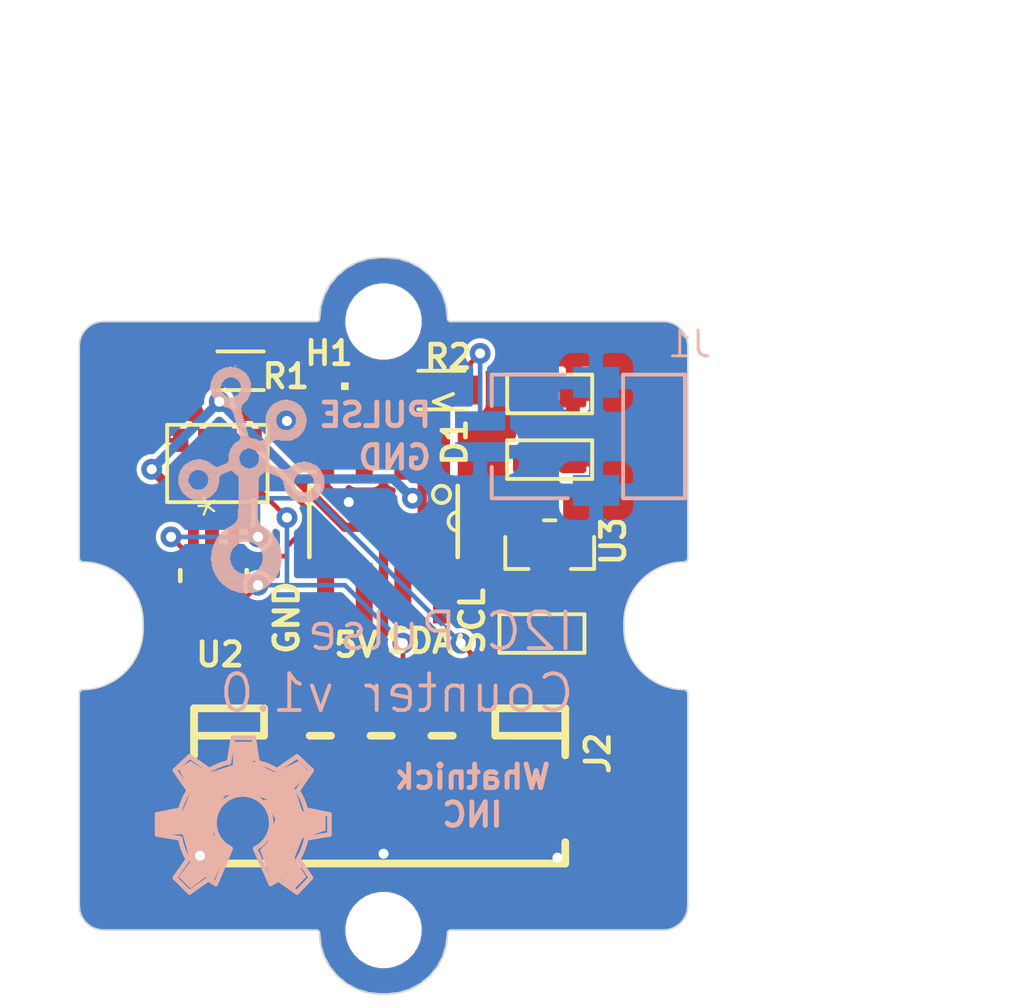
<source format=kicad_pcb>
(kicad_pcb (version 20171130) (host pcbnew "(5.1.5)-3")

  (general
    (thickness 1.6)
    (drawings 9)
    (tracks 129)
    (zones 0)
    (modules 15)
    (nets 11)
  )

  (page A4)
  (layers
    (0 Top signal)
    (31 Bottom signal)
    (32 B.Adhes user)
    (33 F.Adhes user)
    (34 B.Paste user)
    (35 F.Paste user)
    (36 B.SilkS user)
    (37 F.SilkS user)
    (38 B.Mask user)
    (39 F.Mask user)
    (40 Dwgs.User user)
    (41 Cmts.User user)
    (42 Eco1.User user)
    (43 Eco2.User user)
    (44 Edge.Cuts user)
    (45 Margin user)
    (46 B.CrtYd user)
    (47 F.CrtYd user)
    (48 B.Fab user)
    (49 F.Fab user)
  )

  (setup
    (last_trace_width 0.25)
    (trace_clearance 0.1524)
    (zone_clearance 0.508)
    (zone_45_only no)
    (trace_min 0.1524)
    (via_size 0.8)
    (via_drill 0.4)
    (via_min_size 0.4)
    (via_min_drill 0.3)
    (uvia_size 0.3)
    (uvia_drill 0.1)
    (uvias_allowed no)
    (uvia_min_size 0.2)
    (uvia_min_drill 0.1)
    (edge_width 0.05)
    (segment_width 0.2)
    (pcb_text_width 0.3)
    (pcb_text_size 1.5 1.5)
    (mod_edge_width 0.12)
    (mod_text_size 1 1)
    (mod_text_width 0.15)
    (pad_size 1.524 1.524)
    (pad_drill 0.762)
    (pad_to_mask_clearance 0.051)
    (solder_mask_min_width 0.25)
    (aux_axis_origin 0 0)
    (visible_elements 7FFFFFFF)
    (pcbplotparams
      (layerselection 0x010fc_ffffffff)
      (usegerberextensions false)
      (usegerberattributes false)
      (usegerberadvancedattributes false)
      (creategerberjobfile false)
      (excludeedgelayer true)
      (linewidth 0.100000)
      (plotframeref false)
      (viasonmask false)
      (mode 1)
      (useauxorigin false)
      (hpglpennumber 1)
      (hpglpenspeed 20)
      (hpglpendiameter 15.000000)
      (psnegative false)
      (psa4output false)
      (plotreference true)
      (plotvalue true)
      (plotinvisibletext false)
      (padsonsilk false)
      (subtractmaskfromsilk false)
      (outputformat 1)
      (mirror false)
      (drillshape 1)
      (scaleselection 1)
      (outputdirectory ""))
  )

  (net 0 "")
  (net 1 5V)
  (net 2 GND)
  (net 3 SDA)
  (net 4 SCL)
  (net 5 3.3V)
  (net 6 T_SDA)
  (net 7 T_SCL)
  (net 8 EVENT)
  (net 9 ALARM)
  (net 10 N$1)

  (net_class Default "This is the default net class."
    (clearance 0.1524)
    (trace_width 0.25)
    (via_dia 0.8)
    (via_drill 0.4)
    (uvia_dia 0.3)
    (uvia_drill 0.1)
    (add_net 3.3V)
    (add_net 5V)
    (add_net ALARM)
    (add_net EVENT)
    (add_net GND)
    (add_net N$1)
    (add_net SCL)
    (add_net SDA)
    (add_net T_SCL)
    (add_net T_SDA)
  )

  (module SOT23 (layer Top) (tedit 0) (tstamp 5F9CF140)
    (at 153.9621 102.3366 180)
    (descr <b>SOT23</b>)
    (fp_text reference U3 (at -2.54 -0.762 90) (layer F.SilkS)
      (effects (font (size 0.77216 0.77216) (thickness 0.154432)) (justify left bottom))
    )
    (fp_text value XC6206MR (at -1.778 2.667) (layer F.Fab)
      (effects (font (size 0.77216 0.77216) (thickness 0.077216)) (justify left bottom))
    )
    (fp_poly (pts (xy -1.45 0.8) (xy 1.45 0.8) (xy 1.45 -0.8) (xy -1.45 -0.8)) (layer Dwgs.User) (width 0))
    (fp_poly (pts (xy -1.1684 1.4224) (xy -0.7112 1.4224) (xy -0.7112 0.8382) (xy -1.1684 0.8382)) (layer F.Fab) (width 0))
    (fp_poly (pts (xy 0.7112 1.4224) (xy 1.1684 1.4224) (xy 1.1684 0.8382) (xy 0.7112 0.8382)) (layer F.Fab) (width 0))
    (fp_poly (pts (xy -0.2286 -0.8382) (xy 0.2286 -0.8382) (xy 0.2286 -1.4224) (xy -0.2286 -1.4224)) (layer F.Fab) (width 0))
    (fp_line (start -1.4605 -0.8) (end -1.4605 0.254) (layer F.SilkS) (width 0.127))
    (fp_line (start -0.6985 -0.8) (end -1.4605 -0.8) (layer F.SilkS) (width 0.127))
    (fp_line (start 1.4605 -0.8) (end 0.6985 -0.8) (layer F.SilkS) (width 0.127))
    (fp_line (start 1.4605 0.254) (end 1.4605 -0.8) (layer F.SilkS) (width 0.127))
    (fp_line (start -0.1905 0.8) (end 0.1905 0.8) (layer F.SilkS) (width 0.127))
    (pad 1 smd rect (at -0.95 1.06) (size 1.016 1.2) (layers Top F.Paste F.Mask)
      (net 2 GND) (solder_mask_margin 0.0762))
    (pad 2 smd rect (at 0.95 1.06 180) (size 1.016 1.2) (layers Top F.Paste F.Mask)
      (net 5 3.3V) (solder_mask_margin 0.0762))
    (pad 3 smd rect (at 0 -1.06 180) (size 1.016 1.2) (layers Top F.Paste F.Mask)
      (net 1 5V) (solder_mask_margin 0.0762))
  )

  (module C0603 (layer Top) (tedit 0) (tstamp 5F9CF14F)
    (at 153.7081 105.2576 180)
    (descr <b>0603<b><p>)
    (fp_text reference C1 (at -1.27 0.254) (layer F.Mask)
      (effects (font (size 0.60325 0.60325) (thickness 0.060325)) (justify left bottom))
    )
    (fp_text value 1uF (at -1.651 1.4605) (layer F.Fab)
      (effects (font (size 0.60325 0.60325) (thickness 0.060325)) (justify left bottom))
    )
    (fp_poly (pts (xy -1.27 0.508) (xy 1.27 0.508) (xy 1.27 -0.508) (xy -1.27 -0.508)) (layer Dwgs.User) (width 0))
    (fp_line (start -1.397 0.635) (end -1.397 -0.635) (layer F.SilkS) (width 0.127))
    (fp_line (start 1.397 0.635) (end -1.397 0.635) (layer F.SilkS) (width 0.127))
    (fp_line (start 1.397 -0.635) (end 1.397 0.635) (layer F.SilkS) (width 0.127))
    (fp_line (start -1.397 -0.635) (end 1.397 -0.635) (layer F.SilkS) (width 0.127))
    (pad 2 smd roundrect (at 0.762 0 180) (size 0.889 0.889) (layers Top F.Paste F.Mask) (roundrect_rratio 0.125)
      (net 1 5V) (solder_mask_margin 0.0762))
    (pad 1 smd roundrect (at -0.762 0 180) (size 0.889 0.889) (layers Top F.Paste F.Mask) (roundrect_rratio 0.125)
      (net 2 GND) (solder_mask_margin 0.0762))
  )

  (module C0603 (layer Top) (tedit 0) (tstamp 5F9CF159)
    (at 153.9621 97.3836 180)
    (descr <b>0603<b><p>)
    (fp_text reference C2 (at -1.27 0.254) (layer F.Mask)
      (effects (font (size 0.60325 0.60325) (thickness 0.060325)) (justify left bottom))
    )
    (fp_text value 1uF (at -1.651 1.4605) (layer F.Fab)
      (effects (font (size 0.60325 0.60325) (thickness 0.060325)) (justify left bottom))
    )
    (fp_poly (pts (xy -1.27 0.508) (xy 1.27 0.508) (xy 1.27 -0.508) (xy -1.27 -0.508)) (layer Dwgs.User) (width 0))
    (fp_line (start -1.397 0.635) (end -1.397 -0.635) (layer F.SilkS) (width 0.127))
    (fp_line (start 1.397 0.635) (end -1.397 0.635) (layer F.SilkS) (width 0.127))
    (fp_line (start 1.397 -0.635) (end 1.397 0.635) (layer F.SilkS) (width 0.127))
    (fp_line (start -1.397 -0.635) (end 1.397 -0.635) (layer F.SilkS) (width 0.127))
    (pad 2 smd roundrect (at 0.762 0 180) (size 0.889 0.889) (layers Top F.Paste F.Mask) (roundrect_rratio 0.125)
      (net 5 3.3V) (solder_mask_margin 0.0762))
    (pad 1 smd roundrect (at -0.762 0 180) (size 0.889 0.889) (layers Top F.Paste F.Mask) (roundrect_rratio 0.125)
      (net 2 GND) (solder_mask_margin 0.0762))
  )

  (module C0603 (layer Top) (tedit 0) (tstamp 5F9CF163)
    (at 153.9621 99.5426 180)
    (descr <b>0603<b><p>)
    (fp_text reference C3 (at -1.27 0.254) (layer F.Mask)
      (effects (font (size 0.60325 0.60325) (thickness 0.060325)) (justify left bottom))
    )
    (fp_text value 100nF (at -1.651 1.4605) (layer F.Fab)
      (effects (font (size 0.60325 0.60325) (thickness 0.060325)) (justify left bottom))
    )
    (fp_poly (pts (xy -1.27 0.508) (xy 1.27 0.508) (xy 1.27 -0.508) (xy -1.27 -0.508)) (layer Dwgs.User) (width 0))
    (fp_line (start -1.397 0.635) (end -1.397 -0.635) (layer F.SilkS) (width 0.127))
    (fp_line (start 1.397 0.635) (end -1.397 0.635) (layer F.SilkS) (width 0.127))
    (fp_line (start 1.397 -0.635) (end 1.397 0.635) (layer F.SilkS) (width 0.127))
    (fp_line (start -1.397 -0.635) (end 1.397 -0.635) (layer F.SilkS) (width 0.127))
    (pad 2 smd roundrect (at 0.762 0 180) (size 0.889 0.889) (layers Top F.Paste F.Mask) (roundrect_rratio 0.125)
      (net 5 3.3V) (solder_mask_margin 0.0762))
    (pad 1 smd roundrect (at -0.762 0 180) (size 0.889 0.889) (layers Top F.Paste F.Mask) (roundrect_rratio 0.125)
      (net 2 GND) (solder_mask_margin 0.0762))
  )

  (module 1U-DIM-W_-DRILL (layer Top) (tedit 0) (tstamp 5F9CF16D)
    (at 148.5011 105.0036)
    (fp_text reference U$2 (at 0 0) (layer F.SilkS) hide
      (effects (font (size 1.27 1.27) (thickness 0.15)))
    )
    (fp_text value "" (at 0 0) (layer F.SilkS) hide
      (effects (font (size 1.27 1.27) (thickness 0.15)))
    )
    (fp_line (start 10 -9.2) (end 10 -2.2) (layer Edge.Cuts) (width 0.05))
    (fp_arc (start 9.2 -9.2) (end 9.2 -10) (angle 90) (layer Edge.Cuts) (width 0.05))
    (fp_line (start 2.2 -10) (end 9.2 -10) (layer Edge.Cuts) (width 0.05))
    (fp_arc (start 9.9 -2.2) (end 9.9 -2.1) (angle -90) (layer Edge.Cuts) (width 0.05))
    (fp_arc (start 9.9 -0.099999) (end 7.9 -0.1) (angle 90) (layer Edge.Cuts) (width 0.05))
    (fp_line (start 7.9 0.1) (end 7.9 -0.1) (layer Edge.Cuts) (width 0.05))
    (fp_arc (start 9.9 0.099999) (end 9.9 2.1) (angle 90) (layer Edge.Cuts) (width 0.05))
    (fp_arc (start 9.9 2.2) (end 10 2.2) (angle -90) (layer Edge.Cuts) (width 0.05))
    (fp_line (start 10 9.2) (end 10 2.2) (layer Edge.Cuts) (width 0.05))
    (fp_arc (start 9.2 9.2) (end 9.2 10) (angle -90) (layer Edge.Cuts) (width 0.05))
    (fp_line (start 2.2 10) (end 9.2 10) (layer Edge.Cuts) (width 0.05))
    (fp_arc (start 2.2 10.1) (end 2.1 10.1) (angle 90) (layer Edge.Cuts) (width 0.05))
    (fp_arc (start 0.099999 10.1) (end 0.1 12.1) (angle -90) (layer Edge.Cuts) (width 0.05))
    (fp_line (start -0.1 12.1) (end 0.1 12.1) (layer Edge.Cuts) (width 0.05))
    (fp_arc (start -0.099999 10.1) (end -2.1 10.1) (angle -90) (layer Edge.Cuts) (width 0.05))
    (fp_arc (start -2.2 10.1) (end -2.2 10) (angle 90) (layer Edge.Cuts) (width 0.05))
    (fp_line (start -9.2 10) (end -2.2 10) (layer Edge.Cuts) (width 0.05))
    (fp_arc (start -9.2 9.2) (end -10 9.2) (angle -90) (layer Edge.Cuts) (width 0.05))
    (fp_line (start -10 2.2) (end -10 9.2) (layer Edge.Cuts) (width 0.05))
    (fp_arc (start -9.9 2.2) (end -9.9 2.1) (angle -90) (layer Edge.Cuts) (width 0.05))
    (fp_arc (start -9.9 0.099999) (end -7.9 0.1) (angle 90) (layer Edge.Cuts) (width 0.05))
    (fp_line (start -7.9 -0.1) (end -7.9 0.1) (layer Edge.Cuts) (width 0.05))
    (fp_arc (start -9.9 -0.099999) (end -9.9 -2.1) (angle 90) (layer Edge.Cuts) (width 0.05))
    (fp_arc (start -9.9 -2.2) (end -10 -2.2) (angle -90) (layer Edge.Cuts) (width 0.05))
    (fp_line (start -10 -9.2) (end -10 -2.2) (layer Edge.Cuts) (width 0.05))
    (fp_arc (start -9.2 -9.2) (end -9.2 -10) (angle -90) (layer Edge.Cuts) (width 0.05))
    (fp_line (start -2.2 -10) (end -9.2 -10) (layer Edge.Cuts) (width 0.05))
    (fp_arc (start -2.2 -10.1) (end -2.1 -10.1) (angle 90) (layer Edge.Cuts) (width 0.05))
    (fp_arc (start -0.099999 -10.1) (end -0.1 -12.1) (angle -90) (layer Edge.Cuts) (width 0.05))
    (fp_line (start 0.1 -12.1) (end -0.1 -12.1) (layer Edge.Cuts) (width 0.05))
    (fp_arc (start 0.099999 -10.1) (end 2.1 -10.1) (angle -90) (layer Edge.Cuts) (width 0.05))
    (fp_arc (start 2.2 -10.1) (end 2.2 -10) (angle 90) (layer Edge.Cuts) (width 0.05))
    (pad "" np_thru_hole circle (at 0 -10) (size 2.2 2.2) (drill 2.2) (layers *.Cu *.Mask))
    (pad "" np_thru_hole circle (at 0 10) (size 2.2 2.2) (drill 2.2) (layers *.Cu *.Mask))
  )

  (module TWIGLOGO (layer Bottom) (tedit 0) (tstamp 5F9CF192)
    (at 144.0561 102.9716 180)
    (fp_text reference U$3 (at 0 0 180) (layer B.SilkS) hide
      (effects (font (size 1.27 1.27) (thickness 0.15)) (justify mirror))
    )
    (fp_text value "" (at 0 0 180) (layer B.SilkS) hide
      (effects (font (size 1.27 1.27) (thickness 0.15)) (justify mirror))
    )
    (fp_poly (pts (xy 0.381 6.5024) (xy 0.4572 6.5024) (xy 0.4572 6.5278) (xy 0.381 6.5278)) (layer B.SilkS) (width 0))
    (fp_poly (pts (xy 0.5461 6.4643) (xy 0.6223 6.4643) (xy 0.6223 6.4897) (xy 0.5461 6.4897)) (layer B.SilkS) (width 0))
    (fp_poly (pts (xy 0.3937 6.4389) (xy 0.7493 6.4389) (xy 0.7493 6.4643) (xy 0.3937 6.4643)) (layer B.SilkS) (width 0))
    (fp_poly (pts (xy 0.3175 6.4135) (xy 0.8255 6.4135) (xy 0.8255 6.4389) (xy 0.3175 6.4389)) (layer B.SilkS) (width 0))
    (fp_poly (pts (xy 0.2667 6.3881) (xy 0.8763 6.3881) (xy 0.8763 6.4135) (xy 0.2667 6.4135)) (layer B.SilkS) (width 0))
    (fp_poly (pts (xy 0.2159 6.3627) (xy 0.9271 6.3627) (xy 0.9271 6.3881) (xy 0.2159 6.3881)) (layer B.SilkS) (width 0))
    (fp_poly (pts (xy 0.1905 6.3373) (xy 0.9779 6.3373) (xy 0.9779 6.3627) (xy 0.1905 6.3627)) (layer B.SilkS) (width 0))
    (fp_poly (pts (xy 0.1397 6.3119) (xy 1.0033 6.3119) (xy 1.0033 6.3373) (xy 0.1397 6.3373)) (layer B.SilkS) (width 0))
    (fp_poly (pts (xy 0.1143 6.2865) (xy 1.0287 6.2865) (xy 1.0287 6.3119) (xy 0.1143 6.3119)) (layer B.SilkS) (width 0))
    (fp_poly (pts (xy 0.0889 6.2611) (xy 1.0541 6.2611) (xy 1.0541 6.2865) (xy 0.0889 6.2865)) (layer B.SilkS) (width 0))
    (fp_poly (pts (xy 0.0635 6.2357) (xy 1.0795 6.2357) (xy 1.0795 6.2611) (xy 0.0635 6.2611)) (layer B.SilkS) (width 0))
    (fp_poly (pts (xy 0.0381 6.2103) (xy 1.1049 6.2103) (xy 1.1049 6.2357) (xy 0.0381 6.2357)) (layer B.SilkS) (width 0))
    (fp_poly (pts (xy 0.0381 6.1849) (xy 1.1303 6.1849) (xy 1.1303 6.2103) (xy 0.0381 6.2103)) (layer B.SilkS) (width 0))
    (fp_poly (pts (xy 0.0127 6.1595) (xy 1.1303 6.1595) (xy 1.1303 6.1849) (xy 0.0127 6.1849)) (layer B.SilkS) (width 0))
    (fp_poly (pts (xy -0.0127 6.1341) (xy 1.1557 6.1341) (xy 1.1557 6.1595) (xy -0.0127 6.1595)) (layer B.SilkS) (width 0))
    (fp_poly (pts (xy 0.6477 6.1087) (xy 1.1811 6.1087) (xy 1.1811 6.1341) (xy 0.6477 6.1341)) (layer B.SilkS) (width 0))
    (fp_poly (pts (xy -0.0127 6.1087) (xy 0.4953 6.1087) (xy 0.4953 6.1341) (xy -0.0127 6.1341)) (layer B.SilkS) (width 0))
    (fp_poly (pts (xy 0.6985 6.0833) (xy 1.1811 6.0833) (xy 1.1811 6.1087) (xy 0.6985 6.1087)) (layer B.SilkS) (width 0))
    (fp_poly (pts (xy -0.0381 6.0833) (xy 0.4191 6.0833) (xy 0.4191 6.1087) (xy -0.0381 6.1087)) (layer B.SilkS) (width 0))
    (fp_poly (pts (xy 0.7493 6.0579) (xy 1.1811 6.0579) (xy 1.1811 6.0833) (xy 0.7493 6.0833)) (layer B.SilkS) (width 0))
    (fp_poly (pts (xy -0.0381 6.0579) (xy 0.3937 6.0579) (xy 0.3937 6.0833) (xy -0.0381 6.0833)) (layer B.SilkS) (width 0))
    (fp_poly (pts (xy 0.7747 6.0325) (xy 1.2065 6.0325) (xy 1.2065 6.0579) (xy 0.7747 6.0579)) (layer B.SilkS) (width 0))
    (fp_poly (pts (xy -0.0635 6.0325) (xy 0.3429 6.0325) (xy 0.3429 6.0579) (xy -0.0635 6.0579)) (layer B.SilkS) (width 0))
    (fp_poly (pts (xy 0.8001 6.0071) (xy 1.2065 6.0071) (xy 1.2065 6.0325) (xy 0.8001 6.0325)) (layer B.SilkS) (width 0))
    (fp_poly (pts (xy -0.0635 6.0071) (xy 0.3175 6.0071) (xy 0.3175 6.0325) (xy -0.0635 6.0325)) (layer B.SilkS) (width 0))
    (fp_poly (pts (xy 0.8255 5.9817) (xy 1.2319 5.9817) (xy 1.2319 6.0071) (xy 0.8255 6.0071)) (layer B.SilkS) (width 0))
    (fp_poly (pts (xy -0.0635 5.9817) (xy 0.3175 5.9817) (xy 0.3175 6.0071) (xy -0.0635 6.0071)) (layer B.SilkS) (width 0))
    (fp_poly (pts (xy 0.8509 5.9563) (xy 1.2319 5.9563) (xy 1.2319 5.9817) (xy 0.8509 5.9817)) (layer B.SilkS) (width 0))
    (fp_poly (pts (xy -0.0889 5.9563) (xy 0.2921 5.9563) (xy 0.2921 5.9817) (xy -0.0889 5.9817)) (layer B.SilkS) (width 0))
    (fp_poly (pts (xy 0.8509 5.9309) (xy 1.2319 5.9309) (xy 1.2319 5.9563) (xy 0.8509 5.9563)) (layer B.SilkS) (width 0))
    (fp_poly (pts (xy -0.0889 5.9309) (xy 0.2667 5.9309) (xy 0.2667 5.9563) (xy -0.0889 5.9563)) (layer B.SilkS) (width 0))
    (fp_poly (pts (xy 0.8763 5.9055) (xy 1.2319 5.9055) (xy 1.2319 5.9309) (xy 0.8763 5.9309)) (layer B.SilkS) (width 0))
    (fp_poly (pts (xy -0.0889 5.9055) (xy 0.2667 5.9055) (xy 0.2667 5.9309) (xy -0.0889 5.9309)) (layer B.SilkS) (width 0))
    (fp_poly (pts (xy 0.8763 5.8801) (xy 1.2319 5.8801) (xy 1.2319 5.9055) (xy 0.8763 5.9055)) (layer B.SilkS) (width 0))
    (fp_poly (pts (xy -0.0889 5.8801) (xy 0.2667 5.8801) (xy 0.2667 5.9055) (xy -0.0889 5.9055)) (layer B.SilkS) (width 0))
    (fp_poly (pts (xy 0.8763 5.8547) (xy 1.2573 5.8547) (xy 1.2573 5.8801) (xy 0.8763 5.8801)) (layer B.SilkS) (width 0))
    (fp_poly (pts (xy -0.0889 5.8547) (xy 0.2413 5.8547) (xy 0.2413 5.8801) (xy -0.0889 5.8801)) (layer B.SilkS) (width 0))
    (fp_poly (pts (xy 0.9017 5.8293) (xy 1.2573 5.8293) (xy 1.2573 5.8547) (xy 0.9017 5.8547)) (layer B.SilkS) (width 0))
    (fp_poly (pts (xy -0.0889 5.8293) (xy 0.2413 5.8293) (xy 0.2413 5.8547) (xy -0.0889 5.8547)) (layer B.SilkS) (width 0))
    (fp_poly (pts (xy 0.9017 5.8039) (xy 1.2573 5.8039) (xy 1.2573 5.8293) (xy 0.9017 5.8293)) (layer B.SilkS) (width 0))
    (fp_poly (pts (xy -0.0889 5.8039) (xy 0.2413 5.8039) (xy 0.2413 5.8293) (xy -0.0889 5.8293)) (layer B.SilkS) (width 0))
    (fp_poly (pts (xy 0.9017 5.7785) (xy 1.2573 5.7785) (xy 1.2573 5.8039) (xy 0.9017 5.8039)) (layer B.SilkS) (width 0))
    (fp_poly (pts (xy -0.0889 5.7785) (xy 0.2413 5.7785) (xy 0.2413 5.8039) (xy -0.0889 5.8039)) (layer B.SilkS) (width 0))
    (fp_poly (pts (xy 0.8763 5.7531) (xy 1.2573 5.7531) (xy 1.2573 5.7785) (xy 0.8763 5.7785)) (layer B.SilkS) (width 0))
    (fp_poly (pts (xy -0.0889 5.7531) (xy 0.2413 5.7531) (xy 0.2413 5.7785) (xy -0.0889 5.7785)) (layer B.SilkS) (width 0))
    (fp_poly (pts (xy 0.8763 5.7277) (xy 1.2573 5.7277) (xy 1.2573 5.7531) (xy 0.8763 5.7531)) (layer B.SilkS) (width 0))
    (fp_poly (pts (xy -0.0889 5.7277) (xy 0.2413 5.7277) (xy 0.2413 5.7531) (xy -0.0889 5.7531)) (layer B.SilkS) (width 0))
    (fp_poly (pts (xy 0.8763 5.7023) (xy 1.2319 5.7023) (xy 1.2319 5.7277) (xy 0.8763 5.7277)) (layer B.SilkS) (width 0))
    (fp_poly (pts (xy -0.0889 5.7023) (xy 0.2667 5.7023) (xy 0.2667 5.7277) (xy -0.0889 5.7277)) (layer B.SilkS) (width 0))
    (fp_poly (pts (xy 0.8763 5.6769) (xy 1.2319 5.6769) (xy 1.2319 5.7023) (xy 0.8763 5.7023)) (layer B.SilkS) (width 0))
    (fp_poly (pts (xy -0.0889 5.6769) (xy 0.2667 5.6769) (xy 0.2667 5.7023) (xy -0.0889 5.7023)) (layer B.SilkS) (width 0))
    (fp_poly (pts (xy 0.8509 5.6515) (xy 1.2319 5.6515) (xy 1.2319 5.6769) (xy 0.8509 5.6769)) (layer B.SilkS) (width 0))
    (fp_poly (pts (xy -0.0889 5.6515) (xy 0.2667 5.6515) (xy 0.2667 5.6769) (xy -0.0889 5.6769)) (layer B.SilkS) (width 0))
    (fp_poly (pts (xy 0.8509 5.6261) (xy 1.2319 5.6261) (xy 1.2319 5.6515) (xy 0.8509 5.6515)) (layer B.SilkS) (width 0))
    (fp_poly (pts (xy -0.0889 5.6261) (xy 0.2921 5.6261) (xy 0.2921 5.6515) (xy -0.0889 5.6515)) (layer B.SilkS) (width 0))
    (fp_poly (pts (xy 0.8255 5.6007) (xy 1.2319 5.6007) (xy 1.2319 5.6261) (xy 0.8255 5.6261)) (layer B.SilkS) (width 0))
    (fp_poly (pts (xy -0.0635 5.6007) (xy 0.3175 5.6007) (xy 0.3175 5.6261) (xy -0.0635 5.6261)) (layer B.SilkS) (width 0))
    (fp_poly (pts (xy 0.8001 5.5753) (xy 1.2065 5.5753) (xy 1.2065 5.6007) (xy 0.8001 5.6007)) (layer B.SilkS) (width 0))
    (fp_poly (pts (xy -0.0635 5.5753) (xy 0.3175 5.5753) (xy 0.3175 5.6007) (xy -0.0635 5.6007)) (layer B.SilkS) (width 0))
    (fp_poly (pts (xy 0.7747 5.5499) (xy 1.2065 5.5499) (xy 1.2065 5.5753) (xy 0.7747 5.5753)) (layer B.SilkS) (width 0))
    (fp_poly (pts (xy -0.0635 5.5499) (xy 0.3429 5.5499) (xy 0.3429 5.5753) (xy -0.0635 5.5753)) (layer B.SilkS) (width 0))
    (fp_poly (pts (xy 0.7493 5.5245) (xy 1.1811 5.5245) (xy 1.1811 5.5499) (xy 0.7493 5.5499)) (layer B.SilkS) (width 0))
    (fp_poly (pts (xy -0.0381 5.5245) (xy 0.3937 5.5245) (xy 0.3937 5.5499) (xy -0.0381 5.5499)) (layer B.SilkS) (width 0))
    (fp_poly (pts (xy 0.6985 5.4991) (xy 1.1811 5.4991) (xy 1.1811 5.5245) (xy 0.6985 5.5245)) (layer B.SilkS) (width 0))
    (fp_poly (pts (xy -0.0381 5.4991) (xy 0.4445 5.4991) (xy 0.4445 5.5245) (xy -0.0381 5.5245)) (layer B.SilkS) (width 0))
    (fp_poly (pts (xy 0.6223 5.4737) (xy 1.1557 5.4737) (xy 1.1557 5.4991) (xy 0.6223 5.4991)) (layer B.SilkS) (width 0))
    (fp_poly (pts (xy -0.0127 5.4737) (xy 0.4953 5.4737) (xy 0.4953 5.4991) (xy -0.0127 5.4991)) (layer B.SilkS) (width 0))
    (fp_poly (pts (xy -0.0127 5.4483) (xy 1.1557 5.4483) (xy 1.1557 5.4737) (xy -0.0127 5.4737)) (layer B.SilkS) (width 0))
    (fp_poly (pts (xy 0.0127 5.4229) (xy 1.1303 5.4229) (xy 1.1303 5.4483) (xy 0.0127 5.4483)) (layer B.SilkS) (width 0))
    (fp_poly (pts (xy 0.0127 5.3975) (xy 1.1303 5.3975) (xy 1.1303 5.4229) (xy 0.0127 5.4229)) (layer B.SilkS) (width 0))
    (fp_poly (pts (xy 0.0381 5.3721) (xy 1.1049 5.3721) (xy 1.1049 5.3975) (xy 0.0381 5.3975)) (layer B.SilkS) (width 0))
    (fp_poly (pts (xy -1.3335 5.3721) (xy -1.1303 5.3721) (xy -1.1303 5.3975) (xy -1.3335 5.3975)) (layer B.SilkS) (width 0))
    (fp_poly (pts (xy 0.0635 5.3467) (xy 1.0795 5.3467) (xy 1.0795 5.3721) (xy 0.0635 5.3721)) (layer B.SilkS) (width 0))
    (fp_poly (pts (xy -1.4351 5.3467) (xy -1.0287 5.3467) (xy -1.0287 5.3721) (xy -1.4351 5.3721)) (layer B.SilkS) (width 0))
    (fp_poly (pts (xy 0.0889 5.3213) (xy 1.0541 5.3213) (xy 1.0541 5.3467) (xy 0.0889 5.3467)) (layer B.SilkS) (width 0))
    (fp_poly (pts (xy -1.5113 5.3213) (xy -0.9779 5.3213) (xy -0.9779 5.3467) (xy -1.5113 5.3467)) (layer B.SilkS) (width 0))
    (fp_poly (pts (xy 0.1143 5.2959) (xy 1.0287 5.2959) (xy 1.0287 5.3213) (xy 0.1143 5.3213)) (layer B.SilkS) (width 0))
    (fp_poly (pts (xy -1.5621 5.2959) (xy -0.9017 5.2959) (xy -0.9017 5.3213) (xy -1.5621 5.3213)) (layer B.SilkS) (width 0))
    (fp_poly (pts (xy 0.1397 5.2705) (xy 1.0033 5.2705) (xy 1.0033 5.2959) (xy 0.1397 5.2959)) (layer B.SilkS) (width 0))
    (fp_poly (pts (xy -1.6129 5.2705) (xy -0.8763 5.2705) (xy -0.8763 5.2959) (xy -1.6129 5.2959)) (layer B.SilkS) (width 0))
    (fp_poly (pts (xy 0.1651 5.2451) (xy 0.9779 5.2451) (xy 0.9779 5.2705) (xy 0.1651 5.2705)) (layer B.SilkS) (width 0))
    (fp_poly (pts (xy -1.6383 5.2451) (xy -0.8255 5.2451) (xy -0.8255 5.2705) (xy -1.6383 5.2705)) (layer B.SilkS) (width 0))
    (fp_poly (pts (xy 0.1905 5.2197) (xy 0.9271 5.2197) (xy 0.9271 5.2451) (xy 0.1905 5.2451)) (layer B.SilkS) (width 0))
    (fp_poly (pts (xy -1.6637 5.2197) (xy -0.8001 5.2197) (xy -0.8001 5.2451) (xy -1.6637 5.2451)) (layer B.SilkS) (width 0))
    (fp_poly (pts (xy 0.1905 5.1943) (xy 0.8763 5.1943) (xy 0.8763 5.2197) (xy 0.1905 5.2197)) (layer B.SilkS) (width 0))
    (fp_poly (pts (xy -1.7145 5.1943) (xy -0.7747 5.1943) (xy -0.7747 5.2197) (xy -1.7145 5.2197)) (layer B.SilkS) (width 0))
    (fp_poly (pts (xy 0.2159 5.1689) (xy 0.8255 5.1689) (xy 0.8255 5.1943) (xy 0.2159 5.1943)) (layer B.SilkS) (width 0))
    (fp_poly (pts (xy -1.7399 5.1689) (xy -0.7493 5.1689) (xy -0.7493 5.1943) (xy -1.7399 5.1943)) (layer B.SilkS) (width 0))
    (fp_poly (pts (xy 0.2159 5.1435) (xy 0.7747 5.1435) (xy 0.7747 5.1689) (xy 0.2159 5.1689)) (layer B.SilkS) (width 0))
    (fp_poly (pts (xy -1.7399 5.1435) (xy -0.7239 5.1435) (xy -0.7239 5.1689) (xy -1.7399 5.1689)) (layer B.SilkS) (width 0))
    (fp_poly (pts (xy 0.2159 5.1181) (xy 0.6731 5.1181) (xy 0.6731 5.1435) (xy 0.2159 5.1435)) (layer B.SilkS) (width 0))
    (fp_poly (pts (xy -1.7653 5.1181) (xy -0.6985 5.1181) (xy -0.6985 5.1435) (xy -1.7653 5.1435)) (layer B.SilkS) (width 0))
    (fp_poly (pts (xy 0.2413 5.0927) (xy 0.6223 5.0927) (xy 0.6223 5.1181) (xy 0.2413 5.1181)) (layer B.SilkS) (width 0))
    (fp_poly (pts (xy -1.7907 5.0927) (xy -0.6985 5.0927) (xy -0.6985 5.1181) (xy -1.7907 5.1181)) (layer B.SilkS) (width 0))
    (fp_poly (pts (xy 0.2413 5.0673) (xy 0.5715 5.0673) (xy 0.5715 5.0927) (xy 0.2413 5.0927)) (layer B.SilkS) (width 0))
    (fp_poly (pts (xy -1.8161 5.0673) (xy -0.6731 5.0673) (xy -0.6731 5.0927) (xy -1.8161 5.0927)) (layer B.SilkS) (width 0))
    (fp_poly (pts (xy 0.2159 5.0419) (xy 0.5461 5.0419) (xy 0.5461 5.0673) (xy 0.2159 5.0673)) (layer B.SilkS) (width 0))
    (fp_poly (pts (xy -1.8161 5.0419) (xy -0.6477 5.0419) (xy -0.6477 5.0673) (xy -1.8161 5.0673)) (layer B.SilkS) (width 0))
    (fp_poly (pts (xy 0.2159 5.0165) (xy 0.5461 5.0165) (xy 0.5461 5.0419) (xy 0.2159 5.0419)) (layer B.SilkS) (width 0))
    (fp_poly (pts (xy -1.1557 5.0165) (xy -0.6477 5.0165) (xy -0.6477 5.0419) (xy -1.1557 5.0419)) (layer B.SilkS) (width 0))
    (fp_poly (pts (xy -1.8415 5.0165) (xy -1.3335 5.0165) (xy -1.3335 5.0419) (xy -1.8415 5.0419)) (layer B.SilkS) (width 0))
    (fp_poly (pts (xy 0.2159 4.9911) (xy 0.5207 4.9911) (xy 0.5207 5.0165) (xy 0.2159 5.0165)) (layer B.SilkS) (width 0))
    (fp_poly (pts (xy -1.0795 4.9911) (xy -0.6223 4.9911) (xy -0.6223 5.0165) (xy -1.0795 5.0165)) (layer B.SilkS) (width 0))
    (fp_poly (pts (xy -1.8415 4.9911) (xy -1.4097 4.9911) (xy -1.4097 5.0165) (xy -1.8415 5.0165)) (layer B.SilkS) (width 0))
    (fp_poly (pts (xy 0.2159 4.9657) (xy 0.4953 4.9657) (xy 0.4953 4.9911) (xy 0.2159 4.9911)) (layer B.SilkS) (width 0))
    (fp_poly (pts (xy -1.0541 4.9657) (xy -0.6223 4.9657) (xy -0.6223 4.9911) (xy -1.0541 4.9911)) (layer B.SilkS) (width 0))
    (fp_poly (pts (xy -1.8669 4.9657) (xy -1.4351 4.9657) (xy -1.4351 4.9911) (xy -1.8669 4.9911)) (layer B.SilkS) (width 0))
    (fp_poly (pts (xy 0.2159 4.9403) (xy 0.4953 4.9403) (xy 0.4953 4.9657) (xy 0.2159 4.9657)) (layer B.SilkS) (width 0))
    (fp_poly (pts (xy -1.0287 4.9403) (xy -0.5969 4.9403) (xy -0.5969 4.9657) (xy -1.0287 4.9657)) (layer B.SilkS) (width 0))
    (fp_poly (pts (xy -1.8669 4.9403) (xy -1.4605 4.9403) (xy -1.4605 4.9657) (xy -1.8669 4.9657)) (layer B.SilkS) (width 0))
    (fp_poly (pts (xy 0.1905 4.9149) (xy 0.4953 4.9149) (xy 0.4953 4.9403) (xy 0.1905 4.9403)) (layer B.SilkS) (width 0))
    (fp_poly (pts (xy -1.0033 4.9149) (xy -0.5969 4.9149) (xy -0.5969 4.9403) (xy -1.0033 4.9403)) (layer B.SilkS) (width 0))
    (fp_poly (pts (xy -1.8669 4.9149) (xy -1.4859 4.9149) (xy -1.4859 4.9403) (xy -1.8669 4.9403)) (layer B.SilkS) (width 0))
    (fp_poly (pts (xy 0.1905 4.8895) (xy 0.4699 4.8895) (xy 0.4699 4.9149) (xy 0.1905 4.9149)) (layer B.SilkS) (width 0))
    (fp_poly (pts (xy -0.9779 4.8895) (xy -0.5969 4.8895) (xy -0.5969 4.9149) (xy -0.9779 4.9149)) (layer B.SilkS) (width 0))
    (fp_poly (pts (xy -1.8923 4.8895) (xy -1.5113 4.8895) (xy -1.5113 4.9149) (xy -1.8923 4.9149)) (layer B.SilkS) (width 0))
    (fp_poly (pts (xy 0.1905 4.8641) (xy 0.4699 4.8641) (xy 0.4699 4.8895) (xy 0.1905 4.8895)) (layer B.SilkS) (width 0))
    (fp_poly (pts (xy -0.9525 4.8641) (xy -0.5715 4.8641) (xy -0.5715 4.8895) (xy -0.9525 4.8895)) (layer B.SilkS) (width 0))
    (fp_poly (pts (xy -1.8923 4.8641) (xy -1.5367 4.8641) (xy -1.5367 4.8895) (xy -1.8923 4.8895)) (layer B.SilkS) (width 0))
    (fp_poly (pts (xy 0.1651 4.8387) (xy 0.4699 4.8387) (xy 0.4699 4.8641) (xy 0.1651 4.8641)) (layer B.SilkS) (width 0))
    (fp_poly (pts (xy -0.9525 4.8387) (xy -0.5715 4.8387) (xy -0.5715 4.8641) (xy -0.9525 4.8641)) (layer B.SilkS) (width 0))
    (fp_poly (pts (xy -1.8923 4.8387) (xy -1.5367 4.8387) (xy -1.5367 4.8641) (xy -1.8923 4.8641)) (layer B.SilkS) (width 0))
    (fp_poly (pts (xy 0.1651 4.8133) (xy 0.4699 4.8133) (xy 0.4699 4.8387) (xy 0.1651 4.8387)) (layer B.SilkS) (width 0))
    (fp_poly (pts (xy -0.9271 4.8133) (xy -0.5715 4.8133) (xy -0.5715 4.8387) (xy -0.9271 4.8387)) (layer B.SilkS) (width 0))
    (fp_poly (pts (xy -1.8923 4.8133) (xy -1.5621 4.8133) (xy -1.5621 4.8387) (xy -1.8923 4.8387)) (layer B.SilkS) (width 0))
    (fp_poly (pts (xy 0.1651 4.7879) (xy 0.4445 4.7879) (xy 0.4445 4.8133) (xy 0.1651 4.8133)) (layer B.SilkS) (width 0))
    (fp_poly (pts (xy -0.9271 4.7879) (xy -0.5715 4.7879) (xy -0.5715 4.8133) (xy -0.9271 4.8133)) (layer B.SilkS) (width 0))
    (fp_poly (pts (xy -1.9177 4.7879) (xy -1.5621 4.7879) (xy -1.5621 4.8133) (xy -1.9177 4.8133)) (layer B.SilkS) (width 0))
    (fp_poly (pts (xy 0.1651 4.7625) (xy 0.4445 4.7625) (xy 0.4445 4.7879) (xy 0.1651 4.7879)) (layer B.SilkS) (width 0))
    (fp_poly (pts (xy -0.9271 4.7625) (xy -0.5715 4.7625) (xy -0.5715 4.7879) (xy -0.9271 4.7879)) (layer B.SilkS) (width 0))
    (fp_poly (pts (xy -1.9177 4.7625) (xy -1.5621 4.7625) (xy -1.5621 4.7879) (xy -1.9177 4.7879)) (layer B.SilkS) (width 0))
    (fp_poly (pts (xy 0.1397 4.7371) (xy 0.4445 4.7371) (xy 0.4445 4.7625) (xy 0.1397 4.7625)) (layer B.SilkS) (width 0))
    (fp_poly (pts (xy -0.9271 4.7371) (xy -0.5715 4.7371) (xy -0.5715 4.7625) (xy -0.9271 4.7625)) (layer B.SilkS) (width 0))
    (fp_poly (pts (xy -1.9177 4.7371) (xy -1.5621 4.7371) (xy -1.5621 4.7625) (xy -1.9177 4.7625)) (layer B.SilkS) (width 0))
    (fp_poly (pts (xy 0.1397 4.7117) (xy 0.4191 4.7117) (xy 0.4191 4.7371) (xy 0.1397 4.7371)) (layer B.SilkS) (width 0))
    (fp_poly (pts (xy -0.9271 4.7117) (xy -0.5715 4.7117) (xy -0.5715 4.7371) (xy -0.9271 4.7371)) (layer B.SilkS) (width 0))
    (fp_poly (pts (xy -1.9177 4.7117) (xy -1.5621 4.7117) (xy -1.5621 4.7371) (xy -1.9177 4.7371)) (layer B.SilkS) (width 0))
    (fp_poly (pts (xy 0.1397 4.6863) (xy 0.4191 4.6863) (xy 0.4191 4.7117) (xy 0.1397 4.7117)) (layer B.SilkS) (width 0))
    (fp_poly (pts (xy -0.9271 4.6863) (xy -0.5715 4.6863) (xy -0.5715 4.7117) (xy -0.9271 4.7117)) (layer B.SilkS) (width 0))
    (fp_poly (pts (xy -1.9177 4.6863) (xy -1.5621 4.6863) (xy -1.5621 4.7117) (xy -1.9177 4.7117)) (layer B.SilkS) (width 0))
    (fp_poly (pts (xy 0.1143 4.6609) (xy 0.4191 4.6609) (xy 0.4191 4.6863) (xy 0.1143 4.6863)) (layer B.SilkS) (width 0))
    (fp_poly (pts (xy -0.9271 4.6609) (xy -0.5715 4.6609) (xy -0.5715 4.6863) (xy -0.9271 4.6863)) (layer B.SilkS) (width 0))
    (fp_poly (pts (xy -1.9177 4.6609) (xy -1.5621 4.6609) (xy -1.5621 4.6863) (xy -1.9177 4.6863)) (layer B.SilkS) (width 0))
    (fp_poly (pts (xy 0.1143 4.6355) (xy 0.4191 4.6355) (xy 0.4191 4.6609) (xy 0.1143 4.6609)) (layer B.SilkS) (width 0))
    (fp_poly (pts (xy -0.9271 4.6355) (xy -0.5715 4.6355) (xy -0.5715 4.6609) (xy -0.9271 4.6609)) (layer B.SilkS) (width 0))
    (fp_poly (pts (xy -1.9177 4.6355) (xy -1.5621 4.6355) (xy -1.5621 4.6609) (xy -1.9177 4.6609)) (layer B.SilkS) (width 0))
    (fp_poly (pts (xy 0.1143 4.6101) (xy 0.3937 4.6101) (xy 0.3937 4.6355) (xy 0.1143 4.6355)) (layer B.SilkS) (width 0))
    (fp_poly (pts (xy -0.9271 4.6101) (xy -0.5715 4.6101) (xy -0.5715 4.6355) (xy -0.9271 4.6355)) (layer B.SilkS) (width 0))
    (fp_poly (pts (xy -1.9177 4.6101) (xy -1.5621 4.6101) (xy -1.5621 4.6355) (xy -1.9177 4.6355)) (layer B.SilkS) (width 0))
    (fp_poly (pts (xy 0.1143 4.5847) (xy 0.3937 4.5847) (xy 0.3937 4.6101) (xy 0.1143 4.6101)) (layer B.SilkS) (width 0))
    (fp_poly (pts (xy -0.9525 4.5847) (xy -0.5715 4.5847) (xy -0.5715 4.6101) (xy -0.9525 4.6101)) (layer B.SilkS) (width 0))
    (fp_poly (pts (xy -1.8923 4.5847) (xy -1.5367 4.5847) (xy -1.5367 4.6101) (xy -1.8923 4.6101)) (layer B.SilkS) (width 0))
    (fp_poly (pts (xy 0.0889 4.5593) (xy 0.3937 4.5593) (xy 0.3937 4.5847) (xy 0.0889 4.5847)) (layer B.SilkS) (width 0))
    (fp_poly (pts (xy -0.9525 4.5593) (xy -0.5715 4.5593) (xy -0.5715 4.5847) (xy -0.9525 4.5847)) (layer B.SilkS) (width 0))
    (fp_poly (pts (xy -1.8923 4.5593) (xy -1.5367 4.5593) (xy -1.5367 4.5847) (xy -1.8923 4.5847)) (layer B.SilkS) (width 0))
    (fp_poly (pts (xy 0.0889 4.5339) (xy 0.3683 4.5339) (xy 0.3683 4.5593) (xy 0.0889 4.5593)) (layer B.SilkS) (width 0))
    (fp_poly (pts (xy -0.9779 4.5339) (xy -0.5969 4.5339) (xy -0.5969 4.5593) (xy -0.9779 4.5593)) (layer B.SilkS) (width 0))
    (fp_poly (pts (xy -1.8923 4.5339) (xy -1.5113 4.5339) (xy -1.5113 4.5593) (xy -1.8923 4.5593)) (layer B.SilkS) (width 0))
    (fp_poly (pts (xy 0.0889 4.5085) (xy 0.3683 4.5085) (xy 0.3683 4.5339) (xy 0.0889 4.5339)) (layer B.SilkS) (width 0))
    (fp_poly (pts (xy -0.9779 4.5085) (xy -0.5969 4.5085) (xy -0.5969 4.5339) (xy -0.9779 4.5339)) (layer B.SilkS) (width 0))
    (fp_poly (pts (xy -1.8923 4.5085) (xy -1.4859 4.5085) (xy -1.4859 4.5339) (xy -1.8923 4.5339)) (layer B.SilkS) (width 0))
    (fp_poly (pts (xy 0.0635 4.4831) (xy 0.3683 4.4831) (xy 0.3683 4.5085) (xy 0.0635 4.5085)) (layer B.SilkS) (width 0))
    (fp_poly (pts (xy -1.0033 4.4831) (xy -0.5969 4.4831) (xy -0.5969 4.5085) (xy -1.0033 4.5085)) (layer B.SilkS) (width 0))
    (fp_poly (pts (xy -1.8669 4.4831) (xy -1.4859 4.4831) (xy -1.4859 4.5085) (xy -1.8669 4.5085)) (layer B.SilkS) (width 0))
    (fp_poly (pts (xy 0.0635 4.4577) (xy 0.3683 4.4577) (xy 0.3683 4.4831) (xy 0.0635 4.4831)) (layer B.SilkS) (width 0))
    (fp_poly (pts (xy -1.0287 4.4577) (xy -0.6223 4.4577) (xy -0.6223 4.4831) (xy -1.0287 4.4831)) (layer B.SilkS) (width 0))
    (fp_poly (pts (xy -1.8669 4.4577) (xy -1.4351 4.4577) (xy -1.4351 4.4831) (xy -1.8669 4.4831)) (layer B.SilkS) (width 0))
    (fp_poly (pts (xy 0.0635 4.4323) (xy 0.3429 4.4323) (xy 0.3429 4.4577) (xy 0.0635 4.4577)) (layer B.SilkS) (width 0))
    (fp_poly (pts (xy -1.0795 4.4323) (xy -0.6223 4.4323) (xy -0.6223 4.4577) (xy -1.0795 4.4577)) (layer B.SilkS) (width 0))
    (fp_poly (pts (xy -1.8669 4.4323) (xy -1.4097 4.4323) (xy -1.4097 4.4577) (xy -1.8669 4.4577)) (layer B.SilkS) (width 0))
    (fp_poly (pts (xy 0.0635 4.4069) (xy 0.3429 4.4069) (xy 0.3429 4.4323) (xy 0.0635 4.4323)) (layer B.SilkS) (width 0))
    (fp_poly (pts (xy -1.1303 4.4069) (xy -0.6223 4.4069) (xy -0.6223 4.4323) (xy -1.1303 4.4323)) (layer B.SilkS) (width 0))
    (fp_poly (pts (xy -1.8415 4.4069) (xy -1.3589 4.4069) (xy -1.3589 4.4323) (xy -1.8415 4.4323)) (layer B.SilkS) (width 0))
    (fp_poly (pts (xy 0.0381 4.3815) (xy 0.3429 4.3815) (xy 0.3429 4.4069) (xy 0.0381 4.4069)) (layer B.SilkS) (width 0))
    (fp_poly (pts (xy -1.8415 4.3815) (xy -0.6223 4.3815) (xy -0.6223 4.4069) (xy -1.8415 4.4069)) (layer B.SilkS) (width 0))
    (fp_poly (pts (xy 0.0381 4.3561) (xy 0.3175 4.3561) (xy 0.3175 4.3815) (xy 0.0381 4.3815)) (layer B.SilkS) (width 0))
    (fp_poly (pts (xy -1.8161 4.3561) (xy -0.6223 4.3561) (xy -0.6223 4.3815) (xy -1.8161 4.3815)) (layer B.SilkS) (width 0))
    (fp_poly (pts (xy 0.0381 4.3307) (xy 0.3175 4.3307) (xy 0.3175 4.3561) (xy 0.0381 4.3561)) (layer B.SilkS) (width 0))
    (fp_poly (pts (xy -1.7907 4.3307) (xy -0.6223 4.3307) (xy -0.6223 4.3561) (xy -1.7907 4.3561)) (layer B.SilkS) (width 0))
    (fp_poly (pts (xy 0.0127 4.3053) (xy 0.3175 4.3053) (xy 0.3175 4.3307) (xy 0.0127 4.3307)) (layer B.SilkS) (width 0))
    (fp_poly (pts (xy -1.7907 4.3053) (xy -0.6223 4.3053) (xy -0.6223 4.3307) (xy -1.7907 4.3307)) (layer B.SilkS) (width 0))
    (fp_poly (pts (xy 0.0127 4.2799) (xy 0.3175 4.2799) (xy 0.3175 4.3053) (xy 0.0127 4.3053)) (layer B.SilkS) (width 0))
    (fp_poly (pts (xy -1.7653 4.2799) (xy -0.6223 4.2799) (xy -0.6223 4.3053) (xy -1.7653 4.3053)) (layer B.SilkS) (width 0))
    (fp_poly (pts (xy 0.0127 4.2545) (xy 0.2921 4.2545) (xy 0.2921 4.2799) (xy 0.0127 4.2799)) (layer B.SilkS) (width 0))
    (fp_poly (pts (xy -1.7399 4.2545) (xy -0.6223 4.2545) (xy -0.6223 4.2799) (xy -1.7399 4.2799)) (layer B.SilkS) (width 0))
    (fp_poly (pts (xy 0.0127 4.2291) (xy 0.2921 4.2291) (xy 0.2921 4.2545) (xy 0.0127 4.2545)) (layer B.SilkS) (width 0))
    (fp_poly (pts (xy -1.7145 4.2291) (xy -0.5969 4.2291) (xy -0.5969 4.2545) (xy -1.7145 4.2545)) (layer B.SilkS) (width 0))
    (fp_poly (pts (xy -0.0127 4.2037) (xy 0.2921 4.2037) (xy 0.2921 4.2291) (xy -0.0127 4.2291)) (layer B.SilkS) (width 0))
    (fp_poly (pts (xy -1.6891 4.2037) (xy -0.5969 4.2037) (xy -0.5969 4.2291) (xy -1.6891 4.2291)) (layer B.SilkS) (width 0))
    (fp_poly (pts (xy -0.0127 4.1783) (xy 0.2667 4.1783) (xy 0.2667 4.2037) (xy -0.0127 4.2037)) (layer B.SilkS) (width 0))
    (fp_poly (pts (xy -1.6637 4.1783) (xy -0.5715 4.1783) (xy -0.5715 4.2037) (xy -1.6637 4.2037)) (layer B.SilkS) (width 0))
    (fp_poly (pts (xy -0.0381 4.1529) (xy 0.2667 4.1529) (xy 0.2667 4.1783) (xy -0.0381 4.1783)) (layer B.SilkS) (width 0))
    (fp_poly (pts (xy -1.6383 4.1529) (xy -0.5461 4.1529) (xy -0.5461 4.1783) (xy -1.6383 4.1783)) (layer B.SilkS) (width 0))
    (fp_poly (pts (xy -0.0889 4.1275) (xy 0.2667 4.1275) (xy 0.2667 4.1529) (xy -0.0889 4.1529)) (layer B.SilkS) (width 0))
    (fp_poly (pts (xy -1.5875 4.1275) (xy -0.5207 4.1275) (xy -0.5207 4.1529) (xy -1.5875 4.1529)) (layer B.SilkS) (width 0))
    (fp_poly (pts (xy -0.2159 4.1021) (xy 0.2667 4.1021) (xy 0.2667 4.1275) (xy -0.2159 4.1275)) (layer B.SilkS) (width 0))
    (fp_poly (pts (xy -1.5367 4.1021) (xy -0.4953 4.1021) (xy -0.4953 4.1275) (xy -1.5367 4.1275)) (layer B.SilkS) (width 0))
    (fp_poly (pts (xy -0.2921 4.0767) (xy 0.2921 4.0767) (xy 0.2921 4.1021) (xy -0.2921 4.1021)) (layer B.SilkS) (width 0))
    (fp_poly (pts (xy -1.4859 4.0767) (xy -0.4953 4.0767) (xy -0.4953 4.1021) (xy -1.4859 4.1021)) (layer B.SilkS) (width 0))
    (fp_poly (pts (xy -0.3429 4.0513) (xy 0.2921 4.0513) (xy 0.2921 4.0767) (xy -0.3429 4.0767)) (layer B.SilkS) (width 0))
    (fp_poly (pts (xy -0.8763 4.0513) (xy -0.4445 4.0513) (xy -0.4445 4.0767) (xy -0.8763 4.0767)) (layer B.SilkS) (width 0))
    (fp_poly (pts (xy -1.4097 4.0513) (xy -1.0541 4.0513) (xy -1.0541 4.0767) (xy -1.4097 4.0767)) (layer B.SilkS) (width 0))
    (fp_poly (pts (xy -0.8255 4.0259) (xy 0.3429 4.0259) (xy 0.3429 4.0513) (xy -0.8255 4.0513)) (layer B.SilkS) (width 0))
    (fp_poly (pts (xy -0.8001 4.0005) (xy 0.3683 4.0005) (xy 0.3683 4.0259) (xy -0.8001 4.0259)) (layer B.SilkS) (width 0))
    (fp_poly (pts (xy -0.7747 3.9751) (xy 0.4191 3.9751) (xy 0.4191 4.0005) (xy -0.7747 4.0005)) (layer B.SilkS) (width 0))
    (fp_poly (pts (xy -0.7493 3.9497) (xy 0.4445 3.9497) (xy 0.4445 3.9751) (xy -0.7493 3.9751)) (layer B.SilkS) (width 0))
    (fp_poly (pts (xy -0.7239 3.9243) (xy 0.4699 3.9243) (xy 0.4699 3.9497) (xy -0.7239 3.9497)) (layer B.SilkS) (width 0))
    (fp_poly (pts (xy -0.6985 3.8989) (xy 0.4953 3.8989) (xy 0.4953 3.9243) (xy -0.6985 3.9243)) (layer B.SilkS) (width 0))
    (fp_poly (pts (xy -0.6985 3.8735) (xy 0.5207 3.8735) (xy 0.5207 3.8989) (xy -0.6985 3.8989)) (layer B.SilkS) (width 0))
    (fp_poly (pts (xy -0.6731 3.8481) (xy 0.5207 3.8481) (xy 0.5207 3.8735) (xy -0.6731 3.8735)) (layer B.SilkS) (width 0))
    (fp_poly (pts (xy -0.6731 3.8227) (xy 0.5461 3.8227) (xy 0.5461 3.8481) (xy -0.6731 3.8481)) (layer B.SilkS) (width 0))
    (fp_poly (pts (xy -0.6477 3.7973) (xy 0.5715 3.7973) (xy 0.5715 3.8227) (xy -0.6477 3.8227)) (layer B.SilkS) (width 0))
    (fp_poly (pts (xy 0.0381 3.7719) (xy 0.5715 3.7719) (xy 0.5715 3.7973) (xy 0.0381 3.7973)) (layer B.SilkS) (width 0))
    (fp_poly (pts (xy -0.6477 3.7719) (xy -0.0889 3.7719) (xy -0.0889 3.7973) (xy -0.6477 3.7973)) (layer B.SilkS) (width 0))
    (fp_poly (pts (xy 0.1143 3.7465) (xy 0.5969 3.7465) (xy 0.5969 3.7719) (xy 0.1143 3.7719)) (layer B.SilkS) (width 0))
    (fp_poly (pts (xy -0.6477 3.7465) (xy -0.1651 3.7465) (xy -0.1651 3.7719) (xy -0.6477 3.7719)) (layer B.SilkS) (width 0))
    (fp_poly (pts (xy 0.1651 3.7211) (xy 0.5969 3.7211) (xy 0.5969 3.7465) (xy 0.1651 3.7465)) (layer B.SilkS) (width 0))
    (fp_poly (pts (xy -0.6477 3.7211) (xy -0.2159 3.7211) (xy -0.2159 3.7465) (xy -0.6477 3.7465)) (layer B.SilkS) (width 0))
    (fp_poly (pts (xy 0.1905 3.6957) (xy 0.5969 3.6957) (xy 0.5969 3.7211) (xy 0.1905 3.7211)) (layer B.SilkS) (width 0))
    (fp_poly (pts (xy -0.6477 3.6957) (xy -0.2413 3.6957) (xy -0.2413 3.7211) (xy -0.6477 3.7211)) (layer B.SilkS) (width 0))
    (fp_poly (pts (xy 0.2159 3.6703) (xy 0.6223 3.6703) (xy 0.6223 3.6957) (xy 0.2159 3.6957)) (layer B.SilkS) (width 0))
    (fp_poly (pts (xy -0.6731 3.6703) (xy -0.2667 3.6703) (xy -0.2667 3.6957) (xy -0.6731 3.6957)) (layer B.SilkS) (width 0))
    (fp_poly (pts (xy 0.2413 3.6449) (xy 0.6223 3.6449) (xy 0.6223 3.6703) (xy 0.2413 3.6703)) (layer B.SilkS) (width 0))
    (fp_poly (pts (xy -0.6731 3.6449) (xy -0.2921 3.6449) (xy -0.2921 3.6703) (xy -0.6731 3.6703)) (layer B.SilkS) (width 0))
    (fp_poly (pts (xy 0.2413 3.6195) (xy 0.6223 3.6195) (xy 0.6223 3.6449) (xy 0.2413 3.6449)) (layer B.SilkS) (width 0))
    (fp_poly (pts (xy -0.6731 3.6195) (xy -0.3175 3.6195) (xy -0.3175 3.6449) (xy -0.6731 3.6449)) (layer B.SilkS) (width 0))
    (fp_poly (pts (xy 0.2667 3.5941) (xy 0.6477 3.5941) (xy 0.6477 3.6195) (xy 0.2667 3.6195)) (layer B.SilkS) (width 0))
    (fp_poly (pts (xy -0.6731 3.5941) (xy -0.3175 3.5941) (xy -0.3175 3.6195) (xy -0.6731 3.6195)) (layer B.SilkS) (width 0))
    (fp_poly (pts (xy 0.2667 3.5687) (xy 0.6477 3.5687) (xy 0.6477 3.5941) (xy 0.2667 3.5941)) (layer B.SilkS) (width 0))
    (fp_poly (pts (xy -0.6731 3.5687) (xy -0.3429 3.5687) (xy -0.3429 3.5941) (xy -0.6731 3.5941)) (layer B.SilkS) (width 0))
    (fp_poly (pts (xy 0.2921 3.5433) (xy 0.6477 3.5433) (xy 0.6477 3.5687) (xy 0.2921 3.5687)) (layer B.SilkS) (width 0))
    (fp_poly (pts (xy -0.6985 3.5433) (xy -0.3429 3.5433) (xy -0.3429 3.5687) (xy -0.6985 3.5687)) (layer B.SilkS) (width 0))
    (fp_poly (pts (xy 0.2921 3.5179) (xy 0.6477 3.5179) (xy 0.6477 3.5433) (xy 0.2921 3.5433)) (layer B.SilkS) (width 0))
    (fp_poly (pts (xy -0.6985 3.5179) (xy -0.3429 3.5179) (xy -0.3429 3.5433) (xy -0.6985 3.5433)) (layer B.SilkS) (width 0))
    (fp_poly (pts (xy 0.2921 3.4925) (xy 0.6477 3.4925) (xy 0.6477 3.5179) (xy 0.2921 3.5179)) (layer B.SilkS) (width 0))
    (fp_poly (pts (xy -0.6985 3.4925) (xy -0.3429 3.4925) (xy -0.3429 3.5179) (xy -0.6985 3.5179)) (layer B.SilkS) (width 0))
    (fp_poly (pts (xy 0.2921 3.4671) (xy 0.6477 3.4671) (xy 0.6477 3.4925) (xy 0.2921 3.4925)) (layer B.SilkS) (width 0))
    (fp_poly (pts (xy -0.6985 3.4671) (xy -0.3429 3.4671) (xy -0.3429 3.4925) (xy -0.6985 3.4925)) (layer B.SilkS) (width 0))
    (fp_poly (pts (xy 0.2921 3.4417) (xy 0.6477 3.4417) (xy 0.6477 3.4671) (xy 0.2921 3.4671)) (layer B.SilkS) (width 0))
    (fp_poly (pts (xy -0.6985 3.4417) (xy -0.3429 3.4417) (xy -0.3429 3.4671) (xy -0.6985 3.4671)) (layer B.SilkS) (width 0))
    (fp_poly (pts (xy 1.5367 3.4163) (xy 1.7145 3.4163) (xy 1.7145 3.4417) (xy 1.5367 3.4417)) (layer B.SilkS) (width 0))
    (fp_poly (pts (xy 0.2921 3.4163) (xy 0.6477 3.4163) (xy 0.6477 3.4417) (xy 0.2921 3.4417)) (layer B.SilkS) (width 0))
    (fp_poly (pts (xy -0.6985 3.4163) (xy -0.3429 3.4163) (xy -0.3429 3.4417) (xy -0.6985 3.4417)) (layer B.SilkS) (width 0))
    (fp_poly (pts (xy 1.4351 3.3909) (xy 1.8415 3.3909) (xy 1.8415 3.4163) (xy 1.4351 3.4163)) (layer B.SilkS) (width 0))
    (fp_poly (pts (xy 0.2921 3.3909) (xy 0.6477 3.3909) (xy 0.6477 3.4163) (xy 0.2921 3.4163)) (layer B.SilkS) (width 0))
    (fp_poly (pts (xy -0.6985 3.3909) (xy -0.3429 3.3909) (xy -0.3429 3.4163) (xy -0.6985 3.4163)) (layer B.SilkS) (width 0))
    (fp_poly (pts (xy 1.3589 3.3655) (xy 1.8923 3.3655) (xy 1.8923 3.3909) (xy 1.3589 3.3909)) (layer B.SilkS) (width 0))
    (fp_poly (pts (xy 0.2667 3.3655) (xy 0.6477 3.3655) (xy 0.6477 3.3909) (xy 0.2667 3.3909)) (layer B.SilkS) (width 0))
    (fp_poly (pts (xy -0.6985 3.3655) (xy -0.3429 3.3655) (xy -0.3429 3.3909) (xy -0.6985 3.3909)) (layer B.SilkS) (width 0))
    (fp_poly (pts (xy 1.3081 3.3401) (xy 1.9431 3.3401) (xy 1.9431 3.3655) (xy 1.3081 3.3655)) (layer B.SilkS) (width 0))
    (fp_poly (pts (xy 0.2667 3.3401) (xy 0.6731 3.3401) (xy 0.6731 3.3655) (xy 0.2667 3.3655)) (layer B.SilkS) (width 0))
    (fp_poly (pts (xy -0.6985 3.3401) (xy -0.3429 3.3401) (xy -0.3429 3.3655) (xy -0.6985 3.3655)) (layer B.SilkS) (width 0))
    (fp_poly (pts (xy -1.9177 3.3401) (xy -1.7653 3.3401) (xy -1.7653 3.3655) (xy -1.9177 3.3655)) (layer B.SilkS) (width 0))
    (fp_poly (pts (xy 1.2573 3.3147) (xy 1.9939 3.3147) (xy 1.9939 3.3401) (xy 1.2573 3.3401)) (layer B.SilkS) (width 0))
    (fp_poly (pts (xy 0.2667 3.3147) (xy 0.6985 3.3147) (xy 0.6985 3.3401) (xy 0.2667 3.3401)) (layer B.SilkS) (width 0))
    (fp_poly (pts (xy -0.6985 3.3147) (xy -0.3175 3.3147) (xy -0.3175 3.3401) (xy -0.6985 3.3401)) (layer B.SilkS) (width 0))
    (fp_poly (pts (xy -2.0447 3.3147) (xy -1.6383 3.3147) (xy -1.6383 3.3401) (xy -2.0447 3.3401)) (layer B.SilkS) (width 0))
    (fp_poly (pts (xy 1.2319 3.2893) (xy 2.0193 3.2893) (xy 2.0193 3.3147) (xy 1.2319 3.3147)) (layer B.SilkS) (width 0))
    (fp_poly (pts (xy 0.2413 3.2893) (xy 0.7239 3.2893) (xy 0.7239 3.3147) (xy 0.2413 3.3147)) (layer B.SilkS) (width 0))
    (fp_poly (pts (xy -0.6985 3.2893) (xy -0.3175 3.2893) (xy -0.3175 3.3147) (xy -0.6985 3.3147)) (layer B.SilkS) (width 0))
    (fp_poly (pts (xy -2.0955 3.2893) (xy -1.5621 3.2893) (xy -1.5621 3.3147) (xy -2.0955 3.3147)) (layer B.SilkS) (width 0))
    (fp_poly (pts (xy 1.2065 3.2639) (xy 2.0701 3.2639) (xy 2.0701 3.2893) (xy 1.2065 3.2893)) (layer B.SilkS) (width 0))
    (fp_poly (pts (xy 0.2413 3.2639) (xy 0.8001 3.2639) (xy 0.8001 3.2893) (xy 0.2413 3.2893)) (layer B.SilkS) (width 0))
    (fp_poly (pts (xy -0.7239 3.2639) (xy -0.2921 3.2639) (xy -0.2921 3.2893) (xy -0.7239 3.2893)) (layer B.SilkS) (width 0))
    (fp_poly (pts (xy -2.1463 3.2639) (xy -1.5113 3.2639) (xy -1.5113 3.2893) (xy -2.1463 3.2893)) (layer B.SilkS) (width 0))
    (fp_poly (pts (xy 1.1557 3.2385) (xy 2.0955 3.2385) (xy 2.0955 3.2639) (xy 1.1557 3.2639)) (layer B.SilkS) (width 0))
    (fp_poly (pts (xy 0.2159 3.2385) (xy 0.8509 3.2385) (xy 0.8509 3.2639) (xy 0.2159 3.2639)) (layer B.SilkS) (width 0))
    (fp_poly (pts (xy -0.7493 3.2385) (xy -0.2667 3.2385) (xy -0.2667 3.2639) (xy -0.7493 3.2639)) (layer B.SilkS) (width 0))
    (fp_poly (pts (xy -2.1971 3.2385) (xy -1.4605 3.2385) (xy -1.4605 3.2639) (xy -2.1971 3.2639)) (layer B.SilkS) (width 0))
    (fp_poly (pts (xy 1.1303 3.2131) (xy 2.1209 3.2131) (xy 2.1209 3.2385) (xy 1.1303 3.2385)) (layer B.SilkS) (width 0))
    (fp_poly (pts (xy 0.1905 3.2131) (xy 0.9271 3.2131) (xy 0.9271 3.2385) (xy 0.1905 3.2385)) (layer B.SilkS) (width 0))
    (fp_poly (pts (xy -0.8255 3.2131) (xy -0.2413 3.2131) (xy -0.2413 3.2385) (xy -0.8255 3.2385)) (layer B.SilkS) (width 0))
    (fp_poly (pts (xy -2.2479 3.2131) (xy -1.4351 3.2131) (xy -1.4351 3.2385) (xy -2.2479 3.2385)) (layer B.SilkS) (width 0))
    (fp_poly (pts (xy 1.0795 3.1877) (xy 2.1463 3.1877) (xy 2.1463 3.2131) (xy 1.0795 3.2131)) (layer B.SilkS) (width 0))
    (fp_poly (pts (xy 0.1397 3.1877) (xy 0.9779 3.1877) (xy 0.9779 3.2131) (xy 0.1397 3.2131)) (layer B.SilkS) (width 0))
    (fp_poly (pts (xy -0.9017 3.1877) (xy -0.2159 3.1877) (xy -0.2159 3.2131) (xy -0.9017 3.2131)) (layer B.SilkS) (width 0))
    (fp_poly (pts (xy -2.2733 3.1877) (xy -1.4097 3.1877) (xy -1.4097 3.2131) (xy -2.2733 3.2131)) (layer B.SilkS) (width 0))
    (fp_poly (pts (xy 0.1143 3.1623) (xy 2.1717 3.1623) (xy 2.1717 3.1877) (xy 0.1143 3.1877)) (layer B.SilkS) (width 0))
    (fp_poly (pts (xy -0.9525 3.1623) (xy -0.1651 3.1623) (xy -0.1651 3.1877) (xy -0.9525 3.1877)) (layer B.SilkS) (width 0))
    (fp_poly (pts (xy -2.2987 3.1623) (xy -1.3843 3.1623) (xy -1.3843 3.1877) (xy -2.2987 3.1877)) (layer B.SilkS) (width 0))
    (fp_poly (pts (xy 0.0381 3.1369) (xy 2.1717 3.1369) (xy 2.1717 3.1623) (xy 0.0381 3.1623)) (layer B.SilkS) (width 0))
    (fp_poly (pts (xy -1.0287 3.1369) (xy -0.0889 3.1369) (xy -0.0889 3.1623) (xy -1.0287 3.1623)) (layer B.SilkS) (width 0))
    (fp_poly (pts (xy -2.3241 3.1369) (xy -1.3335 3.1369) (xy -1.3335 3.1623) (xy -2.3241 3.1623)) (layer B.SilkS) (width 0))
    (fp_poly (pts (xy -1.1049 3.1115) (xy 2.1971 3.1115) (xy 2.1971 3.1369) (xy -1.1049 3.1369)) (layer B.SilkS) (width 0))
    (fp_poly (pts (xy -2.3495 3.1115) (xy -1.2827 3.1115) (xy -1.2827 3.1369) (xy -2.3495 3.1369)) (layer B.SilkS) (width 0))
    (fp_poly (pts (xy -2.3749 3.0861) (xy 2.2225 3.0861) (xy 2.2225 3.1115) (xy -2.3749 3.1115)) (layer B.SilkS) (width 0))
    (fp_poly (pts (xy 1.7399 3.0607) (xy 2.2225 3.0607) (xy 2.2225 3.0861) (xy 1.7399 3.0861)) (layer B.SilkS) (width 0))
    (fp_poly (pts (xy -2.3749 3.0607) (xy 1.5621 3.0607) (xy 1.5621 3.0861) (xy -2.3749 3.0861)) (layer B.SilkS) (width 0))
    (fp_poly (pts (xy 1.7907 3.0353) (xy 2.2479 3.0353) (xy 2.2479 3.0607) (xy 1.7907 3.0607)) (layer B.SilkS) (width 0))
    (fp_poly (pts (xy 0.6223 3.0353) (xy 1.4859 3.0353) (xy 1.4859 3.0607) (xy 0.6223 3.0607)) (layer B.SilkS) (width 0))
    (fp_poly (pts (xy -2.4003 3.0353) (xy 0.5207 3.0353) (xy 0.5207 3.0607) (xy -2.4003 3.0607)) (layer B.SilkS) (width 0))
    (fp_poly (pts (xy 1.8415 3.0099) (xy 2.2479 3.0099) (xy 2.2479 3.0353) (xy 1.8415 3.0353)) (layer B.SilkS) (width 0))
    (fp_poly (pts (xy 0.6731 3.0099) (xy 1.4605 3.0099) (xy 1.4605 3.0353) (xy 0.6731 3.0353)) (layer B.SilkS) (width 0))
    (fp_poly (pts (xy -2.4257 3.0099) (xy 0.4953 3.0099) (xy 0.4953 3.0353) (xy -2.4257 3.0353)) (layer B.SilkS) (width 0))
    (fp_poly (pts (xy 1.8669 2.9845) (xy 2.2479 2.9845) (xy 2.2479 3.0099) (xy 1.8669 3.0099)) (layer B.SilkS) (width 0))
    (fp_poly (pts (xy 0.7493 2.9845) (xy 1.4097 2.9845) (xy 1.4097 3.0099) (xy 0.7493 3.0099)) (layer B.SilkS) (width 0))
    (fp_poly (pts (xy -0.5207 2.9845) (xy 0.4699 2.9845) (xy 0.4699 3.0099) (xy -0.5207 3.0099)) (layer B.SilkS) (width 0))
    (fp_poly (pts (xy -1.7653 2.9845) (xy -0.6223 2.9845) (xy -0.6223 3.0099) (xy -1.7653 3.0099)) (layer B.SilkS) (width 0))
    (fp_poly (pts (xy -2.4257 2.9845) (xy -1.9177 2.9845) (xy -1.9177 3.0099) (xy -2.4257 3.0099)) (layer B.SilkS) (width 0))
    (fp_poly (pts (xy 1.8923 2.9591) (xy 2.2733 2.9591) (xy 2.2733 2.9845) (xy 1.8923 2.9845)) (layer B.SilkS) (width 0))
    (fp_poly (pts (xy 0.8001 2.9591) (xy 1.3843 2.9591) (xy 1.3843 2.9845) (xy 0.8001 2.9845)) (layer B.SilkS) (width 0))
    (fp_poly (pts (xy -0.4699 2.9591) (xy 0.4445 2.9591) (xy 0.4445 2.9845) (xy -0.4699 2.9845)) (layer B.SilkS) (width 0))
    (fp_poly (pts (xy -1.6891 2.9591) (xy -0.6985 2.9591) (xy -0.6985 2.9845) (xy -1.6891 2.9845)) (layer B.SilkS) (width 0))
    (fp_poly (pts (xy -2.4511 2.9591) (xy -1.9685 2.9591) (xy -1.9685 2.9845) (xy -2.4511 2.9845)) (layer B.SilkS) (width 0))
    (fp_poly (pts (xy 1.9177 2.9337) (xy 2.2733 2.9337) (xy 2.2733 2.9591) (xy 1.9177 2.9591)) (layer B.SilkS) (width 0))
    (fp_poly (pts (xy 0.8509 2.9337) (xy 1.3843 2.9337) (xy 1.3843 2.9591) (xy 0.8509 2.9591)) (layer B.SilkS) (width 0))
    (fp_poly (pts (xy -0.4445 2.9337) (xy 0.4191 2.9337) (xy 0.4191 2.9591) (xy -0.4445 2.9591)) (layer B.SilkS) (width 0))
    (fp_poly (pts (xy -1.6383 2.9337) (xy -0.7747 2.9337) (xy -0.7747 2.9591) (xy -1.6383 2.9591)) (layer B.SilkS) (width 0))
    (fp_poly (pts (xy -2.4511 2.9337) (xy -2.0193 2.9337) (xy -2.0193 2.9591) (xy -2.4511 2.9591)) (layer B.SilkS) (width 0))
    (fp_poly (pts (xy 1.9177 2.9083) (xy 2.2733 2.9083) (xy 2.2733 2.9337) (xy 1.9177 2.9337)) (layer B.SilkS) (width 0))
    (fp_poly (pts (xy 0.9017 2.9083) (xy 1.3589 2.9083) (xy 1.3589 2.9337) (xy 0.9017 2.9337)) (layer B.SilkS) (width 0))
    (fp_poly (pts (xy -0.4191 2.9083) (xy 0.3683 2.9083) (xy 0.3683 2.9337) (xy -0.4191 2.9337)) (layer B.SilkS) (width 0))
    (fp_poly (pts (xy -1.6129 2.9083) (xy -0.8509 2.9083) (xy -0.8509 2.9337) (xy -1.6129 2.9337)) (layer B.SilkS) (width 0))
    (fp_poly (pts (xy -2.4765 2.9083) (xy -2.0447 2.9083) (xy -2.0447 2.9337) (xy -2.4765 2.9337)) (layer B.SilkS) (width 0))
    (fp_poly (pts (xy 1.9431 2.8829) (xy 2.2987 2.8829) (xy 2.2987 2.9083) (xy 1.9431 2.9083)) (layer B.SilkS) (width 0))
    (fp_poly (pts (xy 0.9271 2.8829) (xy 1.3335 2.8829) (xy 1.3335 2.9083) (xy 0.9271 2.9083)) (layer B.SilkS) (width 0))
    (fp_poly (pts (xy -0.3937 2.8829) (xy 0.3429 2.8829) (xy 0.3429 2.9083) (xy -0.3937 2.9083)) (layer B.SilkS) (width 0))
    (fp_poly (pts (xy -1.5875 2.8829) (xy -0.9017 2.8829) (xy -0.9017 2.9083) (xy -1.5875 2.9083)) (layer B.SilkS) (width 0))
    (fp_poly (pts (xy -2.4765 2.8829) (xy -2.0701 2.8829) (xy -2.0701 2.9083) (xy -2.4765 2.9083)) (layer B.SilkS) (width 0))
    (fp_poly (pts (xy 1.9431 2.8575) (xy 2.2987 2.8575) (xy 2.2987 2.8829) (xy 1.9431 2.8829)) (layer B.SilkS) (width 0))
    (fp_poly (pts (xy 0.9271 2.8575) (xy 1.3335 2.8575) (xy 1.3335 2.8829) (xy 0.9271 2.8829)) (layer B.SilkS) (width 0))
    (fp_poly (pts (xy -0.3683 2.8575) (xy 0.3175 2.8575) (xy 0.3175 2.8829) (xy -0.3683 2.8829)) (layer B.SilkS) (width 0))
    (fp_poly (pts (xy -1.5621 2.8575) (xy -0.9779 2.8575) (xy -0.9779 2.8829) (xy -1.5621 2.8829)) (layer B.SilkS) (width 0))
    (fp_poly (pts (xy -2.4765 2.8575) (xy -2.0955 2.8575) (xy -2.0955 2.8829) (xy -2.4765 2.8829)) (layer B.SilkS) (width 0))
    (fp_poly (pts (xy 1.9431 2.8321) (xy 2.2987 2.8321) (xy 2.2987 2.8575) (xy 1.9431 2.8575)) (layer B.SilkS) (width 0))
    (fp_poly (pts (xy 0.9525 2.8321) (xy 1.3335 2.8321) (xy 1.3335 2.8575) (xy 0.9525 2.8575)) (layer B.SilkS) (width 0))
    (fp_poly (pts (xy -0.3683 2.8321) (xy 0.3175 2.8321) (xy 0.3175 2.8575) (xy -0.3683 2.8575)) (layer B.SilkS) (width 0))
    (fp_poly (pts (xy -1.5621 2.8321) (xy -1.0287 2.8321) (xy -1.0287 2.8575) (xy -1.5621 2.8575)) (layer B.SilkS) (width 0))
    (fp_poly (pts (xy -2.5019 2.8321) (xy -2.1209 2.8321) (xy -2.1209 2.8575) (xy -2.5019 2.8575)) (layer B.SilkS) (width 0))
    (fp_poly (pts (xy 1.9685 2.8067) (xy 2.2987 2.8067) (xy 2.2987 2.8321) (xy 1.9685 2.8321)) (layer B.SilkS) (width 0))
    (fp_poly (pts (xy 0.9525 2.8067) (xy 1.3335 2.8067) (xy 1.3335 2.8321) (xy 0.9525 2.8321)) (layer B.SilkS) (width 0))
    (fp_poly (pts (xy -0.3429 2.8067) (xy 0.3175 2.8067) (xy 0.3175 2.8321) (xy -0.3429 2.8321)) (layer B.SilkS) (width 0))
    (fp_poly (pts (xy -1.5367 2.8067) (xy -1.0541 2.8067) (xy -1.0541 2.8321) (xy -1.5367 2.8321)) (layer B.SilkS) (width 0))
    (fp_poly (pts (xy -2.5019 2.8067) (xy -2.1209 2.8067) (xy -2.1209 2.8321) (xy -2.5019 2.8321)) (layer B.SilkS) (width 0))
    (fp_poly (pts (xy 1.9685 2.7813) (xy 2.2987 2.7813) (xy 2.2987 2.8067) (xy 1.9685 2.8067)) (layer B.SilkS) (width 0))
    (fp_poly (pts (xy 0.9525 2.7813) (xy 1.3081 2.7813) (xy 1.3081 2.8067) (xy 0.9525 2.8067)) (layer B.SilkS) (width 0))
    (fp_poly (pts (xy -0.3429 2.7813) (xy 0.3175 2.7813) (xy 0.3175 2.8067) (xy -0.3429 2.8067)) (layer B.SilkS) (width 0))
    (fp_poly (pts (xy -1.5367 2.7813) (xy -1.0795 2.7813) (xy -1.0795 2.8067) (xy -1.5367 2.8067)) (layer B.SilkS) (width 0))
    (fp_poly (pts (xy -2.5019 2.7813) (xy -2.1463 2.7813) (xy -2.1463 2.8067) (xy -2.5019 2.8067)) (layer B.SilkS) (width 0))
    (fp_poly (pts (xy 1.9685 2.7559) (xy 2.2987 2.7559) (xy 2.2987 2.7813) (xy 1.9685 2.7813)) (layer B.SilkS) (width 0))
    (fp_poly (pts (xy 0.9525 2.7559) (xy 1.3081 2.7559) (xy 1.3081 2.7813) (xy 0.9525 2.7813)) (layer B.SilkS) (width 0))
    (fp_poly (pts (xy -0.3429 2.7559) (xy 0.3175 2.7559) (xy 0.3175 2.7813) (xy -0.3429 2.7813)) (layer B.SilkS) (width 0))
    (fp_poly (pts (xy -1.5113 2.7559) (xy -1.1049 2.7559) (xy -1.1049 2.7813) (xy -1.5113 2.7813)) (layer B.SilkS) (width 0))
    (fp_poly (pts (xy -2.5019 2.7559) (xy -2.1463 2.7559) (xy -2.1463 2.7813) (xy -2.5019 2.7813)) (layer B.SilkS) (width 0))
    (fp_poly (pts (xy 1.9685 2.7305) (xy 2.2987 2.7305) (xy 2.2987 2.7559) (xy 1.9685 2.7559)) (layer B.SilkS) (width 0))
    (fp_poly (pts (xy 0.9525 2.7305) (xy 1.3081 2.7305) (xy 1.3081 2.7559) (xy 0.9525 2.7559)) (layer B.SilkS) (width 0))
    (fp_poly (pts (xy -0.3429 2.7305) (xy 0.3175 2.7305) (xy 0.3175 2.7559) (xy -0.3429 2.7559)) (layer B.SilkS) (width 0))
    (fp_poly (pts (xy -1.5113 2.7305) (xy -1.1303 2.7305) (xy -1.1303 2.7559) (xy -1.5113 2.7559)) (layer B.SilkS) (width 0))
    (fp_poly (pts (xy -2.5019 2.7305) (xy -2.1463 2.7305) (xy -2.1463 2.7559) (xy -2.5019 2.7559)) (layer B.SilkS) (width 0))
    (fp_poly (pts (xy 1.9685 2.7051) (xy 2.2987 2.7051) (xy 2.2987 2.7305) (xy 1.9685 2.7305)) (layer B.SilkS) (width 0))
    (fp_poly (pts (xy 0.9525 2.7051) (xy 1.3335 2.7051) (xy 1.3335 2.7305) (xy 0.9525 2.7305)) (layer B.SilkS) (width 0))
    (fp_poly (pts (xy -0.3429 2.7051) (xy 0.3175 2.7051) (xy 0.3175 2.7305) (xy -0.3429 2.7305)) (layer B.SilkS) (width 0))
    (fp_poly (pts (xy -1.5113 2.7051) (xy -1.1303 2.7051) (xy -1.1303 2.7305) (xy -1.5113 2.7305)) (layer B.SilkS) (width 0))
    (fp_poly (pts (xy -2.5019 2.7051) (xy -2.1463 2.7051) (xy -2.1463 2.7305) (xy -2.5019 2.7305)) (layer B.SilkS) (width 0))
    (fp_poly (pts (xy 1.9685 2.6797) (xy 2.2987 2.6797) (xy 2.2987 2.7051) (xy 1.9685 2.7051)) (layer B.SilkS) (width 0))
    (fp_poly (pts (xy 0.9525 2.6797) (xy 1.3335 2.6797) (xy 1.3335 2.7051) (xy 0.9525 2.7051)) (layer B.SilkS) (width 0))
    (fp_poly (pts (xy -0.3429 2.6797) (xy 0.3175 2.6797) (xy 0.3175 2.7051) (xy -0.3429 2.7051)) (layer B.SilkS) (width 0))
    (fp_poly (pts (xy -1.5113 2.6797) (xy -1.1557 2.6797) (xy -1.1557 2.7051) (xy -1.5113 2.7051)) (layer B.SilkS) (width 0))
    (fp_poly (pts (xy -2.5019 2.6797) (xy -2.1463 2.6797) (xy -2.1463 2.7051) (xy -2.5019 2.7051)) (layer B.SilkS) (width 0))
    (fp_poly (pts (xy 1.9431 2.6543) (xy 2.2987 2.6543) (xy 2.2987 2.6797) (xy 1.9431 2.6797)) (layer B.SilkS) (width 0))
    (fp_poly (pts (xy 0.9525 2.6543) (xy 1.3335 2.6543) (xy 1.3335 2.6797) (xy 0.9525 2.6797)) (layer B.SilkS) (width 0))
    (fp_poly (pts (xy -0.3429 2.6543) (xy 0.3175 2.6543) (xy 0.3175 2.6797) (xy -0.3429 2.6797)) (layer B.SilkS) (width 0))
    (fp_poly (pts (xy -1.5113 2.6543) (xy -1.1557 2.6543) (xy -1.1557 2.6797) (xy -1.5113 2.6797)) (layer B.SilkS) (width 0))
    (fp_poly (pts (xy -2.5019 2.6543) (xy -2.1463 2.6543) (xy -2.1463 2.6797) (xy -2.5019 2.6797)) (layer B.SilkS) (width 0))
    (fp_poly (pts (xy 1.9431 2.6289) (xy 2.2987 2.6289) (xy 2.2987 2.6543) (xy 1.9431 2.6543)) (layer B.SilkS) (width 0))
    (fp_poly (pts (xy 0.9779 2.6289) (xy 1.3335 2.6289) (xy 1.3335 2.6543) (xy 0.9779 2.6543)) (layer B.SilkS) (width 0))
    (fp_poly (pts (xy -0.3429 2.6289) (xy 0.3175 2.6289) (xy 0.3175 2.6543) (xy -0.3429 2.6543)) (layer B.SilkS) (width 0))
    (fp_poly (pts (xy -1.5113 2.6289) (xy -1.1557 2.6289) (xy -1.1557 2.6543) (xy -1.5113 2.6543)) (layer B.SilkS) (width 0))
    (fp_poly (pts (xy -2.5019 2.6289) (xy -2.1463 2.6289) (xy -2.1463 2.6543) (xy -2.5019 2.6543)) (layer B.SilkS) (width 0))
    (fp_poly (pts (xy 1.9177 2.6035) (xy 2.2987 2.6035) (xy 2.2987 2.6289) (xy 1.9177 2.6289)) (layer B.SilkS) (width 0))
    (fp_poly (pts (xy 0.9779 2.6035) (xy 1.3589 2.6035) (xy 1.3589 2.6289) (xy 0.9779 2.6289)) (layer B.SilkS) (width 0))
    (fp_poly (pts (xy -0.3429 2.6035) (xy 0.3175 2.6035) (xy 0.3175 2.6289) (xy -0.3429 2.6289)) (layer B.SilkS) (width 0))
    (fp_poly (pts (xy -1.5113 2.6035) (xy -1.1557 2.6035) (xy -1.1557 2.6289) (xy -1.5113 2.6289)) (layer B.SilkS) (width 0))
    (fp_poly (pts (xy -2.5019 2.6035) (xy -2.1463 2.6035) (xy -2.1463 2.6289) (xy -2.5019 2.6289)) (layer B.SilkS) (width 0))
    (fp_poly (pts (xy 1.9177 2.5781) (xy 2.2733 2.5781) (xy 2.2733 2.6035) (xy 1.9177 2.6035)) (layer B.SilkS) (width 0))
    (fp_poly (pts (xy 0.9779 2.5781) (xy 1.3589 2.5781) (xy 1.3589 2.6035) (xy 0.9779 2.6035)) (layer B.SilkS) (width 0))
    (fp_poly (pts (xy -0.3429 2.5781) (xy 0.3175 2.5781) (xy 0.3175 2.6035) (xy -0.3429 2.6035)) (layer B.SilkS) (width 0))
    (fp_poly (pts (xy -1.5367 2.5781) (xy -1.1811 2.5781) (xy -1.1811 2.6035) (xy -1.5367 2.6035)) (layer B.SilkS) (width 0))
    (fp_poly (pts (xy -2.5019 2.5781) (xy -2.1463 2.5781) (xy -2.1463 2.6035) (xy -2.5019 2.6035)) (layer B.SilkS) (width 0))
    (fp_poly (pts (xy 1.8923 2.5527) (xy 2.2733 2.5527) (xy 2.2733 2.5781) (xy 1.8923 2.5781)) (layer B.SilkS) (width 0))
    (fp_poly (pts (xy 0.9779 2.5527) (xy 1.3843 2.5527) (xy 1.3843 2.5781) (xy 0.9779 2.5781)) (layer B.SilkS) (width 0))
    (fp_poly (pts (xy -0.3429 2.5527) (xy 0.3175 2.5527) (xy 0.3175 2.5781) (xy -0.3429 2.5781)) (layer B.SilkS) (width 0))
    (fp_poly (pts (xy -1.5367 2.5527) (xy -1.1811 2.5527) (xy -1.1811 2.5781) (xy -1.5367 2.5781)) (layer B.SilkS) (width 0))
    (fp_poly (pts (xy -2.5019 2.5527) (xy -2.1463 2.5527) (xy -2.1463 2.5781) (xy -2.5019 2.5781)) (layer B.SilkS) (width 0))
    (fp_poly (pts (xy 1.8669 2.5273) (xy 2.2733 2.5273) (xy 2.2733 2.5527) (xy 1.8669 2.5527)) (layer B.SilkS) (width 0))
    (fp_poly (pts (xy 1.0033 2.5273) (xy 1.4097 2.5273) (xy 1.4097 2.5527) (xy 1.0033 2.5527)) (layer B.SilkS) (width 0))
    (fp_poly (pts (xy -0.3429 2.5273) (xy 0.3175 2.5273) (xy 0.3175 2.5527) (xy -0.3429 2.5527)) (layer B.SilkS) (width 0))
    (fp_poly (pts (xy -1.5367 2.5273) (xy -1.1811 2.5273) (xy -1.1811 2.5527) (xy -1.5367 2.5527)) (layer B.SilkS) (width 0))
    (fp_poly (pts (xy -2.5019 2.5273) (xy -2.1209 2.5273) (xy -2.1209 2.5527) (xy -2.5019 2.5527)) (layer B.SilkS) (width 0))
    (fp_poly (pts (xy 1.8415 2.5019) (xy 2.2479 2.5019) (xy 2.2479 2.5273) (xy 1.8415 2.5273)) (layer B.SilkS) (width 0))
    (fp_poly (pts (xy 1.0033 2.5019) (xy 1.4351 2.5019) (xy 1.4351 2.5273) (xy 1.0033 2.5273)) (layer B.SilkS) (width 0))
    (fp_poly (pts (xy -0.3429 2.5019) (xy 0.3175 2.5019) (xy 0.3175 2.5273) (xy -0.3429 2.5273)) (layer B.SilkS) (width 0))
    (fp_poly (pts (xy -1.5621 2.5019) (xy -1.1811 2.5019) (xy -1.1811 2.5273) (xy -1.5621 2.5273)) (layer B.SilkS) (width 0))
    (fp_poly (pts (xy -2.5019 2.5019) (xy -2.1209 2.5019) (xy -2.1209 2.5273) (xy -2.5019 2.5273)) (layer B.SilkS) (width 0))
    (fp_poly (pts (xy 1.8161 2.4765) (xy 2.2479 2.4765) (xy 2.2479 2.5019) (xy 1.8161 2.5019)) (layer B.SilkS) (width 0))
    (fp_poly (pts (xy 1.0033 2.4765) (xy 1.4605 2.4765) (xy 1.4605 2.5019) (xy 1.0033 2.5019)) (layer B.SilkS) (width 0))
    (fp_poly (pts (xy -0.3429 2.4765) (xy 0.3175 2.4765) (xy 0.3175 2.5019) (xy -0.3429 2.5019)) (layer B.SilkS) (width 0))
    (fp_poly (pts (xy -1.5621 2.4765) (xy -1.1811 2.4765) (xy -1.1811 2.5019) (xy -1.5621 2.5019)) (layer B.SilkS) (width 0))
    (fp_poly (pts (xy -2.4765 2.4765) (xy -2.0955 2.4765) (xy -2.0955 2.5019) (xy -2.4765 2.5019)) (layer B.SilkS) (width 0))
    (fp_poly (pts (xy 1.7653 2.4511) (xy 2.2225 2.4511) (xy 2.2225 2.4765) (xy 1.7653 2.4765)) (layer B.SilkS) (width 0))
    (fp_poly (pts (xy 1.0287 2.4511) (xy 1.5113 2.4511) (xy 1.5113 2.4765) (xy 1.0287 2.4765)) (layer B.SilkS) (width 0))
    (fp_poly (pts (xy -0.3429 2.4511) (xy 0.3175 2.4511) (xy 0.3175 2.4765) (xy -0.3429 2.4765)) (layer B.SilkS) (width 0))
    (fp_poly (pts (xy -1.5875 2.4511) (xy -1.2065 2.4511) (xy -1.2065 2.4765) (xy -1.5875 2.4765)) (layer B.SilkS) (width 0))
    (fp_poly (pts (xy -2.4765 2.4511) (xy -2.0701 2.4511) (xy -2.0701 2.4765) (xy -2.4765 2.4765)) (layer B.SilkS) (width 0))
    (fp_poly (pts (xy 1.6637 2.4257) (xy 2.2225 2.4257) (xy 2.2225 2.4511) (xy 1.6637 2.4511)) (layer B.SilkS) (width 0))
    (fp_poly (pts (xy 1.0287 2.4257) (xy 1.6383 2.4257) (xy 1.6383 2.4511) (xy 1.0287 2.4511)) (layer B.SilkS) (width 0))
    (fp_poly (pts (xy -0.3429 2.4257) (xy 0.3175 2.4257) (xy 0.3175 2.4511) (xy -0.3429 2.4511)) (layer B.SilkS) (width 0))
    (fp_poly (pts (xy -1.6129 2.4257) (xy -1.2065 2.4257) (xy -1.2065 2.4511) (xy -1.6129 2.4511)) (layer B.SilkS) (width 0))
    (fp_poly (pts (xy -2.4765 2.4257) (xy -2.0447 2.4257) (xy -2.0447 2.4511) (xy -2.4765 2.4511)) (layer B.SilkS) (width 0))
    (fp_poly (pts (xy 1.0541 2.4003) (xy 2.1971 2.4003) (xy 2.1971 2.4257) (xy 1.0541 2.4257)) (layer B.SilkS) (width 0))
    (fp_poly (pts (xy -0.3429 2.4003) (xy 0.3175 2.4003) (xy 0.3175 2.4257) (xy -0.3429 2.4257)) (layer B.SilkS) (width 0))
    (fp_poly (pts (xy -1.6637 2.4003) (xy -1.2065 2.4003) (xy -1.2065 2.4257) (xy -1.6637 2.4257)) (layer B.SilkS) (width 0))
    (fp_poly (pts (xy -2.4511 2.4003) (xy -2.0193 2.4003) (xy -2.0193 2.4257) (xy -2.4511 2.4257)) (layer B.SilkS) (width 0))
    (fp_poly (pts (xy 1.0541 2.3749) (xy 2.1971 2.3749) (xy 2.1971 2.4003) (xy 1.0541 2.4003)) (layer B.SilkS) (width 0))
    (fp_poly (pts (xy -0.3429 2.3749) (xy 0.3175 2.3749) (xy 0.3175 2.4003) (xy -0.3429 2.4003)) (layer B.SilkS) (width 0))
    (fp_poly (pts (xy -1.6891 2.3749) (xy -1.2319 2.3749) (xy -1.2319 2.4003) (xy -1.6891 2.4003)) (layer B.SilkS) (width 0))
    (fp_poly (pts (xy -2.4511 2.3749) (xy -1.9685 2.3749) (xy -1.9685 2.4003) (xy -2.4511 2.4003)) (layer B.SilkS) (width 0))
    (fp_poly (pts (xy 1.0795 2.3495) (xy 2.1717 2.3495) (xy 2.1717 2.3749) (xy 1.0795 2.3749)) (layer B.SilkS) (width 0))
    (fp_poly (pts (xy -0.3429 2.3495) (xy 0.3175 2.3495) (xy 0.3175 2.3749) (xy -0.3429 2.3749)) (layer B.SilkS) (width 0))
    (fp_poly (pts (xy -1.7907 2.3495) (xy -1.2319 2.3495) (xy -1.2319 2.3749) (xy -1.7907 2.3749)) (layer B.SilkS) (width 0))
    (fp_poly (pts (xy -2.4257 2.3495) (xy -1.8923 2.3495) (xy -1.8923 2.3749) (xy -2.4257 2.3749)) (layer B.SilkS) (width 0))
    (fp_poly (pts (xy 1.1049 2.3241) (xy 2.1463 2.3241) (xy 2.1463 2.3495) (xy 1.1049 2.3495)) (layer B.SilkS) (width 0))
    (fp_poly (pts (xy -0.3429 2.3241) (xy 0.3175 2.3241) (xy 0.3175 2.3495) (xy -0.3429 2.3495)) (layer B.SilkS) (width 0))
    (fp_poly (pts (xy -2.4257 2.3241) (xy -1.2573 2.3241) (xy -1.2573 2.3495) (xy -2.4257 2.3495)) (layer B.SilkS) (width 0))
    (fp_poly (pts (xy 1.1303 2.2987) (xy 2.1209 2.2987) (xy 2.1209 2.3241) (xy 1.1303 2.3241)) (layer B.SilkS) (width 0))
    (fp_poly (pts (xy -0.3429 2.2987) (xy 0.3175 2.2987) (xy 0.3175 2.3241) (xy -0.3429 2.3241)) (layer B.SilkS) (width 0))
    (fp_poly (pts (xy -2.4003 2.2987) (xy -1.2827 2.2987) (xy -1.2827 2.3241) (xy -2.4003 2.3241)) (layer B.SilkS) (width 0))
    (fp_poly (pts (xy 1.1557 2.2733) (xy 2.1209 2.2733) (xy 2.1209 2.2987) (xy 1.1557 2.2987)) (layer B.SilkS) (width 0))
    (fp_poly (pts (xy -0.3429 2.2733) (xy 0.3175 2.2733) (xy 0.3175 2.2987) (xy -0.3429 2.2987)) (layer B.SilkS) (width 0))
    (fp_poly (pts (xy -2.3749 2.2733) (xy -1.2827 2.2733) (xy -1.2827 2.2987) (xy -2.3749 2.2987)) (layer B.SilkS) (width 0))
    (fp_poly (pts (xy 1.1811 2.2479) (xy 2.0701 2.2479) (xy 2.0701 2.2733) (xy 1.1811 2.2733)) (layer B.SilkS) (width 0))
    (fp_poly (pts (xy -0.3429 2.2479) (xy 0.3175 2.2479) (xy 0.3175 2.2733) (xy -0.3429 2.2733)) (layer B.SilkS) (width 0))
    (fp_poly (pts (xy -2.3749 2.2479) (xy -1.3081 2.2479) (xy -1.3081 2.2733) (xy -2.3749 2.2733)) (layer B.SilkS) (width 0))
    (fp_poly (pts (xy 1.2065 2.2225) (xy 2.0447 2.2225) (xy 2.0447 2.2479) (xy 1.2065 2.2479)) (layer B.SilkS) (width 0))
    (fp_poly (pts (xy -0.3429 2.2225) (xy 0.3175 2.2225) (xy 0.3175 2.2479) (xy -0.3429 2.2479)) (layer B.SilkS) (width 0))
    (fp_poly (pts (xy -2.3495 2.2225) (xy -1.3335 2.2225) (xy -1.3335 2.2479) (xy -2.3495 2.2479)) (layer B.SilkS) (width 0))
    (fp_poly (pts (xy 1.2319 2.1971) (xy 2.0193 2.1971) (xy 2.0193 2.2225) (xy 1.2319 2.2225)) (layer B.SilkS) (width 0))
    (fp_poly (pts (xy -0.3429 2.1971) (xy 0.3175 2.1971) (xy 0.3175 2.2225) (xy -0.3429 2.2225)) (layer B.SilkS) (width 0))
    (fp_poly (pts (xy -2.3241 2.1971) (xy -1.3589 2.1971) (xy -1.3589 2.2225) (xy -2.3241 2.2225)) (layer B.SilkS) (width 0))
    (fp_poly (pts (xy 1.2827 2.1717) (xy 1.9685 2.1717) (xy 1.9685 2.1971) (xy 1.2827 2.1971)) (layer B.SilkS) (width 0))
    (fp_poly (pts (xy -0.3429 2.1717) (xy 0.3175 2.1717) (xy 0.3175 2.1971) (xy -0.3429 2.1971)) (layer B.SilkS) (width 0))
    (fp_poly (pts (xy -2.2987 2.1717) (xy -1.3843 2.1717) (xy -1.3843 2.1971) (xy -2.2987 2.1971)) (layer B.SilkS) (width 0))
    (fp_poly (pts (xy 1.3335 2.1463) (xy 1.9431 2.1463) (xy 1.9431 2.1717) (xy 1.3335 2.1717)) (layer B.SilkS) (width 0))
    (fp_poly (pts (xy -0.3429 2.1463) (xy 0.3175 2.1463) (xy 0.3175 2.1717) (xy -0.3429 2.1717)) (layer B.SilkS) (width 0))
    (fp_poly (pts (xy -2.2733 2.1463) (xy -1.4097 2.1463) (xy -1.4097 2.1717) (xy -2.2733 2.1717)) (layer B.SilkS) (width 0))
    (fp_poly (pts (xy 1.3843 2.1209) (xy 1.8669 2.1209) (xy 1.8669 2.1463) (xy 1.3843 2.1463)) (layer B.SilkS) (width 0))
    (fp_poly (pts (xy -0.3175 2.1209) (xy 0.3175 2.1209) (xy 0.3175 2.1463) (xy -0.3175 2.1463)) (layer B.SilkS) (width 0))
    (fp_poly (pts (xy -2.2225 2.1209) (xy -1.4351 2.1209) (xy -1.4351 2.1463) (xy -2.2225 2.1463)) (layer B.SilkS) (width 0))
    (fp_poly (pts (xy 1.4605 2.0955) (xy 1.8161 2.0955) (xy 1.8161 2.1209) (xy 1.4605 2.1209)) (layer B.SilkS) (width 0))
    (fp_poly (pts (xy -0.3175 2.0955) (xy 0.3175 2.0955) (xy 0.3175 2.1209) (xy -0.3175 2.1209)) (layer B.SilkS) (width 0))
    (fp_poly (pts (xy -2.1971 2.0955) (xy -1.4859 2.0955) (xy -1.4859 2.1209) (xy -2.1971 2.1209)) (layer B.SilkS) (width 0))
    (fp_poly (pts (xy -0.3175 2.0701) (xy 0.3175 2.0701) (xy 0.3175 2.0955) (xy -0.3175 2.0955)) (layer B.SilkS) (width 0))
    (fp_poly (pts (xy -2.1463 2.0701) (xy -1.5367 2.0701) (xy -1.5367 2.0955) (xy -2.1463 2.0955)) (layer B.SilkS) (width 0))
    (fp_poly (pts (xy -0.3175 2.0447) (xy 0.3175 2.0447) (xy 0.3175 2.0701) (xy -0.3175 2.0701)) (layer B.SilkS) (width 0))
    (fp_poly (pts (xy -2.0955 2.0447) (xy -1.5875 2.0447) (xy -1.5875 2.0701) (xy -2.0955 2.0701)) (layer B.SilkS) (width 0))
    (fp_poly (pts (xy -0.3175 2.0193) (xy 0.3175 2.0193) (xy 0.3175 2.0447) (xy -0.3175 2.0447)) (layer B.SilkS) (width 0))
    (fp_poly (pts (xy -2.0193 2.0193) (xy -1.6637 2.0193) (xy -1.6637 2.0447) (xy -2.0193 2.0447)) (layer B.SilkS) (width 0))
    (fp_poly (pts (xy -0.3175 1.9939) (xy 0.3175 1.9939) (xy 0.3175 2.0193) (xy -0.3175 2.0193)) (layer B.SilkS) (width 0))
    (fp_poly (pts (xy -0.3175 1.9685) (xy 0.3175 1.9685) (xy 0.3175 1.9939) (xy -0.3175 1.9939)) (layer B.SilkS) (width 0))
    (fp_poly (pts (xy -0.3175 1.9431) (xy 0.3175 1.9431) (xy 0.3175 1.9685) (xy -0.3175 1.9685)) (layer B.SilkS) (width 0))
    (fp_poly (pts (xy -0.3175 1.9177) (xy 0.3175 1.9177) (xy 0.3175 1.9431) (xy -0.3175 1.9431)) (layer B.SilkS) (width 0))
    (fp_poly (pts (xy -0.3175 1.8923) (xy 0.3175 1.8923) (xy 0.3175 1.9177) (xy -0.3175 1.9177)) (layer B.SilkS) (width 0))
    (fp_poly (pts (xy -0.3175 1.8669) (xy 0.3175 1.8669) (xy 0.3175 1.8923) (xy -0.3175 1.8923)) (layer B.SilkS) (width 0))
    (fp_poly (pts (xy -0.3175 1.8415) (xy 0.3175 1.8415) (xy 0.3175 1.8669) (xy -0.3175 1.8669)) (layer B.SilkS) (width 0))
    (fp_poly (pts (xy -0.3175 1.8161) (xy 0.3175 1.8161) (xy 0.3175 1.8415) (xy -0.3175 1.8415)) (layer B.SilkS) (width 0))
    (fp_poly (pts (xy -0.3175 1.7907) (xy 0.3429 1.7907) (xy 0.3429 1.8161) (xy -0.3175 1.8161)) (layer B.SilkS) (width 0))
    (fp_poly (pts (xy -0.3175 1.7653) (xy 0.3429 1.7653) (xy 0.3429 1.7907) (xy -0.3175 1.7907)) (layer B.SilkS) (width 0))
    (fp_poly (pts (xy -0.3175 1.7399) (xy 0.3429 1.7399) (xy 0.3429 1.7653) (xy -0.3175 1.7653)) (layer B.SilkS) (width 0))
    (fp_poly (pts (xy -0.3175 1.7145) (xy 0.3429 1.7145) (xy 0.3429 1.7399) (xy -0.3175 1.7399)) (layer B.SilkS) (width 0))
    (fp_poly (pts (xy -0.3175 1.6891) (xy 0.3429 1.6891) (xy 0.3429 1.7145) (xy -0.3175 1.7145)) (layer B.SilkS) (width 0))
    (fp_poly (pts (xy -0.3175 1.6637) (xy 0.3429 1.6637) (xy 0.3429 1.6891) (xy -0.3175 1.6891)) (layer B.SilkS) (width 0))
    (fp_poly (pts (xy -0.3175 1.6383) (xy 0.3429 1.6383) (xy 0.3429 1.6637) (xy -0.3175 1.6637)) (layer B.SilkS) (width 0))
    (fp_poly (pts (xy -0.3175 1.6129) (xy 0.3429 1.6129) (xy 0.3429 1.6383) (xy -0.3175 1.6383)) (layer B.SilkS) (width 0))
    (fp_poly (pts (xy -0.3175 1.5875) (xy 0.3429 1.5875) (xy 0.3429 1.6129) (xy -0.3175 1.6129)) (layer B.SilkS) (width 0))
    (fp_poly (pts (xy -0.3175 1.5621) (xy 0.3429 1.5621) (xy 0.3429 1.5875) (xy -0.3175 1.5875)) (layer B.SilkS) (width 0))
    (fp_poly (pts (xy -0.3175 1.5367) (xy 0.3429 1.5367) (xy 0.3429 1.5621) (xy -0.3175 1.5621)) (layer B.SilkS) (width 0))
    (fp_poly (pts (xy -0.3175 1.5113) (xy 0.3429 1.5113) (xy 0.3429 1.5367) (xy -0.3175 1.5367)) (layer B.SilkS) (width 0))
    (fp_poly (pts (xy -0.3175 1.4859) (xy 0.3429 1.4859) (xy 0.3429 1.5113) (xy -0.3175 1.5113)) (layer B.SilkS) (width 0))
    (fp_poly (pts (xy -0.3175 1.4605) (xy 0.3683 1.4605) (xy 0.3683 1.4859) (xy -0.3175 1.4859)) (layer B.SilkS) (width 0))
    (fp_poly (pts (xy -0.3429 1.4351) (xy 0.3683 1.4351) (xy 0.3683 1.4605) (xy -0.3429 1.4605)) (layer B.SilkS) (width 0))
    (fp_poly (pts (xy -0.3429 1.4097) (xy 0.3937 1.4097) (xy 0.3937 1.4351) (xy -0.3429 1.4351)) (layer B.SilkS) (width 0))
    (fp_poly (pts (xy -0.3429 1.3843) (xy 0.3937 1.3843) (xy 0.3937 1.4097) (xy -0.3429 1.4097)) (layer B.SilkS) (width 0))
    (fp_poly (pts (xy -0.3683 1.3589) (xy 0.4191 1.3589) (xy 0.4191 1.3843) (xy -0.3683 1.3843)) (layer B.SilkS) (width 0))
    (fp_poly (pts (xy -0.3683 1.3335) (xy 0.4445 1.3335) (xy 0.4445 1.3589) (xy -0.3683 1.3589)) (layer B.SilkS) (width 0))
    (fp_poly (pts (xy -0.3937 1.3081) (xy 0.4699 1.3081) (xy 0.4699 1.3335) (xy -0.3937 1.3335)) (layer B.SilkS) (width 0))
    (fp_poly (pts (xy -0.4191 1.2827) (xy 0.4953 1.2827) (xy 0.4953 1.3081) (xy -0.4191 1.3081)) (layer B.SilkS) (width 0))
    (fp_poly (pts (xy -0.4445 1.2573) (xy 0.5461 1.2573) (xy 0.5461 1.2827) (xy -0.4445 1.2827)) (layer B.SilkS) (width 0))
    (fp_poly (pts (xy -0.4699 1.2319) (xy 0.5715 1.2319) (xy 0.5715 1.2573) (xy -0.4699 1.2573)) (layer B.SilkS) (width 0))
    (fp_poly (pts (xy -0.5207 1.2065) (xy 0.6223 1.2065) (xy 0.6223 1.2319) (xy -0.5207 1.2319)) (layer B.SilkS) (width 0))
    (fp_poly (pts (xy -0.5461 1.1811) (xy 0.6731 1.1811) (xy 0.6731 1.2065) (xy -0.5461 1.2065)) (layer B.SilkS) (width 0))
    (fp_poly (pts (xy -0.5969 1.1557) (xy 0.7239 1.1557) (xy 0.7239 1.1811) (xy -0.5969 1.1811)) (layer B.SilkS) (width 0))
    (fp_poly (pts (xy -0.6223 1.1303) (xy 0.7493 1.1303) (xy 0.7493 1.1557) (xy -0.6223 1.1557)) (layer B.SilkS) (width 0))
    (fp_poly (pts (xy -0.6731 1.1049) (xy 0.7747 1.1049) (xy 0.7747 1.1303) (xy -0.6731 1.1303)) (layer B.SilkS) (width 0))
    (fp_poly (pts (xy -0.6985 1.0795) (xy 0.8001 1.0795) (xy 0.8001 1.1049) (xy -0.6985 1.1049)) (layer B.SilkS) (width 0))
    (fp_poly (pts (xy -0.7239 1.0541) (xy 0.8509 1.0541) (xy 0.8509 1.0795) (xy -0.7239 1.0795)) (layer B.SilkS) (width 0))
    (fp_poly (pts (xy -0.7493 1.0287) (xy 0.8763 1.0287) (xy 0.8763 1.0541) (xy -0.7493 1.0541)) (layer B.SilkS) (width 0))
    (fp_poly (pts (xy -0.7747 1.0033) (xy 0.9017 1.0033) (xy 0.9017 1.0287) (xy -0.7747 1.0287)) (layer B.SilkS) (width 0))
    (fp_poly (pts (xy -0.8001 0.9779) (xy 0.9271 0.9779) (xy 0.9271 1.0033) (xy -0.8001 1.0033)) (layer B.SilkS) (width 0))
    (fp_poly (pts (xy -0.8255 0.9525) (xy 0.9525 0.9525) (xy 0.9525 0.9779) (xy -0.8255 0.9779)) (layer B.SilkS) (width 0))
    (fp_poly (pts (xy -0.8509 0.9271) (xy 0.9525 0.9271) (xy 0.9525 0.9525) (xy -0.8509 0.9525)) (layer B.SilkS) (width 0))
    (fp_poly (pts (xy -0.8509 0.9017) (xy 0.9779 0.9017) (xy 0.9779 0.9271) (xy -0.8509 0.9271)) (layer B.SilkS) (width 0))
    (fp_poly (pts (xy -0.8763 0.8763) (xy 1.0033 0.8763) (xy 1.0033 0.9017) (xy -0.8763 0.9017)) (layer B.SilkS) (width 0))
    (fp_poly (pts (xy -0.9017 0.8509) (xy 1.0287 0.8509) (xy 1.0287 0.8763) (xy -0.9017 0.8763)) (layer B.SilkS) (width 0))
    (fp_poly (pts (xy -0.9271 0.8255) (xy 1.0287 0.8255) (xy 1.0287 0.8509) (xy -0.9271 0.8509)) (layer B.SilkS) (width 0))
    (fp_poly (pts (xy -0.9271 0.8001) (xy 1.0541 0.8001) (xy 1.0541 0.8255) (xy -0.9271 0.8255)) (layer B.SilkS) (width 0))
    (fp_poly (pts (xy -0.9525 0.7747) (xy 1.0541 0.7747) (xy 1.0541 0.8001) (xy -0.9525 0.8001)) (layer B.SilkS) (width 0))
    (fp_poly (pts (xy -0.9525 0.7493) (xy 1.0795 0.7493) (xy 1.0795 0.7747) (xy -0.9525 0.7747)) (layer B.SilkS) (width 0))
    (fp_poly (pts (xy -0.9779 0.7239) (xy 1.1049 0.7239) (xy 1.1049 0.7493) (xy -0.9779 0.7493)) (layer B.SilkS) (width 0))
    (fp_poly (pts (xy 0.2159 0.6985) (xy 1.1049 0.6985) (xy 1.1049 0.7239) (xy 0.2159 0.7239)) (layer B.SilkS) (width 0))
    (fp_poly (pts (xy -0.9779 0.6985) (xy -0.0889 0.6985) (xy -0.0889 0.7239) (xy -0.9779 0.7239)) (layer B.SilkS) (width 0))
    (fp_poly (pts (xy 0.2921 0.6731) (xy 1.1049 0.6731) (xy 1.1049 0.6985) (xy 0.2921 0.6985)) (layer B.SilkS) (width 0))
    (fp_poly (pts (xy -1.0033 0.6731) (xy -0.1651 0.6731) (xy -0.1651 0.6985) (xy -1.0033 0.6985)) (layer B.SilkS) (width 0))
    (fp_poly (pts (xy 0.3429 0.6477) (xy 1.1303 0.6477) (xy 1.1303 0.6731) (xy 0.3429 0.6731)) (layer B.SilkS) (width 0))
    (fp_poly (pts (xy -1.0033 0.6477) (xy -0.2159 0.6477) (xy -0.2159 0.6731) (xy -1.0033 0.6731)) (layer B.SilkS) (width 0))
    (fp_poly (pts (xy 0.3683 0.6223) (xy 1.1303 0.6223) (xy 1.1303 0.6477) (xy 0.3683 0.6477)) (layer B.SilkS) (width 0))
    (fp_poly (pts (xy -1.0287 0.6223) (xy -0.2413 0.6223) (xy -0.2413 0.6477) (xy -1.0287 0.6477)) (layer B.SilkS) (width 0))
    (fp_poly (pts (xy 0.3937 0.5969) (xy 1.1557 0.5969) (xy 1.1557 0.6223) (xy 0.3937 0.6223)) (layer B.SilkS) (width 0))
    (fp_poly (pts (xy -1.0287 0.5969) (xy -0.2921 0.5969) (xy -0.2921 0.6223) (xy -1.0287 0.6223)) (layer B.SilkS) (width 0))
    (fp_poly (pts (xy 0.4191 0.5715) (xy 1.1557 0.5715) (xy 1.1557 0.5969) (xy 0.4191 0.5969)) (layer B.SilkS) (width 0))
    (fp_poly (pts (xy -1.0287 0.5715) (xy -0.3175 0.5715) (xy -0.3175 0.5969) (xy -1.0287 0.5969)) (layer B.SilkS) (width 0))
    (fp_poly (pts (xy 0.4445 0.5461) (xy 1.1557 0.5461) (xy 1.1557 0.5715) (xy 0.4445 0.5715)) (layer B.SilkS) (width 0))
    (fp_poly (pts (xy -1.0541 0.5461) (xy -0.3429 0.5461) (xy -0.3429 0.5715) (xy -1.0541 0.5715)) (layer B.SilkS) (width 0))
    (fp_poly (pts (xy 0.4699 0.5207) (xy 1.1811 0.5207) (xy 1.1811 0.5461) (xy 0.4699 0.5461)) (layer B.SilkS) (width 0))
    (fp_poly (pts (xy -1.0541 0.5207) (xy -0.3683 0.5207) (xy -0.3683 0.5461) (xy -1.0541 0.5461)) (layer B.SilkS) (width 0))
    (fp_poly (pts (xy 0.4953 0.4953) (xy 1.1811 0.4953) (xy 1.1811 0.5207) (xy 0.4953 0.5207)) (layer B.SilkS) (width 0))
    (fp_poly (pts (xy -1.0541 0.4953) (xy -0.3683 0.4953) (xy -0.3683 0.5207) (xy -1.0541 0.5207)) (layer B.SilkS) (width 0))
    (fp_poly (pts (xy 0.5207 0.4699) (xy 1.1811 0.4699) (xy 1.1811 0.4953) (xy 0.5207 0.4953)) (layer B.SilkS) (width 0))
    (fp_poly (pts (xy -1.0795 0.4699) (xy -0.3937 0.4699) (xy -0.3937 0.4953) (xy -1.0795 0.4953)) (layer B.SilkS) (width 0))
    (fp_poly (pts (xy 0.5207 0.4445) (xy 1.1811 0.4445) (xy 1.1811 0.4699) (xy 0.5207 0.4699)) (layer B.SilkS) (width 0))
    (fp_poly (pts (xy -1.0795 0.4445) (xy -0.4191 0.4445) (xy -0.4191 0.4699) (xy -1.0795 0.4699)) (layer B.SilkS) (width 0))
    (fp_poly (pts (xy 0.5461 0.4191) (xy 1.2065 0.4191) (xy 1.2065 0.4445) (xy 0.5461 0.4445)) (layer B.SilkS) (width 0))
    (fp_poly (pts (xy -1.0795 0.4191) (xy -0.4191 0.4191) (xy -0.4191 0.4445) (xy -1.0795 0.4445)) (layer B.SilkS) (width 0))
    (fp_poly (pts (xy 0.5461 0.3937) (xy 1.2065 0.3937) (xy 1.2065 0.4191) (xy 0.5461 0.4191)) (layer B.SilkS) (width 0))
    (fp_poly (pts (xy -1.0795 0.3937) (xy -0.4445 0.3937) (xy -0.4445 0.4191) (xy -1.0795 0.4191)) (layer B.SilkS) (width 0))
    (fp_poly (pts (xy 0.5715 0.3683) (xy 1.2065 0.3683) (xy 1.2065 0.3937) (xy 0.5715 0.3937)) (layer B.SilkS) (width 0))
    (fp_poly (pts (xy -1.0795 0.3683) (xy -0.4445 0.3683) (xy -0.4445 0.3937) (xy -1.0795 0.3937)) (layer B.SilkS) (width 0))
    (fp_poly (pts (xy 0.5715 0.3429) (xy 1.2065 0.3429) (xy 1.2065 0.3683) (xy 0.5715 0.3683)) (layer B.SilkS) (width 0))
    (fp_poly (pts (xy -1.1049 0.3429) (xy -0.4445 0.3429) (xy -0.4445 0.3683) (xy -1.1049 0.3683)) (layer B.SilkS) (width 0))
    (fp_poly (pts (xy 0.5715 0.3175) (xy 1.2065 0.3175) (xy 1.2065 0.3429) (xy 0.5715 0.3429)) (layer B.SilkS) (width 0))
    (fp_poly (pts (xy -1.1049 0.3175) (xy -0.4699 0.3175) (xy -0.4699 0.3429) (xy -1.1049 0.3429)) (layer B.SilkS) (width 0))
    (fp_poly (pts (xy 0.5715 0.2921) (xy 1.2065 0.2921) (xy 1.2065 0.3175) (xy 0.5715 0.3175)) (layer B.SilkS) (width 0))
    (fp_poly (pts (xy -1.1049 0.2921) (xy -0.4699 0.2921) (xy -0.4699 0.3175) (xy -1.1049 0.3175)) (layer B.SilkS) (width 0))
    (fp_poly (pts (xy 0.5969 0.2667) (xy 1.2319 0.2667) (xy 1.2319 0.2921) (xy 0.5969 0.2921)) (layer B.SilkS) (width 0))
    (fp_poly (pts (xy -1.1049 0.2667) (xy -0.4699 0.2667) (xy -0.4699 0.2921) (xy -1.1049 0.2921)) (layer B.SilkS) (width 0))
    (fp_poly (pts (xy 0.5969 0.2413) (xy 1.2319 0.2413) (xy 1.2319 0.2667) (xy 0.5969 0.2667)) (layer B.SilkS) (width 0))
    (fp_poly (pts (xy -1.1049 0.2413) (xy -0.4699 0.2413) (xy -0.4699 0.2667) (xy -1.1049 0.2667)) (layer B.SilkS) (width 0))
    (fp_poly (pts (xy 0.5969 0.2159) (xy 1.2319 0.2159) (xy 1.2319 0.2413) (xy 0.5969 0.2413)) (layer B.SilkS) (width 0))
    (fp_poly (pts (xy -1.1049 0.2159) (xy -0.4699 0.2159) (xy -0.4699 0.2413) (xy -1.1049 0.2413)) (layer B.SilkS) (width 0))
    (fp_poly (pts (xy 0.5969 0.1905) (xy 1.2319 0.1905) (xy 1.2319 0.2159) (xy 0.5969 0.2159)) (layer B.SilkS) (width 0))
    (fp_poly (pts (xy -1.1049 0.1905) (xy -0.4699 0.1905) (xy -0.4699 0.2159) (xy -1.1049 0.2159)) (layer B.SilkS) (width 0))
    (fp_poly (pts (xy 0.5969 0.1651) (xy 1.2319 0.1651) (xy 1.2319 0.1905) (xy 0.5969 0.1905)) (layer B.SilkS) (width 0))
    (fp_poly (pts (xy -1.1049 0.1651) (xy -0.4699 0.1651) (xy -0.4699 0.1905) (xy -1.1049 0.1905)) (layer B.SilkS) (width 0))
    (fp_poly (pts (xy 0.5969 0.1397) (xy 1.2319 0.1397) (xy 1.2319 0.1651) (xy 0.5969 0.1651)) (layer B.SilkS) (width 0))
    (fp_poly (pts (xy -1.1049 0.1397) (xy -0.4699 0.1397) (xy -0.4699 0.1651) (xy -1.1049 0.1651)) (layer B.SilkS) (width 0))
    (fp_poly (pts (xy 0.5969 0.1143) (xy 1.2319 0.1143) (xy 1.2319 0.1397) (xy 0.5969 0.1397)) (layer B.SilkS) (width 0))
    (fp_poly (pts (xy -1.1049 0.1143) (xy -0.4699 0.1143) (xy -0.4699 0.1397) (xy -1.1049 0.1397)) (layer B.SilkS) (width 0))
    (fp_poly (pts (xy 0.5715 0.0889) (xy 1.2319 0.0889) (xy 1.2319 0.1143) (xy 0.5715 0.1143)) (layer B.SilkS) (width 0))
    (fp_poly (pts (xy -1.1049 0.0889) (xy -0.4699 0.0889) (xy -0.4699 0.1143) (xy -1.1049 0.1143)) (layer B.SilkS) (width 0))
    (fp_poly (pts (xy 0.5715 0.0635) (xy 1.2065 0.0635) (xy 1.2065 0.0889) (xy 0.5715 0.0889)) (layer B.SilkS) (width 0))
    (fp_poly (pts (xy -1.1049 0.0635) (xy -0.4699 0.0635) (xy -0.4699 0.0889) (xy -1.1049 0.0889)) (layer B.SilkS) (width 0))
    (fp_poly (pts (xy 0.5715 0.0381) (xy 1.2065 0.0381) (xy 1.2065 0.0635) (xy 0.5715 0.0635)) (layer B.SilkS) (width 0))
    (fp_poly (pts (xy -1.1049 0.0381) (xy -0.4445 0.0381) (xy -0.4445 0.0635) (xy -1.1049 0.0635)) (layer B.SilkS) (width 0))
    (fp_poly (pts (xy 0.5715 0.0127) (xy 1.2065 0.0127) (xy 1.2065 0.0381) (xy 0.5715 0.0381)) (layer B.SilkS) (width 0))
    (fp_poly (pts (xy -1.0795 0.0127) (xy -0.4445 0.0127) (xy -0.4445 0.0381) (xy -1.0795 0.0381)) (layer B.SilkS) (width 0))
    (fp_poly (pts (xy 0.5461 -0.0127) (xy 1.2065 -0.0127) (xy 1.2065 0.0127) (xy 0.5461 0.0127)) (layer B.SilkS) (width 0))
    (fp_poly (pts (xy -1.0795 -0.0127) (xy -0.4445 -0.0127) (xy -0.4445 0.0127) (xy -1.0795 0.0127)) (layer B.SilkS) (width 0))
    (fp_poly (pts (xy 0.5461 -0.0381) (xy 1.2065 -0.0381) (xy 1.2065 -0.0127) (xy 0.5461 -0.0127)) (layer B.SilkS) (width 0))
    (fp_poly (pts (xy -1.0795 -0.0381) (xy -0.4191 -0.0381) (xy -0.4191 -0.0127) (xy -1.0795 -0.0127)) (layer B.SilkS) (width 0))
    (fp_poly (pts (xy 0.5207 -0.0635) (xy 1.2065 -0.0635) (xy 1.2065 -0.0381) (xy 0.5207 -0.0381)) (layer B.SilkS) (width 0))
    (fp_poly (pts (xy -1.0795 -0.0635) (xy -0.4191 -0.0635) (xy -0.4191 -0.0381) (xy -1.0795 -0.0381)) (layer B.SilkS) (width 0))
    (fp_poly (pts (xy 0.5207 -0.0889) (xy 1.1811 -0.0889) (xy 1.1811 -0.0635) (xy 0.5207 -0.0635)) (layer B.SilkS) (width 0))
    (fp_poly (pts (xy -1.0795 -0.0889) (xy -0.3937 -0.0889) (xy -0.3937 -0.0635) (xy -1.0795 -0.0635)) (layer B.SilkS) (width 0))
    (fp_poly (pts (xy 0.4953 -0.1143) (xy 1.1811 -0.1143) (xy 1.1811 -0.0889) (xy 0.4953 -0.0889)) (layer B.SilkS) (width 0))
    (fp_poly (pts (xy -1.0541 -0.1143) (xy -0.3683 -0.1143) (xy -0.3683 -0.0889) (xy -1.0541 -0.0889)) (layer B.SilkS) (width 0))
    (fp_poly (pts (xy 0.4699 -0.1397) (xy 1.1811 -0.1397) (xy 1.1811 -0.1143) (xy 0.4699 -0.1143)) (layer B.SilkS) (width 0))
    (fp_poly (pts (xy -1.0541 -0.1397) (xy -0.3683 -0.1397) (xy -0.3683 -0.1143) (xy -1.0541 -0.1143)) (layer B.SilkS) (width 0))
    (fp_poly (pts (xy 0.4699 -0.1651) (xy 1.1811 -0.1651) (xy 1.1811 -0.1397) (xy 0.4699 -0.1397)) (layer B.SilkS) (width 0))
    (fp_poly (pts (xy -1.0541 -0.1651) (xy -0.3429 -0.1651) (xy -0.3429 -0.1397) (xy -1.0541 -0.1397)) (layer B.SilkS) (width 0))
    (fp_poly (pts (xy 0.4445 -0.1905) (xy 1.1557 -0.1905) (xy 1.1557 -0.1651) (xy 0.4445 -0.1651)) (layer B.SilkS) (width 0))
    (fp_poly (pts (xy -1.0541 -0.1905) (xy -0.3175 -0.1905) (xy -0.3175 -0.1651) (xy -1.0541 -0.1651)) (layer B.SilkS) (width 0))
    (fp_poly (pts (xy 0.4191 -0.2159) (xy 1.1557 -0.2159) (xy 1.1557 -0.1905) (xy 0.4191 -0.1905)) (layer B.SilkS) (width 0))
    (fp_poly (pts (xy -1.0287 -0.2159) (xy -0.2921 -0.2159) (xy -0.2921 -0.1905) (xy -1.0287 -0.1905)) (layer B.SilkS) (width 0))
    (fp_poly (pts (xy 0.3683 -0.2413) (xy 1.1557 -0.2413) (xy 1.1557 -0.2159) (xy 0.3683 -0.2159)) (layer B.SilkS) (width 0))
    (fp_poly (pts (xy -1.0287 -0.2413) (xy -0.2667 -0.2413) (xy -0.2667 -0.2159) (xy -1.0287 -0.2159)) (layer B.SilkS) (width 0))
    (fp_poly (pts (xy 0.3429 -0.2667) (xy 1.1303 -0.2667) (xy 1.1303 -0.2413) (xy 0.3429 -0.2413)) (layer B.SilkS) (width 0))
    (fp_poly (pts (xy -1.0033 -0.2667) (xy -0.2159 -0.2667) (xy -0.2159 -0.2413) (xy -1.0033 -0.2413)) (layer B.SilkS) (width 0))
    (fp_poly (pts (xy 0.2921 -0.2921) (xy 1.1303 -0.2921) (xy 1.1303 -0.2667) (xy 0.2921 -0.2667)) (layer B.SilkS) (width 0))
    (fp_poly (pts (xy -1.0033 -0.2921) (xy -0.1651 -0.2921) (xy -0.1651 -0.2667) (xy -1.0033 -0.2667)) (layer B.SilkS) (width 0))
    (fp_poly (pts (xy 0.2413 -0.3175) (xy 1.1049 -0.3175) (xy 1.1049 -0.2921) (xy 0.2413 -0.2921)) (layer B.SilkS) (width 0))
    (fp_poly (pts (xy -1.0033 -0.3175) (xy -0.1143 -0.3175) (xy -0.1143 -0.2921) (xy -1.0033 -0.2921)) (layer B.SilkS) (width 0))
    (fp_poly (pts (xy 0.1143 -0.3429) (xy 1.1049 -0.3429) (xy 1.1049 -0.3175) (xy 0.1143 -0.3175)) (layer B.SilkS) (width 0))
    (fp_poly (pts (xy -0.9779 -0.3429) (xy 0.0127 -0.3429) (xy 0.0127 -0.3175) (xy -0.9779 -0.3175)) (layer B.SilkS) (width 0))
    (fp_poly (pts (xy -0.9525 -0.3683) (xy 1.0795 -0.3683) (xy 1.0795 -0.3429) (xy -0.9525 -0.3429)) (layer B.SilkS) (width 0))
    (fp_poly (pts (xy -0.9525 -0.3937) (xy 1.0795 -0.3937) (xy 1.0795 -0.3683) (xy -0.9525 -0.3683)) (layer B.SilkS) (width 0))
    (fp_poly (pts (xy -0.9271 -0.4191) (xy 1.0541 -0.4191) (xy 1.0541 -0.3937) (xy -0.9271 -0.3937)) (layer B.SilkS) (width 0))
    (fp_poly (pts (xy -0.9271 -0.4445) (xy 1.0287 -0.4445) (xy 1.0287 -0.4191) (xy -0.9271 -0.4191)) (layer B.SilkS) (width 0))
    (fp_poly (pts (xy -0.9017 -0.4699) (xy 1.0287 -0.4699) (xy 1.0287 -0.4445) (xy -0.9017 -0.4445)) (layer B.SilkS) (width 0))
    (fp_poly (pts (xy -0.8763 -0.4953) (xy 1.0033 -0.4953) (xy 1.0033 -0.4699) (xy -0.8763 -0.4699)) (layer B.SilkS) (width 0))
    (fp_poly (pts (xy -0.8763 -0.5207) (xy 0.9779 -0.5207) (xy 0.9779 -0.4953) (xy -0.8763 -0.4953)) (layer B.SilkS) (width 0))
    (fp_poly (pts (xy -0.8509 -0.5461) (xy 0.9779 -0.5461) (xy 0.9779 -0.5207) (xy -0.8509 -0.5207)) (layer B.SilkS) (width 0))
    (fp_poly (pts (xy -0.8255 -0.5715) (xy 0.9525 -0.5715) (xy 0.9525 -0.5461) (xy -0.8255 -0.5461)) (layer B.SilkS) (width 0))
    (fp_poly (pts (xy -0.8001 -0.5969) (xy 0.9271 -0.5969) (xy 0.9271 -0.5715) (xy -0.8001 -0.5715)) (layer B.SilkS) (width 0))
    (fp_poly (pts (xy -0.7747 -0.6223) (xy 0.9017 -0.6223) (xy 0.9017 -0.5969) (xy -0.7747 -0.5969)) (layer B.SilkS) (width 0))
    (fp_poly (pts (xy -0.7493 -0.6477) (xy 0.8763 -0.6477) (xy 0.8763 -0.6223) (xy -0.7493 -0.6223)) (layer B.SilkS) (width 0))
    (fp_poly (pts (xy -0.7239 -0.6731) (xy 0.8509 -0.6731) (xy 0.8509 -0.6477) (xy -0.7239 -0.6477)) (layer B.SilkS) (width 0))
    (fp_poly (pts (xy -0.6985 -0.6985) (xy 0.8255 -0.6985) (xy 0.8255 -0.6731) (xy -0.6985 -0.6731)) (layer B.SilkS) (width 0))
    (fp_poly (pts (xy -0.6731 -0.7239) (xy 0.7747 -0.7239) (xy 0.7747 -0.6985) (xy -0.6731 -0.6985)) (layer B.SilkS) (width 0))
    (fp_poly (pts (xy -0.6223 -0.7493) (xy 0.7493 -0.7493) (xy 0.7493 -0.7239) (xy -0.6223 -0.7239)) (layer B.SilkS) (width 0))
    (fp_poly (pts (xy -0.5969 -0.7747) (xy 0.7239 -0.7747) (xy 0.7239 -0.7493) (xy -0.5969 -0.7493)) (layer B.SilkS) (width 0))
    (fp_poly (pts (xy -0.5715 -0.8001) (xy 0.6731 -0.8001) (xy 0.6731 -0.7747) (xy -0.5715 -0.7747)) (layer B.SilkS) (width 0))
    (fp_poly (pts (xy -0.5207 -0.8255) (xy 0.6477 -0.8255) (xy 0.6477 -0.8001) (xy -0.5207 -0.8001)) (layer B.SilkS) (width 0))
    (fp_poly (pts (xy -0.4699 -0.8509) (xy 0.5969 -0.8509) (xy 0.5969 -0.8255) (xy -0.4699 -0.8255)) (layer B.SilkS) (width 0))
    (fp_poly (pts (xy -0.4191 -0.8763) (xy 0.5461 -0.8763) (xy 0.5461 -0.8509) (xy -0.4191 -0.8509)) (layer B.SilkS) (width 0))
    (fp_poly (pts (xy -0.3683 -0.9017) (xy 0.4699 -0.9017) (xy 0.4699 -0.8763) (xy -0.3683 -0.8763)) (layer B.SilkS) (width 0))
    (fp_poly (pts (xy -0.2921 -0.9271) (xy 0.3937 -0.9271) (xy 0.3937 -0.9017) (xy -0.2921 -0.9017)) (layer B.SilkS) (width 0))
    (fp_poly (pts (xy -0.1905 -0.9525) (xy 0.3175 -0.9525) (xy 0.3175 -0.9271) (xy -0.1905 -0.9271)) (layer B.SilkS) (width 0))
    (fp_poly (pts (xy 0.0127 -0.9779) (xy 0.1143 -0.9779) (xy 0.1143 -0.9525) (xy 0.0127 -0.9525)) (layer B.SilkS) (width 0))
  )

  (module OSHW_FILLX200_NOTEXT (layer Bottom) (tedit 0) (tstamp 5F9CF3FE)
    (at 146.7231 113.7666 180)
    (fp_text reference LOGO1 (at 0 0 180) (layer B.SilkS) hide
      (effects (font (size 1.27 1.27) (thickness 0.15)) (justify mirror))
    )
    (fp_text value "" (at 0 0 180) (layer B.SilkS) hide
      (effects (font (size 1.27 1.27) (thickness 0.15)) (justify mirror))
    )
    (fp_poly (pts (xy 1.651 0.508) (xy 1.143 0.127) (xy 0.762 0.508) (xy 1.143 1.143)
      (xy 0.889 1.778) (xy 0.127 2.032) (xy 0.127 1.905) (xy 0.127 2.54)
      (xy 0.889 2.667) (xy 1.143 3.429) (xy 0.635 3.937) (xy 1.016 4.318)
      (xy 1.778 3.937) (xy 2.54 4.318) (xy 2.413 4.318) (xy 2.54 4.953)
      (xy 3.175 4.953) (xy 3.175 4.191) (xy 3.937 3.937) (xy 4.572 4.318)
      (xy 4.953 4.064) (xy 4.572 3.302) (xy 4.826 2.667) (xy 5.588 2.54)
      (xy 5.588 1.905) (xy 4.826 1.905) (xy 4.572 1.016) (xy 4.953 0.508)
      (xy 4.572 0.127) (xy 4.064 0.508) (xy 3.81 0.381) (xy 3.302 1.397)
      (xy 3.81 1.905) (xy 3.81 2.54) (xy 3.429 3.175) (xy 2.794 3.302)
      (xy 2.032 3.048) (xy 2.159 3.048) (xy 1.778 2.413) (xy 2.032 1.651)
      (xy 2.286 1.397) (xy 1.905 0.381)) (layer B.SilkS) (width 0))
    (fp_arc (start 2.886299 2.143697) (end 4.9045 1.7692) (angle -20.344696) (layer B.SilkS) (width 0.1524))
    (fp_arc (start 2.9052 2.210666) (end 4.6199 3.3487) (angle -19.303177) (layer B.SilkS) (width 0.1524))
    (fp_arc (start 2.842495 2.203199) (end 3.3155 4.2736) (angle -18.449318) (layer B.SilkS) (width 0.1524))
    (fp_arc (start 2.825535 2.210399) (end 1.736 4.0223) (angle -17.83212) (layer B.SilkS) (width 0.1524))
    (fp_arc (start 2.8317 2.20734) (end 0.7779 2.7179) (angle -18.371859) (layer B.SilkS) (width 0.1524))
    (fp_arc (start 2.8365 2.189245) (end 1.0245 1.1004) (angle -19.673848) (layer B.SilkS) (width 0.1524))
    (fp_arc (start 2.8448 2.285999) (end 2.4384 1.4478) (angle -308.267286) (layer B.SilkS) (width 0.1524))
    (fp_line (start 3.7338 0.2794) (end 3.2512 1.4224) (layer B.SilkS) (width 0.1524))
    (fp_line (start 3.9878 0.4318) (end 3.7338 0.2794) (layer B.SilkS) (width 0.1524))
    (fp_line (start 4.5974 0) (end 3.9878 0.4318) (layer B.SilkS) (width 0.1524))
    (fp_line (start 5.08 0.4826) (end 4.5974 0) (layer B.SilkS) (width 0.1524))
    (fp_line (start 4.6482 1.0922) (end 5.08 0.4826) (layer B.SilkS) (width 0.1524))
    (fp_line (start 5.6642 1.905) (end 4.9022 1.778) (layer B.SilkS) (width 0.1524))
    (fp_line (start 5.6642 2.5654) (end 5.6642 1.905) (layer B.SilkS) (width 0.1524))
    (fp_line (start 4.9022 2.7178) (end 5.6642 2.5654) (layer B.SilkS) (width 0.1524))
    (fp_line (start 5.08 4.0132) (end 4.6228 3.3528) (layer B.SilkS) (width 0.1524))
    (fp_line (start 4.5974 4.4704) (end 5.08 4.0132) (layer B.SilkS) (width 0.1524))
    (fp_line (start 3.937 4.0132) (end 4.5974 4.4704) (layer B.SilkS) (width 0.1524))
    (fp_line (start 3.175 5.08) (end 3.302 4.2672) (layer B.SilkS) (width 0.1524))
    (fp_line (start 2.4892 5.08) (end 3.175 5.08) (layer B.SilkS) (width 0.1524))
    (fp_line (start 2.3622 4.2672) (end 2.4892 5.08) (layer B.SilkS) (width 0.1524))
    (fp_line (start 1.0668 4.4704) (end 1.7272 4.0132) (layer B.SilkS) (width 0.1524))
    (fp_line (start 0.5842 4.0132) (end 1.0668 4.4704) (layer B.SilkS) (width 0.1524))
    (fp_line (start 1.0414 3.3528) (end 0.5842 4.0132) (layer B.SilkS) (width 0.1524))
    (fp_line (start 0 2.5654) (end 0.762 2.7178) (layer B.SilkS) (width 0.1524))
    (fp_line (start 0 1.905) (end 0 2.5654) (layer B.SilkS) (width 0.1524))
    (fp_line (start 0.762 1.778) (end 0 1.905) (layer B.SilkS) (width 0.1524))
    (fp_line (start 0.6096 0.4826) (end 1.016 1.0922) (layer B.SilkS) (width 0.1524))
    (fp_line (start 1.0668 0) (end 0.6096 0.4826) (layer B.SilkS) (width 0.1524))
    (fp_line (start 1.6764 0.4318) (end 1.0668 0) (layer B.SilkS) (width 0.1524))
    (fp_line (start 1.9304 0.2794) (end 1.6764 0.4318) (layer B.SilkS) (width 0.1524))
    (fp_line (start 2.4384 1.4224) (end 1.9304 0.2794) (layer B.SilkS) (width 0.1524))
  )

  (module HW4-SMD-2.0 (layer Top) (tedit 0) (tstamp 5F9CF422)
    (at 148.3741 107.5436 180)
    (fp_text reference J2 (at -7.62 -2.413 90) (layer F.SilkS)
      (effects (font (size 0.77216 0.77216) (thickness 0.154432)) (justify left bottom))
    )
    (fp_text value H4P-SMD-2.0 (at -1.905 -2.413) (layer F.Fab)
      (effects (font (size 0.84455 0.84455) (thickness 0.0929)) (justify left bottom))
    )
    (fp_line (start 1.6 -1.073) (end 2.3 -1.073) (layer F.SilkS) (width 0.254))
    (fp_line (start -0.4 -1.073) (end 0.3 -1.073) (layer F.SilkS) (width 0.254))
    (fp_line (start -2.4 -1.073) (end -1.7 -1.073) (layer F.SilkS) (width 0.254))
    (fp_line (start -3.8 1.5) (end -3.8 -0.073) (layer Dwgs.User) (width 0.254))
    (fp_line (start 3.8 1.5) (end -3.8 1.5) (layer Dwgs.User) (width 0.254))
    (fp_line (start 3.8 0.027) (end 3.8 1.5) (layer Dwgs.User) (width 0.254))
    (fp_line (start 6.1 -5.273) (end 6.1 -4.573) (layer Dwgs.User) (width 0.254))
    (fp_line (start 6.1 -1.973) (end 6.1 0.027) (layer Dwgs.User) (width 0.254))
    (fp_line (start -6.1 -1.973) (end -6.1 -0.073) (layer Dwgs.User) (width 0.254))
    (fp_line (start -6.1 -5.273) (end -6.1 -4.573) (layer Dwgs.User) (width 0.254))
    (fp_line (start 6.1 -1.073) (end 6.1 -1.719) (layer F.SilkS) (width 0.254))
    (fp_line (start 6.1 -5.273) (end 6.1 -4.573) (layer F.SilkS) (width 0.254))
    (fp_line (start -6.1 -1.073) (end -6.1 -1.719) (layer F.SilkS) (width 0.254))
    (fp_line (start -6.1 -5.273) (end -6.1 -4.573) (layer F.SilkS) (width 0.254))
    (fp_line (start 3.775 0.021) (end 6.053 0.021) (layer Dwgs.User) (width 0.254))
    (fp_line (start -6.053 -0.079) (end -3.775 -0.079) (layer Dwgs.User) (width 0.254))
    (fp_line (start -6.1 -5.273) (end 6.1 -5.273) (layer Dwgs.User) (width 0.254))
    (fp_line (start 6.1 -0.173) (end 6.1 -1.073) (layer F.SilkS) (width 0.254))
    (fp_line (start 3.8 -0.173) (end 6.1 -0.173) (layer F.SilkS) (width 0.254))
    (fp_line (start 3.8 -1.073) (end 3.8 -0.173) (layer F.SilkS) (width 0.254))
    (fp_line (start 3.8 -1.073) (end 6.1 -1.073) (layer F.SilkS) (width 0.254))
    (fp_line (start -3.8 -1.073) (end 3.8 -1.073) (layer F.Fab) (width 0.254))
    (fp_line (start -3.8 -0.173) (end -3.8 -1.073) (layer F.SilkS) (width 0.254))
    (fp_line (start -6.1 -0.173) (end -3.8 -0.173) (layer F.SilkS) (width 0.254))
    (fp_line (start -6.1 -1.073) (end -6.1 -0.173) (layer F.SilkS) (width 0.254))
    (fp_line (start -6.1 -5.273) (end 6.1 -5.273) (layer F.SilkS) (width 0.254))
    (fp_line (start -6.1 -1.073) (end -3.8 -1.073) (layer F.SilkS) (width 0.254))
    (pad SS2 smd rect (at 5.8 -3.123 270) (size 2.5 2) (layers Top F.Paste F.Mask)
      (net 2 GND) (solder_mask_margin 0.0762))
    (pad SS1 smd rect (at -5.8 -3.123 270) (size 2.5 2) (layers Top F.Paste F.Mask)
      (net 2 GND) (solder_mask_margin 0.0762))
    (pad 4 smd rect (at 3 0 270) (size 2.5 1) (layers Top F.Paste F.Mask)
      (net 2 GND) (solder_mask_margin 0.0762))
    (pad 3 smd rect (at 1 0 270) (size 2.5 1) (layers Top F.Paste F.Mask)
      (net 1 5V) (solder_mask_margin 0.0762))
    (pad 2 smd rect (at -1 0 270) (size 2.5 1) (layers Top F.Paste F.Mask)
      (net 3 SDA) (solder_mask_margin 0.0762))
    (pad 1 smd rect (at -3 0 270) (size 2.5 1) (layers Top F.Paste F.Mask)
      (net 4 SCL) (solder_mask_margin 0.0762))
  )

  (module SOT65P210X110-6N (layer Top) (tedit 0) (tstamp 5F9CF446)
    (at 142.9131 103.3526 270)
    (fp_text reference U2 (at 3.048 0.6604) (layer F.SilkS)
      (effects (font (size 0.77216 0.77216) (thickness 0.154432)) (justify left bottom))
    )
    (fp_text value BSS138PS (at -3.4544 4.445 270) (layer F.Fab)
      (effects (font (size 1.97866 1.97866) (thickness 0.197866)) (justify left bottom))
    )
    (fp_text user * (at -1.778 -0.8636 270) (layer F.Fab)
      (effects (font (size 1.2065 1.2065) (thickness 0.0762)) (justify left bottom))
    )
    (fp_arc (start 0 -1.0922) (end 0.3048 -1.0922) (angle 180) (layer F.Fab) (width 0.1))
    (fp_line (start 1.0922 -0.7874) (end 0.6858 -0.7874) (layer F.Fab) (width 0.1))
    (fp_line (start 1.0922 -0.508) (end 1.0922 -0.7874) (layer F.Fab) (width 0.1))
    (fp_line (start 0.6858 -0.508) (end 1.0922 -0.508) (layer F.Fab) (width 0.1))
    (fp_line (start 1.0922 -0.1524) (end 0.6858 -0.1524) (layer F.Fab) (width 0.1))
    (fp_line (start 1.0922 0.1524) (end 1.0922 -0.1524) (layer F.Fab) (width 0.1))
    (fp_line (start 0.6858 0.1524) (end 1.0922 0.1524) (layer F.Fab) (width 0.1))
    (fp_line (start 1.0922 0.508) (end 0.6858 0.508) (layer F.Fab) (width 0.1))
    (fp_line (start 1.0922 0.7874) (end 1.0922 0.508) (layer F.Fab) (width 0.1))
    (fp_line (start 0.6858 0.7874) (end 1.0922 0.7874) (layer F.Fab) (width 0.1))
    (fp_line (start -1.0922 0.7874) (end -0.6858 0.7874) (layer F.Fab) (width 0.1))
    (fp_line (start -1.0922 0.508) (end -1.0922 0.7874) (layer F.Fab) (width 0.1))
    (fp_line (start -0.6858 0.508) (end -1.0922 0.508) (layer F.Fab) (width 0.1))
    (fp_line (start -1.0922 0.1524) (end -0.6858 0.1524) (layer F.Fab) (width 0.1))
    (fp_line (start -1.0922 -0.1524) (end -1.0922 0.1524) (layer F.Fab) (width 0.1))
    (fp_line (start -0.6858 -0.1524) (end -1.0922 -0.1524) (layer F.Fab) (width 0.1))
    (fp_line (start -1.0922 -0.508) (end -0.6858 -0.508) (layer F.Fab) (width 0.1))
    (fp_line (start -1.0922 -0.7874) (end -1.0922 -0.508) (layer F.Fab) (width 0.1))
    (fp_line (start -0.6858 -0.7874) (end -1.0922 -0.7874) (layer F.Fab) (width 0.1))
    (fp_line (start -0.6858 0.7874) (end -0.6858 1.0922) (layer F.Fab) (width 0.1))
    (fp_line (start -0.6858 0.508) (end -0.6858 0.7874) (layer F.Fab) (width 0.1))
    (fp_line (start -0.6858 0.1524) (end -0.6858 0.508) (layer F.Fab) (width 0.1))
    (fp_line (start -0.6858 -0.1524) (end -0.6858 0.1524) (layer F.Fab) (width 0.1))
    (fp_line (start -0.6858 -0.508) (end -0.6858 -0.1524) (layer F.Fab) (width 0.1))
    (fp_line (start -0.6858 -0.7874) (end -0.6858 -0.508) (layer F.Fab) (width 0.1))
    (fp_line (start -0.6858 -1.0922) (end -0.6858 -0.7874) (layer F.Fab) (width 0.1))
    (fp_line (start -0.3048 -1.0922) (end -0.6858 -1.0922) (layer F.Fab) (width 0.1))
    (fp_line (start 0.3048 -1.0922) (end -0.3048 -1.0922) (layer F.Fab) (width 0.1))
    (fp_line (start 0.6858 -1.0922) (end 0.3048 -1.0922) (layer F.Fab) (width 0.1))
    (fp_line (start 0.6858 -0.7874) (end 0.6858 -1.0922) (layer F.Fab) (width 0.1))
    (fp_line (start 0.6858 -0.508) (end 0.6858 -0.7874) (layer F.Fab) (width 0.1))
    (fp_line (start 0.6858 -0.1524) (end 0.6858 -0.508) (layer F.Fab) (width 0.1))
    (fp_line (start 0.6858 0.1524) (end 0.6858 -0.1524) (layer F.Fab) (width 0.1))
    (fp_line (start 0.6858 0.508) (end 0.6858 0.1524) (layer F.Fab) (width 0.1))
    (fp_line (start 0.6858 0.7874) (end 0.6858 0.508) (layer F.Fab) (width 0.1))
    (fp_line (start 0.6858 1.0922) (end 0.6858 0.7874) (layer F.Fab) (width 0.1))
    (fp_line (start -0.6858 1.0922) (end 0.6858 1.0922) (layer F.Fab) (width 0.1))
    (fp_text user * (at -1.778 -0.8636 270) (layer F.SilkS)
      (effects (font (size 1.2065 1.2065) (thickness 0.0762)) (justify left bottom))
    )
    (fp_line (start 0.1778 -1.0922) (end -0.1778 -1.0922) (layer F.SilkS) (width 0.1524))
    (fp_line (start -0.1778 1.0922) (end 0.1778 1.0922) (layer F.SilkS) (width 0.1524))
    (pad 6 smd rect (at 0.9398 -0.6604 270) (size 1.1684 0.3556) (layers Top F.Paste F.Mask)
      (net 3 SDA) (solder_mask_margin 0.0762))
    (pad 5 smd rect (at 0.9398 0 270) (size 1.1684 0.3556) (layers Top F.Paste F.Mask)
      (net 5 3.3V) (solder_mask_margin 0.0762))
    (pad 4 smd rect (at 0.9398 0.6604 270) (size 1.1684 0.3556) (layers Top F.Paste F.Mask)
      (net 7 T_SCL) (solder_mask_margin 0.0762))
    (pad 3 smd rect (at -0.9398 0.6604 270) (size 1.1684 0.3556) (layers Top F.Paste F.Mask)
      (net 4 SCL) (solder_mask_margin 0.0762))
    (pad 2 smd rect (at -0.9398 0 270) (size 1.1684 0.3556) (layers Top F.Paste F.Mask)
      (net 5 3.3V) (solder_mask_margin 0.0762))
    (pad 1 smd rect (at -0.9398 -0.6604 270) (size 1.1684 0.3556) (layers Top F.Paste F.Mask)
      (net 6 T_SDA) (solder_mask_margin 0.0762))
  )

  (module 1206-8-3.3X2.4 (layer Top) (tedit 0) (tstamp 5F9CF478)
    (at 143.0401 99.6696 180)
    (descr "<b>BOURNS</b> Chip Resistor Array<p>\nSource: RS Component / BUORNS")
    (fp_text reference R7 (at -1.27 0) (layer F.Mask)
      (effects (font (size 0.43434 0.43434) (thickness 0.043434)) (justify left bottom))
    )
    (fp_text value 10K (at -2.159 2.159) (layer F.Fab)
      (effects (font (size 0.77216 0.77216) (thickness 0.077216)) (justify left bottom))
    )
    (fp_poly (pts (xy -1.5875 1.143) (xy 1.5875 1.143) (xy 1.5875 -1.143) (xy -1.5875 -1.143)) (layer Dwgs.User) (width 0))
    (fp_line (start -1.651 1.27) (end -1.651 -1.27) (layer F.SilkS) (width 0.127))
    (fp_line (start 1.651 1.27) (end -1.651 1.27) (layer F.SilkS) (width 0.127))
    (fp_line (start 1.651 -1.27) (end 1.651 1.27) (layer F.SilkS) (width 0.127))
    (fp_line (start -1.651 -1.27) (end 1.651 -1.27) (layer F.SilkS) (width 0.127))
    (fp_arc (start -0.8 0.75) (end -0.6 0.75) (angle -180) (layer F.Fab) (width 0.1016))
    (fp_arc (start 0 0.75) (end 0.2 0.75) (angle -180) (layer F.Fab) (width 0.1016))
    (fp_arc (start 0.8 0.75) (end 1 0.75) (angle -180) (layer F.Fab) (width 0.1016))
    (fp_line (start -1 0.75) (end -1.55 0.75) (layer F.Fab) (width 0.1016))
    (fp_line (start -0.2 0.75) (end -0.6 0.75) (layer F.Fab) (width 0.1016))
    (fp_line (start 0.6 0.75) (end 0.2 0.75) (layer F.Fab) (width 0.1016))
    (fp_line (start 1.55 0.75) (end 1 0.75) (layer F.Fab) (width 0.1016))
    (fp_arc (start 0.8 -0.75) (end 0.6 -0.75) (angle -180) (layer F.Fab) (width 0.1016))
    (fp_arc (start 0 -0.75) (end -0.2 -0.75) (angle -180) (layer F.Fab) (width 0.1016))
    (fp_arc (start -0.8 -0.75) (end -1 -0.75) (angle -180) (layer F.Fab) (width 0.1016))
    (fp_line (start -1.55 0.75) (end -1.55 -0.75) (layer F.Fab) (width 0.1016))
    (fp_line (start 1.55 -0.75) (end 1.55 0.75) (layer F.Fab) (width 0.1016))
    (fp_line (start 1 -0.75) (end 1.55 -0.75) (layer F.Fab) (width 0.1016))
    (fp_line (start 0.2 -0.75) (end 0.6 -0.75) (layer F.Fab) (width 0.1016))
    (fp_line (start -0.6 -0.75) (end -0.2 -0.75) (layer F.Fab) (width 0.1016))
    (fp_line (start -1.55 -0.75) (end -1 -0.75) (layer F.Fab) (width 0.1016))
    (pad 8 smd rect (at -1.2065 -0.762 180) (size 0.508 0.762) (layers Top F.Paste F.Mask)
      (net 3 SDA) (solder_mask_margin 0.0762))
    (pad 7 smd rect (at -0.381 -0.762 180) (size 0.508 0.762) (layers Top F.Paste F.Mask)
      (net 4 SCL) (solder_mask_margin 0.0762))
    (pad 6 smd rect (at 0.381 -0.762 180) (size 0.508 0.762) (layers Top F.Paste F.Mask)
      (net 5 3.3V) (solder_mask_margin 0.0762))
    (pad 5 smd rect (at 1.2065 -0.762 180) (size 0.508 0.762) (layers Top F.Paste F.Mask)
      (net 5 3.3V) (solder_mask_margin 0.0762))
    (pad 4 smd rect (at 1.2065 0.762 180) (size 0.508 0.762) (layers Top F.Paste F.Mask)
      (net 7 T_SCL) (solder_mask_margin 0.0762))
    (pad 3 smd rect (at 0.381 0.762 180) (size 0.508 0.762) (layers Top F.Paste F.Mask)
      (net 6 T_SDA) (solder_mask_margin 0.0762))
    (pad 2 smd rect (at -0.381 0.762 180) (size 0.508 0.762) (layers Top F.Paste F.Mask)
      (net 1 5V) (solder_mask_margin 0.0762))
    (pad 1 smd rect (at -1.2065 0.762 180) (size 0.508 0.762) (layers Top F.Paste F.Mask)
      (net 1 5V) (solder_mask_margin 0.0762))
  )

  (module SOIC8-N_MC (layer Top) (tedit 0) (tstamp 5F9CF498)
    (at 148.5011 101.5746 270)
    (fp_text reference D1 (at -1.7526 -2.794 270) (layer F.SilkS)
      (effects (font (size 0.77216 0.77216) (thickness 0.154432)) (justify left bottom))
    )
    (fp_text value DS1683S+ (at -1.7272 3.4544 270) (layer F.Fab)
      (effects (font (size 0.77216 0.77216) (thickness 0.077216)) (justify left bottom))
    )
    (fp_line (start -3.937 -1.651) (end -4.191 -2.286) (layer F.SilkS) (width 0.127))
    (fp_line (start -3.683 -2.286) (end -3.937 -1.651) (layer F.SilkS) (width 0.127))
    (fp_circle (center -0.889 -1.905) (end -0.605022 -1.905) (layer F.SilkS) (width 0.127))
    (fp_arc (start 0 -2.4384) (end 0.3048 -2.4384) (angle 180) (layer F.SilkS) (width 0.12))
    (fp_line (start -0.3048 -2.4384) (end -1.1684 -2.4384) (layer F.SilkS) (width 0.1524))
    (fp_line (start 0.3048 -2.4384) (end -0.3048 -2.4384) (layer F.SilkS) (width 0.1524))
    (fp_line (start 1.1684 -2.4384) (end 0.3048 -2.4384) (layer F.SilkS) (width 0.1524))
    (fp_line (start -1.1684 2.4384) (end 1.1684 2.4384) (layer F.SilkS) (width 0.1524))
    (fp_arc (start 0 -2.4384) (end 0.3048 -2.4384) (angle 180) (layer F.Fab) (width 0.1))
    (fp_line (start -1.9558 -2.4384) (end -1.9558 2.4384) (layer F.Fab) (width 0.1524))
    (fp_line (start -0.3048 -2.4384) (end -1.9558 -2.4384) (layer F.Fab) (width 0.1524))
    (fp_line (start 0.3048 -2.4384) (end -0.3048 -2.4384) (layer F.Fab) (width 0.1524))
    (fp_line (start 1.9558 -2.4384) (end 0.3048 -2.4384) (layer F.Fab) (width 0.1524))
    (fp_line (start 1.9558 2.4384) (end 1.9558 -2.4384) (layer F.Fab) (width 0.1524))
    (fp_line (start -1.9558 2.4384) (end 1.9558 2.4384) (layer F.Fab) (width 0.1524))
    (fp_line (start 2.9972 -2.159) (end 1.9558 -2.159) (layer F.Fab) (width 0.1524))
    (fp_line (start 2.9972 -1.651) (end 2.9972 -2.159) (layer F.Fab) (width 0.1524))
    (fp_line (start 1.9558 -1.651) (end 2.9972 -1.651) (layer F.Fab) (width 0.1524))
    (fp_line (start 1.9558 -2.159) (end 1.9558 -1.651) (layer F.Fab) (width 0.1524))
    (fp_line (start 2.9972 -0.889) (end 1.9558 -0.889) (layer F.Fab) (width 0.1524))
    (fp_line (start 2.9972 -0.381) (end 2.9972 -0.889) (layer F.Fab) (width 0.1524))
    (fp_line (start 1.9558 -0.381) (end 2.9972 -0.381) (layer F.Fab) (width 0.1524))
    (fp_line (start 1.9558 -0.889) (end 1.9558 -0.381) (layer F.Fab) (width 0.1524))
    (fp_line (start 2.9972 0.381) (end 1.9558 0.381) (layer F.Fab) (width 0.1524))
    (fp_line (start 2.9972 0.889) (end 2.9972 0.381) (layer F.Fab) (width 0.1524))
    (fp_line (start 1.9558 0.889) (end 2.9972 0.889) (layer F.Fab) (width 0.1524))
    (fp_line (start 1.9558 0.381) (end 1.9558 0.889) (layer F.Fab) (width 0.1524))
    (fp_line (start 2.9972 1.651) (end 1.9558 1.651) (layer F.Fab) (width 0.1524))
    (fp_line (start 2.9972 2.159) (end 2.9972 1.651) (layer F.Fab) (width 0.1524))
    (fp_line (start 1.9558 2.159) (end 2.9972 2.159) (layer F.Fab) (width 0.1524))
    (fp_line (start 1.9558 1.651) (end 1.9558 2.159) (layer F.Fab) (width 0.1524))
    (fp_line (start -2.9972 2.159) (end -1.9558 2.159) (layer F.Fab) (width 0.1524))
    (fp_line (start -2.9972 1.651) (end -2.9972 2.159) (layer F.Fab) (width 0.1524))
    (fp_line (start -1.9558 1.651) (end -2.9972 1.651) (layer F.Fab) (width 0.1524))
    (fp_line (start -1.9558 2.159) (end -1.9558 1.651) (layer F.Fab) (width 0.1524))
    (fp_line (start -2.9972 0.889) (end -1.9558 0.889) (layer F.Fab) (width 0.1524))
    (fp_line (start -2.9972 0.381) (end -2.9972 0.889) (layer F.Fab) (width 0.1524))
    (fp_line (start -1.9558 0.381) (end -2.9972 0.381) (layer F.Fab) (width 0.1524))
    (fp_line (start -1.9558 0.889) (end -1.9558 0.381) (layer F.Fab) (width 0.1524))
    (fp_line (start -2.9972 -0.381) (end -1.9558 -0.381) (layer F.Fab) (width 0.1524))
    (fp_line (start -2.9972 -0.889) (end -2.9972 -0.381) (layer F.Fab) (width 0.1524))
    (fp_line (start -1.9558 -0.889) (end -2.9972 -0.889) (layer F.Fab) (width 0.1524))
    (fp_line (start -1.9558 -0.381) (end -1.9558 -0.889) (layer F.Fab) (width 0.1524))
    (fp_line (start -2.9972 -1.651) (end -1.9558 -1.651) (layer F.Fab) (width 0.1524))
    (fp_line (start -2.9972 -2.159) (end -2.9972 -1.651) (layer F.Fab) (width 0.1524))
    (fp_line (start -1.9558 -2.159) (end -2.9972 -2.159) (layer F.Fab) (width 0.1524))
    (fp_line (start -1.9558 -1.651) (end -1.9558 -2.159) (layer F.Fab) (width 0.1524))
    (pad 8 smd rect (at 2.3622 -1.905 270) (size 1.9812 0.5588) (layers Top F.Paste F.Mask)
      (net 5 3.3V) (solder_mask_margin 0.0762))
    (pad 7 smd rect (at 2.3622 -0.635 270) (size 1.9812 0.5588) (layers Top F.Paste F.Mask)
      (solder_mask_margin 0.0762))
    (pad 6 smd rect (at 2.3622 0.635 270) (size 1.9812 0.5588) (layers Top F.Paste F.Mask)
      (net 6 T_SDA) (solder_mask_margin 0.0762))
    (pad 5 smd rect (at 2.3622 1.905 270) (size 1.9812 0.5588) (layers Top F.Paste F.Mask)
      (net 7 T_SCL) (solder_mask_margin 0.0762))
    (pad 4 smd rect (at -2.3622 1.905 270) (size 1.9812 0.5588) (layers Top F.Paste F.Mask)
      (net 2 GND) (solder_mask_margin 0.0762))
    (pad 3 smd rect (at -2.3622 0.635 270) (size 1.9812 0.5588) (layers Top F.Paste F.Mask)
      (net 9 ALARM) (solder_mask_margin 0.0762))
    (pad 2 smd rect (at -2.3622 -0.635 270) (size 1.9812 0.5588) (layers Top F.Paste F.Mask)
      (solder_mask_margin 0.0762))
    (pad 1 smd rect (at -2.3622 -1.905 270) (size 1.9812 0.5588) (layers Top F.Paste F.Mask)
      (net 8 EVENT) (solder_mask_margin 0.0762))
  )

  (module R0603 (layer Top) (tedit 0) (tstamp 5F9CF4D2)
    (at 143.8021 96.6216 180)
    (descr <b>RESISTOR</b>)
    (fp_text reference R1 (at -0.635 -0.635) (layer F.SilkS)
      (effects (font (size 0.77216 0.77216) (thickness 0.154432)) (justify left bottom))
    )
    (fp_text value 511R (at -0.635 1.905) (layer F.Fab)
      (effects (font (size 1.2065 1.2065) (thickness 0.09652)) (justify left bottom))
    )
    (fp_line (start -0.762 0.635) (end 0.762 0.635) (layer F.SilkS) (width 0.127))
    (fp_line (start -0.762 -0.635) (end 0.762 -0.635) (layer F.SilkS) (width 0.127))
    (fp_poly (pts (xy -0.1999 0.4001) (xy 0.1999 0.4001) (xy 0.1999 -0.4001) (xy -0.1999 -0.4001)) (layer F.Adhes) (width 0))
    (fp_poly (pts (xy -0.8382 0.4318) (xy -0.4318 0.4318) (xy -0.4318 -0.4318) (xy -0.8382 -0.4318)) (layer F.Fab) (width 0))
    (fp_poly (pts (xy 0.4318 0.4318) (xy 0.8382 0.4318) (xy 0.8382 -0.4318) (xy 0.4318 -0.4318)) (layer F.Fab) (width 0))
    (fp_line (start -1.373 0.683) (end -1.373 -0.683) (layer Dwgs.User) (width 0.0508))
    (fp_line (start 1.373 0.683) (end -1.373 0.683) (layer Dwgs.User) (width 0.0508))
    (fp_line (start 1.373 -0.683) (end 1.373 0.683) (layer Dwgs.User) (width 0.0508))
    (fp_line (start -1.373 -0.683) (end 1.373 -0.683) (layer Dwgs.User) (width 0.0508))
    (fp_line (start 0.432 -0.356) (end -0.432 -0.356) (layer F.Fab) (width 0.1524))
    (fp_line (start -0.432 0.356) (end 0.432 0.356) (layer F.Fab) (width 0.1524))
    (pad 2 smd rect (at 0.725 0 180) (size 0.95 0.95) (layers Top F.Paste F.Mask)
      (net 5 3.3V) (solder_mask_margin 0.0762))
    (pad 1 smd rect (at -0.725 0 180) (size 0.95 0.95) (layers Top F.Paste F.Mask)
      (net 10 N$1) (solder_mask_margin 0.0762))
  )

  (module CHIPLED_0603 (layer Top) (tedit 0) (tstamp 5F9CF4E2)
    (at 147.1041 97.1296 270)
    (descr "<b>CHIPLED</b><p>\nSource: http://www.osram.convergy.de/ ... LG_LY Q971.pdf")
    (fp_text reference H1 (at -0.635 1.27) (layer F.SilkS)
      (effects (font (size 0.77216 0.77216) (thickness 0.154432)) (justify left bottom))
    )
    (fp_text value RED (at 1.905 1.27) (layer F.Fab)
      (effects (font (size 1.2065 1.2065) (thickness 0.09652)) (justify left bottom))
    )
    (fp_poly (pts (xy -0.125 0) (xy 0.125 0) (xy 0.125 -0.25) (xy -0.125 -0.25)) (layer F.SilkS) (width 0))
    (fp_poly (pts (xy 0.175 0.65) (xy 0.275 0.65) (xy 0.275 0.55) (xy 0.175 0.55)) (layer F.Fab) (width 0))
    (fp_poly (pts (xy -0.275 0.65) (xy -0.175 0.65) (xy -0.175 0.55) (xy -0.275 0.55)) (layer F.Fab) (width 0))
    (fp_poly (pts (xy -0.275 0.575) (xy 0.275 0.575) (xy 0.275 0.35) (xy -0.275 0.35)) (layer F.Fab) (width 0))
    (fp_poly (pts (xy 0.25 0.85) (xy 0.45 0.85) (xy 0.45 0.35) (xy 0.25 0.35)) (layer F.Fab) (width 0))
    (fp_poly (pts (xy -0.45 0.85) (xy -0.25 0.85) (xy -0.25 0.35) (xy -0.45 0.35)) (layer F.Fab) (width 0))
    (fp_poly (pts (xy -0.45 -0.35) (xy 0.45 -0.35) (xy 0.45 -0.575) (xy -0.45 -0.575)) (layer F.Fab) (width 0))
    (fp_poly (pts (xy 0.25 -0.55) (xy 0.45 -0.55) (xy 0.45 -0.85) (xy 0.25 -0.85)) (layer F.Fab) (width 0))
    (fp_poly (pts (xy -0.45 -0.35) (xy -0.4 -0.35) (xy -0.4 -0.725) (xy -0.45 -0.725)) (layer F.Fab) (width 0))
    (fp_poly (pts (xy -0.275 -0.55) (xy -0.225 -0.55) (xy -0.225 -0.6) (xy -0.275 -0.6)) (layer F.Fab) (width 0))
    (fp_poly (pts (xy -0.45 -0.7) (xy -0.25 -0.7) (xy -0.25 -0.85) (xy -0.45 -0.85)) (layer F.Fab) (width 0))
    (fp_circle (center -0.35 -0.625) (end -0.275 -0.625) (layer F.Fab) (width 0.0508))
    (fp_line (start 0.4 -0.35) (end 0.4 0.35) (layer F.Fab) (width 0.1016))
    (fp_line (start -0.4 -0.375) (end -0.4 0.35) (layer F.Fab) (width 0.1016))
    (fp_arc (start 0 0.825) (end -0.275 0.825) (angle 180) (layer F.Fab) (width 0.0508))
    (fp_arc (start 0 -0.826099) (end -0.3 -0.8) (angle -170.055574) (layer F.Fab) (width 0.1016))
    (pad A smd rect (at 0 0.75 270) (size 0.8 0.8) (layers Top F.Paste F.Mask)
      (net 10 N$1) (solder_mask_margin 0.0762))
    (pad C smd rect (at 0 -0.75 270) (size 0.8 0.8) (layers Top F.Paste F.Mask)
      (net 9 ALARM) (solder_mask_margin 0.0762))
  )

  (module R0603 (layer Top) (tedit 0) (tstamp 5F9CF4F7)
    (at 150.4061 97.2566)
    (descr <b>RESISTOR</b>)
    (fp_text reference R2 (at -0.635 -0.635) (layer F.SilkS)
      (effects (font (size 0.77216 0.77216) (thickness 0.154432)) (justify left bottom))
    )
    (fp_text value 10K (at -0.635 1.905) (layer F.Fab)
      (effects (font (size 1.2065 1.2065) (thickness 0.09652)) (justify left bottom))
    )
    (fp_line (start -0.762 0.635) (end 0.762 0.635) (layer F.SilkS) (width 0.127))
    (fp_line (start -0.762 -0.635) (end 0.762 -0.635) (layer F.SilkS) (width 0.127))
    (fp_poly (pts (xy -0.1999 0.4001) (xy 0.1999 0.4001) (xy 0.1999 -0.4001) (xy -0.1999 -0.4001)) (layer F.Adhes) (width 0))
    (fp_poly (pts (xy -0.8382 0.4318) (xy -0.4318 0.4318) (xy -0.4318 -0.4318) (xy -0.8382 -0.4318)) (layer F.Fab) (width 0))
    (fp_poly (pts (xy 0.4318 0.4318) (xy 0.8382 0.4318) (xy 0.8382 -0.4318) (xy 0.4318 -0.4318)) (layer F.Fab) (width 0))
    (fp_line (start -1.373 0.683) (end -1.373 -0.683) (layer Dwgs.User) (width 0.0508))
    (fp_line (start 1.373 0.683) (end -1.373 0.683) (layer Dwgs.User) (width 0.0508))
    (fp_line (start 1.373 -0.683) (end 1.373 0.683) (layer Dwgs.User) (width 0.0508))
    (fp_line (start -1.373 -0.683) (end 1.373 -0.683) (layer Dwgs.User) (width 0.0508))
    (fp_line (start 0.432 -0.356) (end -0.432 -0.356) (layer F.Fab) (width 0.1524))
    (fp_line (start -0.432 0.356) (end 0.432 0.356) (layer F.Fab) (width 0.1524))
    (pad 2 smd rect (at 0.725 0) (size 0.95 0.95) (layers Top F.Paste F.Mask)
      (net 8 EVENT) (solder_mask_margin 0.0762))
    (pad 1 smd rect (at -0.725 0) (size 0.95 0.95) (layers Top F.Paste F.Mask)
      (net 5 3.3V) (solder_mask_margin 0.0762))
  )

  (module HW2-SMD-1.0-90D (layer Bottom) (tedit 0) (tstamp 5F9CF507)
    (at 152.0571 98.7806 180)
    (fp_text reference J1 (at -5.715 2.54 180) (layer B.SilkS)
      (effects (font (size 0.84455 0.84455) (thickness 0.09779)) (justify right bottom mirror))
    )
    (fp_text value 2p-smd-1.0-90d (at -5.715 -3.175 180) (layer B.Fab)
      (effects (font (size 0.84455 0.84455) (thickness 0.09779)) (justify right bottom mirror))
    )
    (fp_line (start 0 -2.032) (end 0 -1) (layer B.SilkS) (width 0.127))
    (fp_line (start -2.5 -2.032) (end 0 -2.032) (layer B.SilkS) (width 0.127))
    (fp_line (start 0 2.032) (end 0 1) (layer B.SilkS) (width 0.127))
    (fp_line (start -2.4 2.032) (end 0 2.032) (layer B.SilkS) (width 0.127))
    (fp_poly (pts (xy -4.445 -2.032) (xy 0 -2.032) (xy 0 2.032) (xy -4.445 2.032)) (layer Dwgs.User) (width 0))
    (fp_line (start -6.35 -2.032) (end -4.318 -2.032) (layer B.SilkS) (width 0.127))
    (fp_line (start -6.35 2.032) (end -6.35 -2.032) (layer B.SilkS) (width 0.127))
    (fp_line (start -4.318 2.032) (end -6.35 2.032) (layer B.SilkS) (width 0.127))
    (fp_line (start -4.318 2.032) (end 0 2.032) (layer B.Fab) (width 0.127))
    (fp_line (start -4.318 -2.032) (end -4.318 2.032) (layer B.SilkS) (width 0.127))
    (fp_line (start 0 -2.032) (end -4.318 -2.032) (layer B.Fab) (width 0.127))
    (fp_line (start 0 2.032) (end 0 -2.032) (layer B.Fab) (width 0.127))
    (pad 4 smd rect (at -3.429 -1.778 180) (size 1.524 1.016) (layers Bottom B.Paste B.Mask)
      (net 2 GND) (solder_mask_margin 0.0762))
    (pad 3 smd rect (at -3.429 1.778 180) (size 1.524 1.016) (layers Bottom B.Paste B.Mask)
      (net 2 GND) (solder_mask_margin 0.0762))
    (pad - smd rect (at 0.381 -0.508 180) (size 1.651 0.635) (layers Bottom B.Paste B.Mask)
      (net 2 GND) (solder_mask_margin 0.0762))
    (pad + smd rect (at 0.381 0.508 180) (size 1.651 0.635) (layers Bottom B.Paste B.Mask)
      (net 8 EVENT) (solder_mask_margin 0.0762))
  )

  (gr_text "I2C Pulse" (at 154.8511 105.8926) (layer B.SilkS) (tstamp 5B76400)
    (effects (font (size 1.2065 1.2065) (thickness 0.127)) (justify left bottom mirror))
  )
  (gr_text "Counter v1.0" (at 154.8511 107.9246) (layer B.SilkS) (tstamp 5B764A0)
    (effects (font (size 1.2065 1.2065) (thickness 0.127)) (justify left bottom mirror))
  )
  (gr_text SCL (at 151.8666 106.0196 90) (layer F.SilkS) (tstamp 5B76EA0)
    (effects (font (size 0.77216 0.77216) (thickness 0.16256)) (justify left bottom))
  )
  (gr_text SDA (at 148.5011 105.9561) (layer F.SilkS) (tstamp 5B769A0)
    (effects (font (size 0.77216 0.77216) (thickness 0.16256)) (justify left bottom))
  )
  (gr_text 5V (at 146.7866 106.0831) (layer F.SilkS) (tstamp 5B77580)
    (effects (font (size 0.77216 0.77216) (thickness 0.16256)) (justify left bottom))
  )
  (gr_text GND (at 145.7706 106.0196 90) (layer F.SilkS) (tstamp 5B76C20)
    (effects (font (size 0.77216 0.77216) (thickness 0.16256)) (justify left bottom))
  )
  (gr_text "Whatnick\nINC" (at 151.4221 110.5916) (layer B.SilkS) (tstamp 5B76B80)
    (effects (font (size 0.77216 0.77216) (thickness 0.16256)) (justify mirror))
  )
  (gr_text GND (at 150.1521 99.9236) (layer B.SilkS) (tstamp 5B76E00)
    (effects (font (size 0.77216 0.77216) (thickness 0.16256)) (justify left bottom mirror))
  )
  (gr_text PULSE (at 150.1521 98.5266) (layer B.SilkS) (tstamp 5B76FE0)
    (effects (font (size 0.77216 0.77216) (thickness 0.16256)) (justify left bottom mirror))
  )

  (segment (start 153.5811 105.2576) (end 152.9461 105.2576) (width 0.3048) (layer Top) (net 1) (tstamp 5344D00))
  (segment (start 153.5811 104.6226) (end 153.5811 105.2576) (width 0.3048) (layer Top) (net 1) (tstamp 53452A0))
  (segment (start 153.8986 104.3051) (end 153.5811 104.6226) (width 0.3048) (layer Top) (net 1) (tstamp 5346060))
  (segment (start 153.8986 103.6701) (end 153.8986 104.3051) (width 0.3048) (layer Top) (net 1) (tstamp 5345C00))
  (segment (start 153.8986 103.6701) (end 153.9621 103.3966) (width 0.3048) (layer Top) (net 1) (tstamp 5345E80))
  (segment (start 144.2466 98.9076) (end 143.4211 98.9076) (width 0.3048) (layer Top) (net 1) (tstamp 53458E0))
  (segment (start 147.2311 101.7651) (end 144.3736 98.9076) (width 0.3048) (layer Top) (net 1) (tstamp 53457A0))
  (segment (start 148.5011 101.7651) (end 147.2311 101.7651) (width 0.3048) (layer Top) (net 1) (tstamp 5344BC0))
  (segment (start 148.5011 105.2576) (end 148.5011 101.7651) (width 0.3048) (layer Top) (net 1) (tstamp 5345980))
  (segment (start 147.5486 106.2101) (end 148.5011 105.2576) (width 0.3048) (layer Top) (net 1) (tstamp 5346600))
  (segment (start 147.5486 107.4801) (end 147.5486 106.2101) (width 0.3048) (layer Top) (net 1) (tstamp 5345F20))
  (segment (start 144.3736 98.9076) (end 144.2466 98.9076) (width 0.3048) (layer Top) (net 1) (tstamp 53461A0))
  (segment (start 147.5486 107.4801) (end 147.3741 107.5436) (width 0.3048) (layer Top) (net 1) (tstamp 5345CA0))
  (segment (start 152.9461 108.1151) (end 152.9461 105.2576) (width 0.3048) (layer Top) (net 1) (tstamp 5346240))
  (segment (start 152.3111 108.7501) (end 152.9461 108.1151) (width 0.3048) (layer Top) (net 1) (tstamp 53466A0))
  (segment (start 152.3111 109.0676) (end 152.3111 108.7501) (width 0.3048) (layer Top) (net 1) (tstamp 5346CE0))
  (segment (start 151.3586 110.0201) (end 152.3111 109.0676) (width 0.3048) (layer Top) (net 1) (tstamp 53448A0))
  (segment (start 147.5486 110.0201) (end 151.3586 110.0201) (width 0.3048) (layer Top) (net 1) (tstamp 53462E0))
  (segment (start 147.5486 107.7976) (end 147.5486 110.0201) (width 0.3048) (layer Top) (net 1) (tstamp 5346380))
  (segment (start 147.5486 107.7976) (end 147.3741 107.5436) (width 0.3048) (layer Top) (net 1) (tstamp 5346420))
  (via (at 142.4686 112.5601) (size 0.6858) (drill 0.3302) (layers Top Bottom) (net 2) (tstamp 5348AE0))
  (segment (start 146.5961 100.4316) (end 147.1041 100.9396) (width 0.3048) (layer Top) (net 2) (tstamp 5348400))
  (segment (start 146.5961 99.2124) (end 146.5961 100.4316) (width 0.3048) (layer Top) (net 2) (tstamp 53470A0))
  (segment (start 147.3581 100.9396) (end 147.1041 100.9396) (width 0.3048) (layer Top) (net 2) (tstamp 5347460))
  (via (at 147.3581 100.9396) (size 0.6858) (drill 0.3302) (layers Top Bottom) (net 2) (tstamp 5348C20))
  (via (at 145.3261 98.2726) (size 0.6858) (drill 0.3302) (layers Top Bottom) (net 2) (tstamp 53494E0))
  (via (at 154.2161 112.6236) (size 0.6858) (drill 0.3302) (layers Top Bottom) (net 2) (tstamp 5347640))
  (via (at 148.5011 112.4966) (size 0.6858) (drill 0.3302) (layers Top Bottom) (net 2) (tstamp 53482C0))
  (segment (start 145.3261 101.4476) (end 144.3736 100.4951) (width 0.1524) (layer Top) (net 3) (tstamp 5348E00))
  (segment (start 145.3261 103.6701) (end 145.3261 101.4476) (width 0.1524) (layer Bottom) (net 3) (tstamp 5347780))
  (segment (start 144.3736 103.6701) (end 145.3261 103.6701) (width 0.1524) (layer Bottom) (net 3) (tstamp 5347280))
  (segment (start 143.7386 104.3051) (end 144.3736 103.6701) (width 0.1524) (layer Top) (net 3) (tstamp 53484A0))
  (segment (start 144.3736 100.4951) (end 144.2466 100.4316) (width 0.1524) (layer Top) (net 3) (tstamp 5347960))
  (segment (start 143.7386 104.3051) (end 143.5735 104.2924) (width 0.1524) (layer Top) (net 3) (tstamp 5348860))
  (segment (start 149.1361 105.5751) (end 149.1361 107.4801) (width 0.1524) (layer Top) (net 3) (tstamp 5347820))
  (segment (start 147.2311 103.6701) (end 149.1361 105.5751) (width 0.1524) (layer Bottom) (net 3) (tstamp 53478C0))
  (segment (start 145.3261 103.6701) (end 147.2311 103.6701) (width 0.1524) (layer Bottom) (net 3) (tstamp 53491C0))
  (segment (start 149.1361 107.4801) (end 149.3741 107.5436) (width 0.1524) (layer Top) (net 3) (tstamp 5347A00))
  (via (at 145.3261 101.4476) (size 0.6858) (drill 0.3302) (layers Top Bottom) (net 3) (tstamp 5349300))
  (via (at 144.3736 103.6701) (size 0.6858) (drill 0.3302) (layers Top Bottom) (net 3) (tstamp 5348360))
  (via (at 149.1361 105.5751) (size 0.6858) (drill 0.3302) (layers Top Bottom) (net 3) (tstamp 5349580))
  (segment (start 143.7386 100.8126) (end 143.4211 100.4951) (width 0.1524) (layer Top) (net 4) (tstamp 53493A0))
  (segment (start 143.7386 101.4476) (end 143.7386 100.8126) (width 0.1524) (layer Top) (net 4) (tstamp 5348EA0))
  (segment (start 144.3736 102.0826) (end 143.7386 101.4476) (width 0.1524) (layer Top) (net 4) (tstamp 5347B40))
  (segment (start 141.5161 102.0826) (end 144.3736 102.0826) (width 0.1524) (layer Bottom) (net 4) (tstamp 5347D20))
  (segment (start 142.1511 102.7176) (end 141.5161 102.0826) (width 0.1524) (layer Top) (net 4) (tstamp 53489A0))
  (segment (start 143.4211 100.4951) (end 143.4211 100.4316) (width 0.1524) (layer Top) (net 4) (tstamp 5347DC0))
  (segment (start 142.1511 102.7176) (end 142.2527 102.4128) (width 0.1524) (layer Top) (net 4) (tstamp 5348A40))
  (segment (start 144.3736 100.8126) (end 144.3736 102.0826) (width 0.1524) (layer Bottom) (net 4) (tstamp 5347E60))
  (segment (start 146.2786 100.8126) (end 144.3736 100.8126) (width 0.1524) (layer Bottom) (net 4) (tstamp 5349620))
  (segment (start 151.0411 105.5751) (end 146.2786 100.8126) (width 0.1524) (layer Bottom) (net 4) (tstamp 5348F40))
  (segment (start 151.3586 105.8926) (end 151.0411 105.5751) (width 0.1524) (layer Top) (net 4) (tstamp 5347FA0))
  (segment (start 151.3586 107.4801) (end 151.3586 105.8926) (width 0.1524) (layer Top) (net 4) (tstamp 5348CC0))
  (segment (start 151.3586 107.4801) (end 151.3741 107.5436) (width 0.1524) (layer Top) (net 4) (tstamp 5348040))
  (via (at 144.3736 102.0826) (size 0.6858) (drill 0.3302) (layers Top Bottom) (net 4) (tstamp 5348180))
  (via (at 141.5161 102.0826) (size 0.6858) (drill 0.3302) (layers Top Bottom) (net 4) (tstamp 534BCE0))
  (via (at 151.0411 105.5751) (size 0.6858) (drill 0.3302) (layers Top Bottom) (net 4) (tstamp 534B7E0))
  (segment (start 142.7861 102.7176) (end 142.7861 103.9876) (width 0.3048) (layer Top) (net 5) (tstamp 5349F80))
  (segment (start 142.7861 103.9876) (end 142.9131 104.2924) (width 0.3048) (layer Top) (net 5) (tstamp 534A3E0))
  (segment (start 142.7861 102.7176) (end 142.9131 102.4128) (width 0.3048) (layer Top) (net 5) (tstamp 534A0C0))
  (segment (start 142.4686 100.4951) (end 141.8336 100.4951) (width 0.3048) (layer Top) (net 5) (tstamp 534BD80))
  (segment (start 142.4686 100.4951) (end 142.6591 100.4316) (width 0.3048) (layer Top) (net 5) (tstamp 534B420))
  (segment (start 143.1036 97.6376) (end 143.1036 96.6851) (width 0.3048) (layer Top) (net 5) (tstamp 534B240))
  (segment (start 140.8811 99.8601) (end 143.1036 97.6376) (width 0.3048) (layer Bottom) (net 5) (tstamp 5349A80))
  (segment (start 141.5161 100.4951) (end 140.8811 99.8601) (width 0.3048) (layer Top) (net 5) (tstamp 5349D00))
  (segment (start 141.8336 100.4951) (end 141.5161 100.4951) (width 0.3048) (layer Top) (net 5) (tstamp 534B9C0))
  (segment (start 143.1036 96.6851) (end 143.0771 96.6216) (width 0.3048) (layer Top) (net 5) (tstamp 534BA60))
  (segment (start 141.8336 100.4951) (end 141.8336 100.4316) (width 0.3048) (layer Top) (net 5) (tstamp 534BB00))
  (segment (start 142.7861 100.4951) (end 142.7861 102.4001) (width 0.3048) (layer Top) (net 5) (tstamp 5349DA0))
  (segment (start 142.7861 102.4001) (end 142.9131 102.4128) (width 0.3048) (layer Top) (net 5) (tstamp 534AFC0))
  (segment (start 142.7861 100.4951) (end 142.6591 100.4316) (width 0.3048) (layer Top) (net 5) (tstamp 534B740))
  (segment (start 153.2636 101.1301) (end 153.2636 99.5426) (width 0.3048) (layer Top) (net 5) (tstamp 5349E40))
  (segment (start 153.2636 101.1301) (end 153.0121 101.2766) (width 0.3048) (layer Top) (net 5) (tstamp 534B060))
  (segment (start 153.2636 99.5426) (end 153.2636 97.6376) (width 0.3048) (layer Top) (net 5) (tstamp 5349B20))
  (segment (start 153.2636 97.6376) (end 153.2001 97.3836) (width 0.3048) (layer Top) (net 5) (tstamp 5349EE0))
  (segment (start 153.2636 99.5426) (end 153.2001 99.5426) (width 0.3048) (layer Top) (net 5) (tstamp 534AB60))
  (segment (start 149.7711 101.4476) (end 149.7711 100.8126) (width 0.3048) (layer Top) (net 5) (tstamp 534A840))
  (segment (start 149.7711 100.8126) (end 149.7711 97.3201) (width 0.3048) (layer Top) (net 5) (tstamp 534A340))
  (segment (start 150.4061 102.0826) (end 149.7711 101.4476) (width 0.3048) (layer Top) (net 5) (tstamp 534A8E0))
  (segment (start 150.4061 103.9368) (end 150.4061 102.0826) (width 0.3048) (layer Top) (net 5) (tstamp 534A160))
  (segment (start 149.7711 97.3201) (end 149.6811 97.2566) (width 0.3048) (layer Top) (net 5) (tstamp 534BC40))
  (segment (start 149.7711 101.4476) (end 152.9461 101.4476) (width 0.3048) (layer Top) (net 5) (tstamp 534AC00))
  (segment (start 152.9461 101.4476) (end 153.0121 101.2766) (width 0.3048) (layer Top) (net 5) (tstamp 534A660))
  (segment (start 145.6436 100.1776) (end 143.1036 97.6376) (width 0.3048) (layer Bottom) (net 5) (tstamp 534B100))
  (segment (start 148.8186 100.1776) (end 145.6436 100.1776) (width 0.3048) (layer Bottom) (net 5) (tstamp 534ACA0))
  (segment (start 149.4536 100.8126) (end 148.8186 100.1776) (width 0.3048) (layer Bottom) (net 5) (tstamp 534B2E0))
  (segment (start 149.7711 100.8126) (end 149.4536 100.8126) (width 0.3048) (layer Top) (net 5) (tstamp 534B880))
  (via (at 143.1036 97.6376) (size 0.6858) (drill 0.3302) (layers Top Bottom) (net 5) (tstamp 534B380))
  (via (at 140.8811 99.8601) (size 0.6858) (drill 0.3302) (layers Top Bottom) (net 5) (tstamp 5349BC0))
  (via (at 149.4536 100.8126) (size 0.6858) (drill 0.3302) (layers Top Bottom) (net 5) (tstamp 534BE20))
  (segment (start 142.7861 99.5426) (end 142.7861 98.9076) (width 0.1524) (layer Top) (net 6) (tstamp 53498A0))
  (segment (start 144.3736 99.5426) (end 142.7861 99.5426) (width 0.1524) (layer Top) (net 6) (tstamp 534B4C0))
  (segment (start 147.2311 102.4001) (end 146.2786 101.4476) (width 0.1524) (layer Top) (net 6) (tstamp 534B560))
  (segment (start 146.2786 101.4476) (end 144.3736 99.5426) (width 0.1524) (layer Top) (net 6) (tstamp 534B6A0))
  (segment (start 147.2311 103.0351) (end 147.2311 102.4001) (width 0.1524) (layer Top) (net 6) (tstamp 5349940))
  (segment (start 147.8661 103.6701) (end 147.2311 103.0351) (width 0.1524) (layer Top) (net 6) (tstamp 534A200))
  (segment (start 142.7861 98.9076) (end 142.6591 98.9076) (width 0.1524) (layer Top) (net 6) (tstamp 534A520))
  (segment (start 147.8661 103.6701) (end 147.8661 103.9368) (width 0.1524) (layer Top) (net 6) (tstamp 534A2A0))
  (segment (start 145.3261 102.7176) (end 143.7386 102.7176) (width 0.1524) (layer Top) (net 6) (tstamp 534AA20))
  (segment (start 145.3261 102.4001) (end 145.3261 102.7176) (width 0.1524) (layer Top) (net 6) (tstamp 53499E0))
  (segment (start 146.2786 101.4476) (end 145.3261 102.4001) (width 0.1524) (layer Top) (net 6) (tstamp 534AAC0))
  (segment (start 143.7386 102.7176) (end 143.5735 102.4128) (width 0.1524) (layer Top) (net 6) (tstamp 534A700))
  (segment (start 140.2461 98.9076) (end 141.8336 98.9076) (width 0.1524) (layer Top) (net 7) (tstamp 534CBE0))
  (segment (start 140.2461 101.7651) (end 140.2461 98.9076) (width 0.1524) (layer Top) (net 7) (tstamp 534C3C0))
  (segment (start 142.1511 103.6701) (end 140.2461 101.7651) (width 0.1524) (layer Top) (net 7) (tstamp 534E080))
  (segment (start 142.1511 103.9876) (end 142.1511 103.6701) (width 0.1524) (layer Top) (net 7) (tstamp 534DE00))
  (segment (start 142.1511 103.9876) (end 142.2527 104.2924) (width 0.1524) (layer Top) (net 7) (tstamp 534D9A0))
  (segment (start 145.0086 103.9876) (end 146.5961 103.9876) (width 0.1524) (layer Top) (net 7) (tstamp 534DA40))
  (segment (start 145.0086 104.3051) (end 145.0086 103.9876) (width 0.1524) (layer Top) (net 7) (tstamp 534DCC0))
  (segment (start 144.0561 105.2576) (end 145.0086 104.3051) (width 0.1524) (layer Top) (net 7) (tstamp 534D900))
  (segment (start 142.4686 105.2576) (end 144.0561 105.2576) (width 0.1524) (layer Top) (net 7) (tstamp 534E4E0))
  (segment (start 142.4686 104.6226) (end 142.4686 105.2576) (width 0.1524) (layer Top) (net 7) (tstamp 534D0E0))
  (segment (start 142.1511 104.3051) (end 142.4686 104.6226) (width 0.1524) (layer Top) (net 7) (tstamp 534E580))
  (segment (start 146.5961 103.9876) (end 146.5961 103.9368) (width 0.1524) (layer Top) (net 7) (tstamp 534D220))
  (segment (start 142.1511 104.3051) (end 142.2527 104.2924) (width 0.1524) (layer Top) (net 7) (tstamp 534DAE0))
  (segment (start 150.4061 97.9551) (end 151.0411 97.3201) (width 0.1524) (layer Top) (net 8) (tstamp 534DC20))
  (segment (start 150.4061 99.2124) (end 150.4061 97.9551) (width 0.1524) (layer Top) (net 8) (tstamp 534C280))
  (segment (start 151.0411 97.3201) (end 151.1311 97.2566) (width 0.1524) (layer Top) (net 8) (tstamp 534DEA0))
  (segment (start 151.6761 96.0501) (end 151.6761 98.2726) (width 0.1524) (layer Bottom) (net 8) (tstamp 534E260))
  (segment (start 151.3586 96.3676) (end 151.6761 96.0501) (width 0.1524) (layer Top) (net 8) (tstamp 534CE60))
  (segment (start 151.3586 97.0026) (end 151.3586 96.3676) (width 0.1524) (layer Top) (net 8) (tstamp 534D720))
  (segment (start 151.3586 97.0026) (end 151.1311 97.2566) (width 0.1524) (layer Top) (net 8) (tstamp 534D5E0))
  (via (at 151.6761 96.0501) (size 0.6858) (drill 0.3302) (layers Top Bottom) (net 8) (tstamp 534E620))
  (segment (start 147.8661 99.2124) (end 147.8661 97.3201) (width 0.1524) (layer Top) (net 9) (tstamp 534DFE0))
  (segment (start 147.8661 97.3201) (end 147.8541 97.1296) (width 0.1524) (layer Top) (net 9) (tstamp 534E1C0))
  (segment (start 144.6911 97.0026) (end 146.2786 97.0026) (width 0.1524) (layer Top) (net 10) (tstamp 534BF60))
  (segment (start 144.6911 96.6851) (end 144.6911 97.0026) (width 0.1524) (layer Top) (net 10) (tstamp 534C1E0))
  (segment (start 146.2786 97.0026) (end 146.3541 97.1296) (width 0.1524) (layer Top) (net 10) (tstamp 534C640))
  (segment (start 144.6911 96.6851) (end 144.5271 96.6216) (width 0.1524) (layer Top) (net 10) (tstamp 534E3A0))

  (zone (net 2) (net_name GND) (layer Bottom) (tstamp 5347AA0) (hatch edge 0.508)
    (priority 6)
    (connect_pads (clearance 0.000001))
    (min_thickness 0.2032)
    (fill yes (arc_segments 32) (thermal_gap 0.4564) (thermal_bridge_width 0.4564))
    (polygon
      (pts
        (xy 159.4993 117.5258) (xy 137.5029 117.5258) (xy 137.5029 91.7194) (xy 159.4993 91.7194)
      )
    )
    (filled_polygon
      (pts
        (xy 148.964859 93.066475) (xy 149.314762 93.172115) (xy 149.637486 93.343711) (xy 149.92073 93.574719) (xy 150.153715 93.856348)
        (xy 150.327558 94.177863) (xy 150.435641 94.527024) (xy 150.474473 94.896491) (xy 150.4745 94.903935) (xy 150.4745 94.903963)
        (xy 150.474502 94.904661) (xy 150.475061 94.9102) (xy 150.475022 94.915771) (xy 150.475194 94.917531) (xy 150.477234 94.936941)
        (xy 150.479546 94.948204) (xy 150.481693 94.959457) (xy 150.482204 94.961149) (xy 150.487976 94.979793) (xy 150.492421 94.990366)
        (xy 150.496719 95.001005) (xy 150.497549 95.002566) (xy 150.506831 95.019733) (xy 150.51326 95.029264) (xy 150.519532 95.038849)
        (xy 150.52065 95.040219) (xy 150.533091 95.055257) (xy 150.541223 95.063333) (xy 150.549258 95.071538) (xy 150.550621 95.072665)
        (xy 150.565745 95.085) (xy 150.57529 95.091342) (xy 150.584767 95.097832) (xy 150.586322 95.098672) (xy 150.603555 95.107836)
        (xy 150.614187 95.112219) (xy 150.624712 95.11673) (xy 150.626401 95.117253) (xy 150.645085 95.122894) (xy 150.656356 95.125126)
        (xy 150.667567 95.127509) (xy 150.66932 95.127692) (xy 150.669323 95.127693) (xy 150.669326 95.127693) (xy 150.688749 95.129597)
        (xy 150.688752 95.129597) (xy 150.694885 95.130201) (xy 157.694906 95.130201) (xy 157.831779 95.143622) (xy 157.957481 95.181573)
        (xy 158.073417 95.243217) (xy 158.175174 95.326208) (xy 158.25887 95.42738) (xy 158.321323 95.542885) (xy 158.360151 95.668316)
        (xy 158.374499 95.804827) (xy 158.3745 102.777684) (xy 158.373905 102.777743) (xy 157.985712 102.818543) (xy 157.974502 102.820844)
        (xy 157.9632 102.823) (xy 157.961508 102.823511) (xy 157.588633 102.938935) (xy 157.578053 102.943382) (xy 157.567417 102.947679)
        (xy 157.565856 102.948509) (xy 157.222501 103.134161) (xy 157.212999 103.14057) (xy 157.203386 103.14686) (xy 157.202016 103.147977)
        (xy 156.90126 103.396784) (xy 156.893147 103.404954) (xy 156.884977 103.412954) (xy 156.883855 103.414311) (xy 156.88385 103.414316)
        (xy 156.883846 103.414321) (xy 156.637149 103.716801) (xy 156.630798 103.72636) (xy 156.624316 103.735826) (xy 156.623479 103.737377)
        (xy 156.623476 103.737381) (xy 156.623476 103.737382) (xy 156.440226 104.082023) (xy 156.435839 104.092666) (xy 156.431333 104.103179)
        (xy 156.43081 104.104868) (xy 156.317992 104.478539) (xy 156.315755 104.489835) (xy 156.313378 104.501018) (xy 156.313193 104.502777)
        (xy 156.275103 104.891246) (xy 156.275103 104.891262) (xy 156.2745 104.897385) (xy 156.274499 105.109814) (xy 156.27452 105.110027)
        (xy 156.274548 105.118006) (xy 156.275107 105.123506) (xy 156.275068 105.129036) (xy 156.275241 105.130795) (xy 156.316042 105.518988)
        (xy 156.318337 105.530168) (xy 156.320498 105.541499) (xy 156.32101 105.543192) (xy 156.436434 105.916068) (xy 156.440876 105.926635)
        (xy 156.445178 105.937285) (xy 156.446009 105.938846) (xy 156.63166 106.2822) (xy 156.638081 106.291719) (xy 156.644359 106.301314)
        (xy 156.645476 106.302684) (xy 156.894283 106.603439) (xy 156.902434 106.611533) (xy 156.910453 106.619723) (xy 156.911815 106.62085)
        (xy 157.2143 106.86755) (xy 157.223866 106.873906) (xy 157.233325 106.880383) (xy 157.23488 106.881224) (xy 157.579523 107.064474)
        (xy 157.590124 107.068843) (xy 157.600678 107.073367) (xy 157.602367 107.07389) (xy 157.976039 107.186707) (xy 157.987305 107.188938)
        (xy 157.998518 107.191322) (xy 158.000275 107.191507) (xy 158.000277 107.191507) (xy 158.3745 107.2282) (xy 158.374499 114.197406)
        (xy 158.361078 114.334278) (xy 158.323127 114.459981) (xy 158.261482 114.575918) (xy 158.178496 114.67767) (xy 158.07732 114.76137)
        (xy 157.961817 114.823823) (xy 157.836383 114.862651) (xy 157.699873 114.876999) (xy 150.694885 114.876999) (xy 150.689531 114.877526)
        (xy 150.688929 114.877522) (xy 150.687169 114.877694) (xy 150.677374 114.878723) (xy 150.676282 114.878831) (xy 150.676246 114.878842)
        (xy 150.667759 114.879734) (xy 150.656496 114.882046) (xy 150.645243 114.884193) (xy 150.643551 114.884704) (xy 150.624907 114.890476)
        (xy 150.614321 114.894927) (xy 150.603696 114.899219) (xy 150.602135 114.900049) (xy 150.584967 114.909331) (xy 150.575445 114.915753)
        (xy 150.56585 114.922032) (xy 150.564487 114.923144) (xy 150.564483 114.923147) (xy 150.56448 114.92315) (xy 150.549443 114.935591)
        (xy 150.541367 114.943724) (xy 150.533161 114.951759) (xy 150.532035 114.953121) (xy 150.5197 114.968245) (xy 150.513342 114.977813)
        (xy 150.506868 114.987267) (xy 150.506031 114.988817) (xy 150.506026 114.988824) (xy 150.506023 114.988832) (xy 150.496865 115.006054)
        (xy 150.492489 115.016668) (xy 150.48797 115.027212) (xy 150.487447 115.028901) (xy 150.481806 115.047585) (xy 150.479574 115.058856)
        (xy 150.477191 115.070067) (xy 150.477007 115.071826) (xy 150.475122 115.091052) (xy 150.475102 115.091245) (xy 150.438224 115.467363)
        (xy 150.33258 115.817268) (xy 150.160988 116.139986) (xy 149.929978 116.423233) (xy 149.648351 116.656215) (xy 149.326838 116.830057)
        (xy 148.977676 116.938141) (xy 148.608209 116.976973) (xy 148.600941 116.976999) (xy 148.407285 116.976999) (xy 148.03734 116.940725)
        (xy 147.687432 116.835082) (xy 147.364712 116.663488) (xy 147.081468 116.432479) (xy 146.848484 116.150849) (xy 146.674642 115.829337)
        (xy 146.566559 115.480176) (xy 146.527727 115.110709) (xy 146.5277 115.103156) (xy 146.5277 115.103154) (xy 146.527698 115.102539)
        (xy 146.527139 115.097) (xy 146.527178 115.091429) (xy 146.527006 115.089669) (xy 146.524966 115.070259) (xy 146.522654 115.058996)
        (xy 146.520507 115.047743) (xy 146.519996 115.046051) (xy 146.514224 115.027407) (xy 146.509773 115.016821) (xy 146.505481 115.006196)
        (xy 146.504651 115.004635) (xy 146.495369 114.987467) (xy 146.488947 114.977945) (xy 146.482668 114.96835) (xy 146.481556 114.966987)
        (xy 146.481553 114.966983) (xy 146.48155 114.96698) (xy 146.469109 114.951943) (xy 146.460976 114.943867) (xy 146.452941 114.935661)
        (xy 146.451579 114.934535) (xy 146.436455 114.9222) (xy 146.426887 114.915842) (xy 146.417433 114.909368) (xy 146.415883 114.908531)
        (xy 146.415876 114.908526) (xy 146.415868 114.908523) (xy 146.398646 114.899365) (xy 146.388032 114.894989) (xy 146.377488 114.89047)
        (xy 146.375799 114.889947) (xy 146.357115 114.884306) (xy 146.345844 114.882074) (xy 146.334633 114.879691) (xy 146.33288 114.879508)
        (xy 146.332877 114.879507) (xy 146.332874 114.879507) (xy 146.313451 114.877603) (xy 146.313448 114.877603) (xy 146.307315 114.876999)
        (xy 139.307294 114.876999) (xy 139.238394 114.870243) (xy 147.1471 114.870243) (xy 147.1471 115.136957) (xy 147.199134 115.398547)
        (xy 147.301201 115.644959) (xy 147.44938 115.866724) (xy 147.637976 116.05532) (xy 147.859741 116.203499) (xy 148.106153 116.305566)
        (xy 148.367743 116.3576) (xy 148.634457 116.3576) (xy 148.896047 116.305566) (xy 149.142459 116.203499) (xy 149.364224 116.05532)
        (xy 149.55282 115.866724) (xy 149.700999 115.644959) (xy 149.803066 115.398547) (xy 149.8551 115.136957) (xy 149.8551 114.870243)
        (xy 149.803066 114.608653) (xy 149.700999 114.362241) (xy 149.55282 114.140476) (xy 149.364224 113.95188) (xy 149.142459 113.803701)
        (xy 148.896047 113.701634) (xy 148.634457 113.6496) (xy 148.367743 113.6496) (xy 148.106153 113.701634) (xy 147.859741 113.803701)
        (xy 147.637976 113.95188) (xy 147.44938 114.140476) (xy 147.301201 114.362241) (xy 147.199134 114.608653) (xy 147.1471 114.870243)
        (xy 139.238394 114.870243) (xy 139.170422 114.863578) (xy 139.044719 114.825627) (xy 138.928782 114.763982) (xy 138.82703 114.680996)
        (xy 138.74333 114.57982) (xy 138.680877 114.464317) (xy 138.642049 114.338883) (xy 138.627701 114.202373) (xy 138.627701 107.229515)
        (xy 138.628295 107.229457) (xy 139.016488 107.188658) (xy 139.027705 107.186355) (xy 139.038999 107.184201) (xy 139.040692 107.183689)
        (xy 139.413567 107.068265) (xy 139.424147 107.063818) (xy 139.434783 107.059521) (xy 139.436335 107.058695) (xy 139.436344 107.058691)
        (xy 139.436351 107.058686) (xy 139.7797 106.873039) (xy 139.789219 106.866618) (xy 139.798814 106.86034) (xy 139.800184 106.859223)
        (xy 140.100939 106.610416) (xy 140.109033 106.602265) (xy 140.117223 106.594246) (xy 140.11835 106.592884) (xy 140.36505 106.290399)
        (xy 140.371406 106.280833) (xy 140.377883 106.271374) (xy 140.378724 106.269819) (xy 140.561974 105.925177) (xy 140.566348 105.914564)
        (xy 140.570867 105.904022) (xy 140.57139 105.902333) (xy 140.684207 105.528661) (xy 140.686438 105.517395) (xy 140.688822 105.506182)
        (xy 140.689007 105.504423) (xy 140.727097 105.115954) (xy 140.727097 105.115948) (xy 140.727701 105.109815) (xy 140.727701 104.897385)
        (xy 140.72768 104.897172) (xy 140.727652 104.889194) (xy 140.727093 104.883694) (xy 140.727132 104.878164) (xy 140.726959 104.876404)
        (xy 140.686158 104.488212) (xy 140.683863 104.477033) (xy 140.681702 104.4657) (xy 140.68119 104.464008) (xy 140.565766 104.091132)
        (xy 140.561324 104.080565) (xy 140.557022 104.069915) (xy 140.556191 104.068354) (xy 140.37054 103.725) (xy 140.364119 103.715481)
        (xy 140.357841 103.705886) (xy 140.356724 103.704516) (xy 140.107917 103.40376) (xy 140.099747 103.395647) (xy 140.091747 103.387477)
        (xy 140.09039 103.386355) (xy 140.090385 103.38635) (xy 140.09038 103.386346) (xy 139.7879 103.139649) (xy 139.778341 103.133298)
        (xy 139.768875 103.126816) (xy 139.767324 103.125979) (xy 139.76732 103.125976) (xy 139.767316 103.125974) (xy 139.422677 102.942726)
        (xy 139.412034 102.938339) (xy 139.401521 102.933833) (xy 139.399836 102.933311) (xy 139.39983 102.933309) (xy 139.026161 102.820492)
        (xy 139.014865 102.818255) (xy 139.003682 102.815878) (xy 139.001923 102.815693) (xy 138.627701 102.779) (xy 138.627701 99.80131)
        (xy 140.2842 99.80131) (xy 140.2842 99.91889) (xy 140.307139 100.034209) (xy 140.352134 100.142838) (xy 140.417458 100.240601)
        (xy 140.500599 100.323742) (xy 140.598362 100.389066) (xy 140.706991 100.434061) (xy 140.82231 100.457) (xy 140.93989 100.457)
        (xy 141.055209 100.434061) (xy 141.163838 100.389066) (xy 141.261601 100.323742) (xy 141.344742 100.240601) (xy 141.410066 100.142838)
        (xy 141.455061 100.034209) (xy 141.478 99.91889) (xy 141.478 99.837936) (xy 143.081437 98.2345) (xy 143.125764 98.2345)
        (xy 145.342118 100.450854) (xy 145.354842 100.466358) (xy 145.374389 100.4824) (xy 144.389815 100.4824) (xy 144.3736 100.480803)
        (xy 144.357385 100.4824) (xy 144.30887 100.487178) (xy 144.246627 100.50606) (xy 144.189263 100.536721) (xy 144.138984 100.577984)
        (xy 144.097721 100.628263) (xy 144.06706 100.685627) (xy 144.048178 100.74787) (xy 144.041803 100.8126) (xy 144.0434 100.828816)
        (xy 144.043401 101.585347) (xy 143.993099 101.618958) (xy 143.909958 101.702099) (xy 143.876348 101.7524) (xy 142.013352 101.7524)
        (xy 141.979742 101.702099) (xy 141.896601 101.618958) (xy 141.798838 101.553634) (xy 141.690209 101.508639) (xy 141.57489 101.4857)
        (xy 141.45731 101.4857) (xy 141.341991 101.508639) (xy 141.233362 101.553634) (xy 141.135599 101.618958) (xy 141.052458 101.702099)
        (xy 140.987134 101.799862) (xy 140.942139 101.908491) (xy 140.9192 102.02381) (xy 140.9192 102.14139) (xy 140.942139 102.256709)
        (xy 140.987134 102.365338) (xy 141.052458 102.463101) (xy 141.135599 102.546242) (xy 141.233362 102.611566) (xy 141.341991 102.656561)
        (xy 141.45731 102.6795) (xy 141.57489 102.6795) (xy 141.690209 102.656561) (xy 141.798838 102.611566) (xy 141.896601 102.546242)
        (xy 141.979742 102.463101) (xy 142.013352 102.4128) (xy 143.876348 102.4128) (xy 143.909958 102.463101) (xy 143.993099 102.546242)
        (xy 144.090862 102.611566) (xy 144.199491 102.656561) (xy 144.31481 102.6795) (xy 144.43239 102.6795) (xy 144.547709 102.656561)
        (xy 144.656338 102.611566) (xy 144.754101 102.546242) (xy 144.837242 102.463101) (xy 144.902566 102.365338) (xy 144.947561 102.256709)
        (xy 144.9705 102.14139) (xy 144.9705 102.02381) (xy 144.948493 101.913176) (xy 144.995901 101.944853) (xy 144.9959 103.3399)
        (xy 144.870852 103.3399) (xy 144.837242 103.289599) (xy 144.754101 103.206458) (xy 144.656338 103.141134) (xy 144.547709 103.096139)
        (xy 144.43239 103.0732) (xy 144.31481 103.0732) (xy 144.199491 103.096139) (xy 144.090862 103.141134) (xy 143.993099 103.206458)
        (xy 143.909958 103.289599) (xy 143.844634 103.387362) (xy 143.799639 103.495991) (xy 143.7767 103.61131) (xy 143.7767 103.72889)
        (xy 143.799639 103.844209) (xy 143.844634 103.952838) (xy 143.909958 104.050601) (xy 143.993099 104.133742) (xy 144.090862 104.199066)
        (xy 144.199491 104.244061) (xy 144.31481 104.267) (xy 144.43239 104.267) (xy 144.547709 104.244061) (xy 144.656338 104.199066)
        (xy 144.754101 104.133742) (xy 144.837242 104.050601) (xy 144.870852 104.0003) (xy 145.309885 104.0003) (xy 145.3261 104.001897)
        (xy 145.342315 104.0003) (xy 147.094328 104.0003) (xy 148.551003 105.456975) (xy 148.5392 105.51631) (xy 148.5392 105.63389)
        (xy 148.562139 105.749209) (xy 148.607134 105.857838) (xy 148.672458 105.955601) (xy 148.755599 106.038742) (xy 148.853362 106.104066)
        (xy 148.961991 106.149061) (xy 149.07731 106.172) (xy 149.19489 106.172) (xy 149.310209 106.149061) (xy 149.418838 106.104066)
        (xy 149.516601 106.038742) (xy 149.599742 105.955601) (xy 149.665066 105.857838) (xy 149.710061 105.749209) (xy 149.733 105.63389)
        (xy 149.733 105.51631) (xy 149.710061 105.400991) (xy 149.665066 105.292362) (xy 149.599742 105.194599) (xy 149.516601 105.111458)
        (xy 149.418838 105.046134) (xy 149.310209 105.001139) (xy 149.19489 104.9782) (xy 149.07731 104.9782) (xy 149.017975 104.990003)
        (xy 147.476059 103.448087) (xy 147.465716 103.435484) (xy 147.415437 103.394221) (xy 147.358073 103.36356) (xy 147.29583 103.344678)
        (xy 147.247315 103.3399) (xy 147.247313 103.3399) (xy 147.2311 103.338303) (xy 147.214887 103.3399) (xy 145.6563 103.3399)
        (xy 145.6563 101.944852) (xy 145.706601 101.911242) (xy 145.789742 101.828101) (xy 145.855066 101.730338) (xy 145.900061 101.621709)
        (xy 145.923 101.50639) (xy 145.923 101.38881) (xy 145.900061 101.273491) (xy 145.855066 101.164862) (xy 145.840324 101.1428)
        (xy 146.141828 101.1428) (xy 150.456003 105.456976) (xy 150.4442 105.51631) (xy 150.4442 105.63389) (xy 150.467139 105.749209)
        (xy 150.512134 105.857838) (xy 150.577458 105.955601) (xy 150.660599 106.038742) (xy 150.758362 106.104066) (xy 150.866991 106.149061)
        (xy 150.98231 106.172) (xy 151.09989 106.172) (xy 151.215209 106.149061) (xy 151.323838 106.104066) (xy 151.421601 106.038742)
        (xy 151.504742 105.955601) (xy 151.570066 105.857838) (xy 151.615061 105.749209) (xy 151.638 105.63389) (xy 151.638 105.51631)
        (xy 151.615061 105.400991) (xy 151.570066 105.292362) (xy 151.504742 105.194599) (xy 151.421601 105.111458) (xy 151.323838 105.046134)
        (xy 151.215209 105.001139) (xy 151.09989 104.9782) (xy 150.98231 104.9782) (xy 150.922976 104.990003) (xy 146.523559 100.590587)
        (xy 146.518153 100.584) (xy 148.650264 100.584) (xy 148.8567 100.790437) (xy 148.8567 100.87139) (xy 148.879639 100.986709)
        (xy 148.924634 101.095338) (xy 148.989958 101.193101) (xy 149.073099 101.276242) (xy 149.170862 101.341566) (xy 149.279491 101.386561)
        (xy 149.39481 101.4095) (xy 149.51239 101.4095) (xy 149.627709 101.386561) (xy 149.736338 101.341566) (xy 149.834101 101.276242)
        (xy 149.917242 101.193101) (xy 149.982566 101.095338) (xy 149.994469 101.0666) (xy 154.1634 101.0666) (xy 154.174174 101.175987)
        (xy 154.206081 101.281171) (xy 154.257895 101.378108) (xy 154.327625 101.463075) (xy 154.412592 101.532805) (xy 154.509529 101.584619)
        (xy 154.614713 101.616526) (xy 154.7241 101.6273) (xy 155.22 101.6246) (xy 155.3595 101.4851) (xy 155.3595 100.6852)
        (xy 155.6127 100.6852) (xy 155.6127 101.4851) (xy 155.7522 101.6246) (xy 156.2481 101.6273) (xy 156.357487 101.616526)
        (xy 156.462671 101.584619) (xy 156.559608 101.532805) (xy 156.644575 101.463075) (xy 156.714305 101.378108) (xy 156.766119 101.281171)
        (xy 156.798026 101.175987) (xy 156.8088 101.0666) (xy 156.8061 100.8247) (xy 156.6666 100.6852) (xy 155.6127 100.6852)
        (xy 155.3595 100.6852) (xy 154.3056 100.6852) (xy 154.1661 100.8247) (xy 154.1634 101.0666) (xy 149.994469 101.0666)
        (xy 150.027561 100.986709) (xy 150.0505 100.87139) (xy 150.0505 100.75381) (xy 150.027561 100.638491) (xy 149.982566 100.529862)
        (xy 149.917242 100.432099) (xy 149.834101 100.348958) (xy 149.736338 100.283634) (xy 149.627709 100.238639) (xy 149.51239 100.2157)
        (xy 149.431437 100.2157) (xy 149.120081 99.904345) (xy 149.107358 99.888842) (xy 149.045476 99.838056) (xy 148.974875 99.800319)
        (xy 148.898268 99.777081) (xy 148.83856 99.7712) (xy 148.838553 99.7712) (xy 148.8186 99.769235) (xy 148.798647 99.7712)
        (xy 145.811936 99.7712) (xy 145.646836 99.6061) (xy 150.2899 99.6061) (xy 150.300674 99.715487) (xy 150.332581 99.820671)
        (xy 150.384395 99.917608) (xy 150.454125 100.002575) (xy 150.539092 100.072305) (xy 150.636029 100.124119) (xy 150.741213 100.156026)
        (xy 150.8506 100.1668) (xy 151.41 100.1641) (xy 151.5495 100.0246) (xy 151.5495 99.4152) (xy 151.8027 99.4152)
        (xy 151.8027 100.0246) (xy 151.9422 100.1641) (xy 152.5016 100.1668) (xy 152.610987 100.156026) (xy 152.716171 100.124119)
        (xy 152.813108 100.072305) (xy 152.839555 100.0506) (xy 154.1634 100.0506) (xy 154.1661 100.2925) (xy 154.3056 100.432)
        (xy 155.3595 100.432) (xy 155.3595 99.6321) (xy 155.6127 99.6321) (xy 155.6127 100.432) (xy 156.6666 100.432)
        (xy 156.8061 100.2925) (xy 156.8088 100.0506) (xy 156.798026 99.941213) (xy 156.766119 99.836029) (xy 156.714305 99.739092)
        (xy 156.644575 99.654125) (xy 156.559608 99.584395) (xy 156.462671 99.532581) (xy 156.357487 99.500674) (xy 156.2481 99.4899)
        (xy 155.7522 99.4926) (xy 155.6127 99.6321) (xy 155.3595 99.6321) (xy 155.22 99.4926) (xy 154.7241 99.4899)
        (xy 154.614713 99.500674) (xy 154.509529 99.532581) (xy 154.412592 99.584395) (xy 154.327625 99.654125) (xy 154.257895 99.739092)
        (xy 154.206081 99.836029) (xy 154.174174 99.941213) (xy 154.1634 100.0506) (xy 152.839555 100.0506) (xy 152.898075 100.002575)
        (xy 152.967805 99.917608) (xy 153.019619 99.820671) (xy 153.051526 99.715487) (xy 153.0623 99.6061) (xy 153.0596 99.5547)
        (xy 152.9201 99.4152) (xy 151.8027 99.4152) (xy 151.5495 99.4152) (xy 150.4321 99.4152) (xy 150.2926 99.5547)
        (xy 150.2899 99.6061) (xy 145.646836 99.6061) (xy 145.011836 98.9711) (xy 150.2899 98.9711) (xy 150.2926 99.0225)
        (xy 150.4321 99.162) (xy 151.5495 99.162) (xy 151.5495 99.142) (xy 151.8027 99.142) (xy 151.8027 99.162)
        (xy 152.9201 99.162) (xy 153.0596 99.0225) (xy 153.0623 98.9711) (xy 153.051526 98.861713) (xy 153.019619 98.756529)
        (xy 152.967805 98.659592) (xy 152.898075 98.574625) (xy 152.813108 98.504895) (xy 152.756828 98.474813) (xy 152.756828 97.9551)
        (xy 152.751924 97.905307) (xy 152.7374 97.857428) (xy 152.713814 97.813303) (xy 152.682073 97.774627) (xy 152.643397 97.742886)
        (xy 152.599272 97.7193) (xy 152.551393 97.704776) (xy 152.5016 97.699872) (xy 152.0063 97.699872) (xy 152.0063 97.5106)
        (xy 154.1634 97.5106) (xy 154.174174 97.619987) (xy 154.206081 97.725171) (xy 154.257895 97.822108) (xy 154.327625 97.907075)
        (xy 154.412592 97.976805) (xy 154.509529 98.028619) (xy 154.614713 98.060526) (xy 154.7241 98.0713) (xy 155.22 98.0686)
        (xy 155.3595 97.9291) (xy 155.3595 97.1292) (xy 155.6127 97.1292) (xy 155.6127 97.9291) (xy 155.7522 98.0686)
        (xy 156.2481 98.0713) (xy 156.357487 98.060526) (xy 156.462671 98.028619) (xy 156.559608 97.976805) (xy 156.644575 97.907075)
        (xy 156.714305 97.822108) (xy 156.766119 97.725171) (xy 156.798026 97.619987) (xy 156.8088 97.5106) (xy 156.8061 97.2687)
        (xy 156.6666 97.1292) (xy 155.6127 97.1292) (xy 155.3595 97.1292) (xy 154.3056 97.1292) (xy 154.1661 97.2687)
        (xy 154.1634 97.5106) (xy 152.0063 97.5106) (xy 152.0063 96.547352) (xy 152.056601 96.513742) (xy 152.075743 96.4946)
        (xy 154.1634 96.4946) (xy 154.1661 96.7365) (xy 154.3056 96.876) (xy 155.3595 96.876) (xy 155.3595 96.0761)
        (xy 155.6127 96.0761) (xy 155.6127 96.876) (xy 156.6666 96.876) (xy 156.8061 96.7365) (xy 156.8088 96.4946)
        (xy 156.798026 96.385213) (xy 156.766119 96.280029) (xy 156.714305 96.183092) (xy 156.644575 96.098125) (xy 156.559608 96.028395)
        (xy 156.462671 95.976581) (xy 156.357487 95.944674) (xy 156.2481 95.9339) (xy 155.7522 95.9366) (xy 155.6127 96.0761)
        (xy 155.3595 96.0761) (xy 155.22 95.9366) (xy 154.7241 95.9339) (xy 154.614713 95.944674) (xy 154.509529 95.976581)
        (xy 154.412592 96.028395) (xy 154.327625 96.098125) (xy 154.257895 96.183092) (xy 154.206081 96.280029) (xy 154.174174 96.385213)
        (xy 154.1634 96.4946) (xy 152.075743 96.4946) (xy 152.139742 96.430601) (xy 152.205066 96.332838) (xy 152.250061 96.224209)
        (xy 152.273 96.10889) (xy 152.273 95.99131) (xy 152.250061 95.875991) (xy 152.205066 95.767362) (xy 152.139742 95.669599)
        (xy 152.056601 95.586458) (xy 151.958838 95.521134) (xy 151.850209 95.476139) (xy 151.73489 95.4532) (xy 151.61731 95.4532)
        (xy 151.501991 95.476139) (xy 151.393362 95.521134) (xy 151.295599 95.586458) (xy 151.212458 95.669599) (xy 151.147134 95.767362)
        (xy 151.102139 95.875991) (xy 151.0792 95.99131) (xy 151.0792 96.10889) (xy 151.102139 96.224209) (xy 151.147134 96.332838)
        (xy 151.212458 96.430601) (xy 151.295599 96.513742) (xy 151.3459 96.547353) (xy 151.345901 97.699872) (xy 150.8506 97.699872)
        (xy 150.800807 97.704776) (xy 150.752928 97.7193) (xy 150.708803 97.742886) (xy 150.670127 97.774627) (xy 150.638386 97.813303)
        (xy 150.6148 97.857428) (xy 150.600276 97.905307) (xy 150.595372 97.9551) (xy 150.595372 98.474813) (xy 150.539092 98.504895)
        (xy 150.454125 98.574625) (xy 150.384395 98.659592) (xy 150.332581 98.756529) (xy 150.300674 98.861713) (xy 150.2899 98.9711)
        (xy 145.011836 98.9711) (xy 143.7005 97.659764) (xy 143.7005 97.57881) (xy 143.677561 97.463491) (xy 143.632566 97.354862)
        (xy 143.567242 97.257099) (xy 143.484101 97.173958) (xy 143.386338 97.108634) (xy 143.277709 97.063639) (xy 143.16239 97.0407)
        (xy 143.04481 97.0407) (xy 142.929491 97.063639) (xy 142.820862 97.108634) (xy 142.723099 97.173958) (xy 142.639958 97.257099)
        (xy 142.574634 97.354862) (xy 142.529639 97.463491) (xy 142.5067 97.57881) (xy 142.5067 97.659763) (xy 140.903264 99.2632)
        (xy 140.82231 99.2632) (xy 140.706991 99.286139) (xy 140.598362 99.331134) (xy 140.500599 99.396458) (xy 140.417458 99.479599)
        (xy 140.352134 99.577362) (xy 140.307139 99.685991) (xy 140.2842 99.80131) (xy 138.627701 99.80131) (xy 138.627701 95.809794)
        (xy 138.641122 95.672921) (xy 138.679073 95.547219) (xy 138.740717 95.431283) (xy 138.823708 95.329526) (xy 138.92488 95.24583)
        (xy 139.040385 95.183377) (xy 139.165816 95.144549) (xy 139.302327 95.130201) (xy 146.307315 95.130201) (xy 146.312669 95.129674)
        (xy 146.313271 95.129678) (xy 146.315031 95.129506) (xy 146.324826 95.128477) (xy 146.325918 95.128369) (xy 146.325954 95.128358)
        (xy 146.334441 95.127466) (xy 146.345704 95.125154) (xy 146.356957 95.123007) (xy 146.358649 95.122496) (xy 146.377293 95.116724)
        (xy 146.387866 95.112279) (xy 146.398505 95.107981) (xy 146.400066 95.107151) (xy 146.417233 95.097869) (xy 146.426764 95.09144)
        (xy 146.436349 95.085168) (xy 146.437719 95.08405) (xy 146.452757 95.071609) (xy 146.460833 95.063477) (xy 146.469038 95.055442)
        (xy 146.470165 95.054079) (xy 146.4825 95.038955) (xy 146.488842 95.02941) (xy 146.495332 95.019933) (xy 146.496172 95.018378)
        (xy 146.505336 95.001145) (xy 146.509719 94.990513) (xy 146.51423 94.979988) (xy 146.514753 94.978299) (xy 146.520394 94.959615)
        (xy 146.522626 94.948344) (xy 146.525009 94.937133) (xy 146.525193 94.935374) (xy 146.527078 94.916148) (xy 146.527098 94.915955)
        (xy 146.53158 94.870243) (xy 147.1471 94.870243) (xy 147.1471 95.136957) (xy 147.199134 95.398547) (xy 147.301201 95.644959)
        (xy 147.44938 95.866724) (xy 147.637976 96.05532) (xy 147.859741 96.203499) (xy 148.106153 96.305566) (xy 148.367743 96.3576)
        (xy 148.634457 96.3576) (xy 148.896047 96.305566) (xy 149.142459 96.203499) (xy 149.364224 96.05532) (xy 149.55282 95.866724)
        (xy 149.700999 95.644959) (xy 149.803066 95.398547) (xy 149.8551 95.136957) (xy 149.8551 94.870243) (xy 149.803066 94.608653)
        (xy 149.700999 94.362241) (xy 149.55282 94.140476) (xy 149.364224 93.95188) (xy 149.142459 93.803701) (xy 148.896047 93.701634)
        (xy 148.634457 93.6496) (xy 148.367743 93.6496) (xy 148.106153 93.701634) (xy 147.859741 93.803701) (xy 147.637976 93.95188)
        (xy 147.44938 94.140476) (xy 147.301201 94.362241) (xy 147.199134 94.608653) (xy 147.1471 94.870243) (xy 146.53158 94.870243)
        (xy 146.563976 94.539842) (xy 146.66962 94.189932) (xy 146.841212 93.867214) (xy 147.072223 93.583967) (xy 147.35385 93.350984)
        (xy 147.675364 93.177142) (xy 148.024524 93.069059) (xy 148.393991 93.030227) (xy 148.401259 93.030201) (xy 148.594915 93.030201)
      )
    )
  )
  (zone (net 2) (net_name GND) (layer Top) (tstamp 5347BE0) (hatch edge 0.508)
    (priority 6)
    (connect_pads (clearance 0.254))
    (min_thickness 0.2032)
    (fill yes (arc_segments 32) (thermal_gap 0.4564) (thermal_bridge_width 0.4564))
    (polygon
      (pts
        (xy 159.4993 117.5258) (xy 137.5029 117.5258) (xy 137.5029 91.7194) (xy 159.4993 91.7194)
      )
    )
    (filled_polygon
      (pts
        (xy 148.91529 93.316832) (xy 149.21751 93.408077) (xy 149.49625 93.556286) (xy 149.7409 93.755818) (xy 149.94213 93.999064)
        (xy 150.092282 94.276764) (xy 150.185636 94.578341) (xy 150.222159 94.925829) (xy 150.222068 94.938791) (xy 150.222587 94.94408)
        (xy 150.224627 94.96349) (xy 150.231568 94.997308) (xy 150.238031 95.03118) (xy 150.23956 95.036243) (xy 150.239562 95.036254)
        (xy 150.239566 95.036263) (xy 150.239567 95.036267) (xy 150.245339 95.054911) (xy 150.258707 95.086709) (xy 150.271624 95.11868)
        (xy 150.274118 95.123372) (xy 150.283401 95.140539) (xy 150.302671 95.16911) (xy 150.321584 95.19801) (xy 150.324943 95.202128)
        (xy 150.337384 95.217166) (xy 150.361871 95.241482) (xy 150.38599 95.266112) (xy 150.390085 95.269499) (xy 150.390092 95.269506)
        (xy 150.390101 95.269512) (xy 150.405208 95.281834) (xy 150.433951 95.300931) (xy 150.462397 95.32041) (xy 150.467071 95.322937)
        (xy 150.467076 95.32294) (xy 150.46708 95.322942) (xy 150.484304 95.3321) (xy 150.516195 95.345246) (xy 150.547912 95.35884)
        (xy 150.552967 95.360405) (xy 150.552978 95.360409) (xy 150.552988 95.360411) (xy 150.571672 95.366052) (xy 150.605521 95.372754)
        (xy 150.61017 95.373742) (xy 150.626489 95.378693) (xy 150.6432 95.380339) (xy 150.64453 95.380478) (xy 150.644538 95.38048)
        (xy 150.644545 95.38048) (xy 150.66383 95.38237) (xy 150.682407 95.3842) (xy 151.458456 95.3842) (xy 151.345236 95.431097)
        (xy 151.230832 95.507539) (xy 151.133539 95.604832) (xy 151.057097 95.719236) (xy 151.004443 95.846355) (xy 150.9776 95.981304)
        (xy 150.9776 96.118896) (xy 150.984197 96.15206) (xy 150.976116 96.167179) (xy 150.95774 96.201558) (xy 150.933048 96.282953)
        (xy 150.924711 96.3676) (xy 150.926801 96.388819) (xy 150.926801 96.42428) (xy 150.6561 96.42428) (xy 150.58639 96.431146)
        (xy 150.51936 96.451479) (xy 150.457584 96.484499) (xy 150.4061 96.526751) (xy 150.354616 96.484499) (xy 150.29284 96.451479)
        (xy 150.22581 96.431146) (xy 150.1561 96.42428) (xy 149.2061 96.42428) (xy 149.13639 96.431146) (xy 149.06936 96.451479)
        (xy 149.007584 96.484499) (xy 148.953437 96.528937) (xy 148.908999 96.583084) (xy 148.875979 96.64486) (xy 148.855646 96.71189)
        (xy 148.84878 96.7816) (xy 148.84878 97.7316) (xy 148.855646 97.80131) (xy 148.874808 97.86448) (xy 148.8567 97.86448)
        (xy 148.78699 97.871346) (xy 148.71996 97.891679) (xy 148.658184 97.924699) (xy 148.604037 97.969137) (xy 148.559599 98.023284)
        (xy 148.526579 98.08506) (xy 148.506246 98.15209) (xy 148.5011 98.204337) (xy 148.495954 98.15209) (xy 148.475621 98.08506)
        (xy 148.442601 98.023284) (xy 148.398163 97.969137) (xy 148.344016 97.924699) (xy 148.2979 97.900049) (xy 148.2979 97.882606)
        (xy 148.32381 97.880054) (xy 148.39084 97.859721) (xy 148.452616 97.826701) (xy 148.506763 97.782263) (xy 148.551201 97.728116)
        (xy 148.584221 97.66634) (xy 148.604554 97.59931) (xy 148.61142 97.5296) (xy 148.61142 96.7296) (xy 148.604554 96.65989)
        (xy 148.584221 96.59286) (xy 148.551201 96.531084) (xy 148.506763 96.476937) (xy 148.485151 96.4592) (xy 148.644464 96.4592)
        (xy 148.925683 96.403262) (xy 149.190585 96.293536) (xy 149.428991 96.134238) (xy 149.631738 95.931491) (xy 149.791036 95.693085)
        (xy 149.900762 95.428183) (xy 149.9567 95.146964) (xy 149.9567 94.860236) (xy 149.900762 94.579017) (xy 149.791036 94.314115)
        (xy 149.631738 94.075709) (xy 149.428991 93.872962) (xy 149.190585 93.713664) (xy 148.925683 93.603938) (xy 148.644464 93.548)
        (xy 148.357736 93.548) (xy 148.076517 93.603938) (xy 147.811615 93.713664) (xy 147.573209 93.872962) (xy 147.370462 94.075709)
        (xy 147.211164 94.314115) (xy 147.101438 94.579017) (xy 147.0455 94.860236) (xy 147.0455 95.146964) (xy 147.101438 95.428183)
        (xy 147.211164 95.693085) (xy 147.370462 95.931491) (xy 147.573209 96.134238) (xy 147.811615 96.293536) (xy 148.00172 96.37228)
        (xy 147.4541 96.37228) (xy 147.38439 96.379146) (xy 147.31736 96.399479) (xy 147.255584 96.432499) (xy 147.201437 96.476937)
        (xy 147.156999 96.531084) (xy 147.123979 96.59286) (xy 147.1041 96.658393) (xy 147.084221 96.59286) (xy 147.051201 96.531084)
        (xy 147.006763 96.476937) (xy 146.952616 96.432499) (xy 146.89084 96.399479) (xy 146.82381 96.379146) (xy 146.7541 96.37228)
        (xy 145.9541 96.37228) (xy 145.88439 96.379146) (xy 145.81736 96.399479) (xy 145.755584 96.432499) (xy 145.701437 96.476937)
        (xy 145.656999 96.531084) (xy 145.63577 96.5708) (xy 145.35942 96.5708) (xy 145.35942 96.1466) (xy 145.352554 96.07689)
        (xy 145.332221 96.00986) (xy 145.299201 95.948084) (xy 145.254763 95.893937) (xy 145.200616 95.849499) (xy 145.13884 95.816479)
        (xy 145.07181 95.796146) (xy 145.0021 95.78928) (xy 144.0521 95.78928) (xy 143.98239 95.796146) (xy 143.91536 95.816479)
        (xy 143.853584 95.849499) (xy 143.8021 95.891751) (xy 143.750616 95.849499) (xy 143.68884 95.816479) (xy 143.62181 95.796146)
        (xy 143.5521 95.78928) (xy 142.6021 95.78928) (xy 142.53239 95.796146) (xy 142.46536 95.816479) (xy 142.403584 95.849499)
        (xy 142.349437 95.893937) (xy 142.304999 95.948084) (xy 142.271979 96.00986) (xy 142.251646 96.07689) (xy 142.24478 96.1466)
        (xy 142.24478 97.0966) (xy 142.251646 97.16631) (xy 142.271979 97.23334) (xy 142.304999 97.295116) (xy 142.349437 97.349263)
        (xy 142.403584 97.393701) (xy 142.44042 97.41339) (xy 142.431943 97.433855) (xy 142.4051 97.568804) (xy 142.4051 97.706396)
        (xy 142.431943 97.841345) (xy 142.484597 97.968464) (xy 142.561039 98.082868) (xy 142.647451 98.16928) (xy 142.4051 98.16928)
        (xy 142.33539 98.176146) (xy 142.26836 98.196479) (xy 142.24635 98.208244) (xy 142.22434 98.196479) (xy 142.15731 98.176146)
        (xy 142.0876 98.16928) (xy 141.5796 98.16928) (xy 141.50989 98.176146) (xy 141.44286 98.196479) (xy 141.381084 98.229499)
        (xy 141.326937 98.273937) (xy 141.282499 98.328084) (xy 141.249479 98.38986) (xy 141.229146 98.45689) (xy 141.227283 98.4758)
        (xy 140.26731 98.4758) (xy 140.2461 98.473711) (xy 140.22489 98.4758) (xy 140.161452 98.482048) (xy 140.080058 98.506739)
        (xy 140.005044 98.546834) (xy 139.939294 98.600794) (xy 139.885334 98.666544) (xy 139.845239 98.741558) (xy 139.820548 98.822952)
        (xy 139.812211 98.9076) (xy 139.814301 98.92882) (xy 139.8143 101.74389) (xy 139.812211 101.7651) (xy 139.8143 101.786309)
        (xy 139.820548 101.849747) (xy 139.845239 101.931141) (xy 139.885334 102.006155) (xy 139.939294 102.071906) (xy 139.955779 102.085435)
        (xy 141.71758 103.847237) (xy 141.71758 104.301353) (xy 141.717211 104.3051) (xy 141.71758 104.308847) (xy 141.71758 104.8766)
        (xy 141.724446 104.94631) (xy 141.744779 105.01334) (xy 141.777799 105.075116) (xy 141.822237 105.129263) (xy 141.876384 105.173701)
        (xy 141.93816 105.206721) (xy 142.00519 105.227054) (xy 142.036801 105.230167) (xy 142.036801 105.23638) (xy 142.034711 105.2576)
        (xy 142.043048 105.342248) (xy 142.067739 105.423642) (xy 142.107834 105.498656) (xy 142.161794 105.564406) (xy 142.227544 105.618366)
        (xy 142.302558 105.658461) (xy 142.383952 105.683152) (xy 142.44739 105.6894) (xy 142.4686 105.691489) (xy 142.48981 105.6894)
        (xy 144.03489 105.6894) (xy 144.0561 105.691489) (xy 144.07731 105.6894) (xy 144.140748 105.683152) (xy 144.222142 105.658461)
        (xy 144.297156 105.618366) (xy 144.362906 105.564406) (xy 144.376435 105.547921) (xy 145.298933 104.625425) (xy 145.315406 104.611906)
        (xy 145.369366 104.546156) (xy 145.409461 104.471142) (xy 145.425157 104.4194) (xy 145.95938 104.4194) (xy 145.95938 104.9274)
        (xy 145.966246 104.99711) (xy 145.986579 105.06414) (xy 146.019599 105.125916) (xy 146.064037 105.180063) (xy 146.118184 105.224501)
        (xy 146.17996 105.257521) (xy 146.24699 105.277854) (xy 146.3167 105.28472) (xy 146.8755 105.28472) (xy 146.94521 105.277854)
        (xy 147.01224 105.257521) (xy 147.074016 105.224501) (xy 147.128163 105.180063) (xy 147.172601 105.125916) (xy 147.205621 105.06414)
        (xy 147.225954 104.99711) (xy 147.2311 104.944863) (xy 147.236246 104.99711) (xy 147.256579 105.06414) (xy 147.289599 105.125916)
        (xy 147.334037 105.180063) (xy 147.388184 105.224501) (xy 147.44996 105.257521) (xy 147.51699 105.277854) (xy 147.5867 105.28472)
        (xy 147.755559 105.28472) (xy 147.20703 105.83325) (xy 147.187653 105.849152) (xy 147.171751 105.868529) (xy 147.17175 105.86853)
        (xy 147.124171 105.926505) (xy 147.118946 105.93628) (xy 146.8741 105.93628) (xy 146.80439 105.943146) (xy 146.73736 105.963479)
        (xy 146.675584 105.996499) (xy 146.621437 106.040937) (xy 146.576999 106.095084) (xy 146.543979 106.15686) (xy 146.523646 106.22389)
        (xy 146.51678 106.2936) (xy 146.51678 108.7936) (xy 146.523646 108.86331) (xy 146.543979 108.93034) (xy 146.576999 108.992116)
        (xy 146.621437 109.046263) (xy 146.675584 109.090701) (xy 146.73736 109.123721) (xy 146.80439 109.144054) (xy 146.8741 109.15092)
        (xy 147.040601 109.15092) (xy 147.040601 109.995143) (xy 147.038143 110.0201) (xy 147.047951 110.119685) (xy 147.076999 110.215443)
        (xy 147.124171 110.303695) (xy 147.187652 110.381048) (xy 147.265005 110.444529) (xy 147.353257 110.491701) (xy 147.449015 110.520749)
        (xy 147.523653 110.5281) (xy 147.5486 110.530557) (xy 147.573547 110.5281) (xy 151.333656 110.5281) (xy 151.3586 110.530557)
        (xy 151.383544 110.5281) (xy 151.383547 110.5281) (xy 151.458185 110.520749) (xy 151.553943 110.491701) (xy 151.642195 110.444529)
        (xy 151.719548 110.381048) (xy 151.735455 110.361665) (xy 152.613584 109.483537) (xy 152.6161 110.4005) (xy 152.7556 110.54)
        (xy 154.0475 110.54) (xy 154.0475 108.9981) (xy 154.3007 108.9981) (xy 154.3007 110.54) (xy 155.5926 110.54)
        (xy 155.7321 110.4005) (xy 155.7348 109.4166) (xy 155.724026 109.307213) (xy 155.692119 109.202029) (xy 155.640305 109.105092)
        (xy 155.570575 109.020125) (xy 155.485608 108.950395) (xy 155.388671 108.898581) (xy 155.283487 108.866674) (xy 155.1741 108.8559)
        (xy 154.4402 108.8586) (xy 154.3007 108.9981) (xy 154.0475 108.9981) (xy 153.908 108.8586) (xy 153.1741 108.8559)
        (xy 153.064713 108.866674) (xy 152.959529 108.898581) (xy 152.862592 108.950395) (xy 152.8191 108.986088) (xy 152.8191 108.96052)
        (xy 153.287665 108.491955) (xy 153.307048 108.476048) (xy 153.370529 108.398695) (xy 153.417701 108.310443) (xy 153.446749 108.214685)
        (xy 153.4541 108.140047) (xy 153.4541 108.140044) (xy 153.456557 108.1151) (xy 153.4541 108.090156) (xy 153.4541 106.02517)
        (xy 153.458741 106.023762) (xy 153.539729 105.980473) (xy 153.541088 105.979358) (xy 153.559395 106.013608) (xy 153.629125 106.098575)
        (xy 153.714092 106.168305) (xy 153.811029 106.220119) (xy 153.916213 106.252026) (xy 154.0256 106.2628) (xy 154.204 106.2601)
        (xy 154.3435 106.1206) (xy 154.3435 105.3842) (xy 154.5967 105.3842) (xy 154.5967 106.1206) (xy 154.7362 106.2601)
        (xy 154.9146 106.2628) (xy 155.023987 106.252026) (xy 155.129171 106.220119) (xy 155.226108 106.168305) (xy 155.311075 106.098575)
        (xy 155.380805 106.013608) (xy 155.432619 105.916671) (xy 155.464526 105.811487) (xy 155.4753 105.7021) (xy 155.4726 105.5237)
        (xy 155.3331 105.3842) (xy 154.5967 105.3842) (xy 154.3435 105.3842) (xy 154.3235 105.3842) (xy 154.3235 105.131)
        (xy 154.3435 105.131) (xy 154.3435 105.111) (xy 154.5967 105.111) (xy 154.5967 105.131) (xy 155.3331 105.131)
        (xy 155.4726 104.9915) (xy 155.4753 104.8131) (xy 155.464526 104.703713) (xy 155.432619 104.598529) (xy 155.380805 104.501592)
        (xy 155.311075 104.416625) (xy 155.226108 104.346895) (xy 155.129171 104.295081) (xy 155.023987 104.263174) (xy 154.9146 104.2524)
        (xy 154.7362 104.2551) (xy 154.596702 104.394598) (xy 154.596702 104.329796) (xy 154.60684 104.326721) (xy 154.668616 104.293701)
        (xy 154.722763 104.249263) (xy 154.767201 104.195116) (xy 154.800221 104.13334) (xy 154.820554 104.06631) (xy 154.82742 103.9966)
        (xy 154.82742 102.7966) (xy 154.820554 102.72689) (xy 154.800221 102.65986) (xy 154.767201 102.598084) (xy 154.722763 102.543937)
        (xy 154.668616 102.499499) (xy 154.60684 102.466479) (xy 154.53981 102.446146) (xy 154.4701 102.43928) (xy 153.4541 102.43928)
        (xy 153.38439 102.446146) (xy 153.31736 102.466479) (xy 153.255584 102.499499) (xy 153.201437 102.543937) (xy 153.156999 102.598084)
        (xy 153.123979 102.65986) (xy 153.103646 102.72689) (xy 153.09678 102.7966) (xy 153.09678 103.9966) (xy 153.103646 104.06631)
        (xy 153.123979 104.13334) (xy 153.156999 104.195116) (xy 153.201437 104.249263) (xy 153.218695 104.263427) (xy 153.156671 104.339005)
        (xy 153.109499 104.427258) (xy 153.100847 104.45578) (xy 152.612725 104.45578) (xy 152.521336 104.464781) (xy 152.433459 104.491438)
        (xy 152.352471 104.534727) (xy 152.281484 104.592984) (xy 152.223227 104.663971) (xy 152.179938 104.744959) (xy 152.153281 104.832836)
        (xy 152.14428 104.924225) (xy 152.14428 105.590975) (xy 152.153281 105.682364) (xy 152.179938 105.770241) (xy 152.223227 105.851229)
        (xy 152.281484 105.922216) (xy 152.352471 105.980473) (xy 152.433459 106.023762) (xy 152.438101 106.02517) (xy 152.4381 107.90468)
        (xy 152.23142 108.11136) (xy 152.23142 106.2936) (xy 152.224554 106.22389) (xy 152.204221 106.15686) (xy 152.171201 106.095084)
        (xy 152.126763 106.040937) (xy 152.072616 105.996499) (xy 152.01084 105.963479) (xy 151.94381 105.943146) (xy 151.8741 105.93628)
        (xy 151.7904 105.93628) (xy 151.7904 105.91381) (xy 151.792489 105.8926) (xy 151.784152 105.807952) (xy 151.759461 105.726558)
        (xy 151.733004 105.677059) (xy 151.7396 105.643896) (xy 151.7396 105.506304) (xy 151.712757 105.371355) (xy 151.660103 105.244236)
        (xy 151.583661 105.129832) (xy 151.486368 105.032539) (xy 151.371964 104.956097) (xy 151.244845 104.903443) (xy 151.109896 104.8766)
        (xy 151.04282 104.8766) (xy 151.04282 102.9462) (xy 151.035954 102.87649) (xy 151.015621 102.80946) (xy 150.982601 102.747684)
        (xy 150.938163 102.693537) (xy 150.9141 102.673789) (xy 150.9141 102.107544) (xy 150.916557 102.0826) (xy 150.913603 102.052608)
        (xy 150.906749 101.983015) (xy 150.898433 101.9556) (xy 152.156464 101.9556) (xy 152.173979 102.01334) (xy 152.206999 102.075116)
        (xy 152.251437 102.129263) (xy 152.305584 102.173701) (xy 152.36736 102.206721) (xy 152.43439 102.227054) (xy 152.5041 102.23392)
        (xy 153.5201 102.23392) (xy 153.58981 102.227054) (xy 153.65684 102.206721) (xy 153.718616 102.173701) (xy 153.772763 102.129263)
        (xy 153.817201 102.075116) (xy 153.850221 102.01334) (xy 153.856346 101.993148) (xy 153.886081 102.091171) (xy 153.937895 102.188108)
        (xy 154.007625 102.273075) (xy 154.092592 102.342805) (xy 154.189529 102.394619) (xy 154.294713 102.426526) (xy 154.4041 102.4373)
        (xy 154.646 102.4346) (xy 154.7855 102.2951) (xy 154.7855 101.4032) (xy 155.0387 101.4032) (xy 155.0387 102.2951)
        (xy 155.1782 102.4346) (xy 155.4201 102.4373) (xy 155.529487 102.426526) (xy 155.634671 102.394619) (xy 155.731608 102.342805)
        (xy 155.816575 102.273075) (xy 155.886305 102.188108) (xy 155.938119 102.091171) (xy 155.970026 101.985987) (xy 155.9808 101.8766)
        (xy 155.9781 101.5427) (xy 155.8386 101.4032) (xy 155.0387 101.4032) (xy 154.7855 101.4032) (xy 154.7655 101.4032)
        (xy 154.7655 101.15) (xy 154.7855 101.15) (xy 154.7855 101.13) (xy 155.0387 101.13) (xy 155.0387 101.15)
        (xy 155.8386 101.15) (xy 155.9781 101.0105) (xy 155.9808 100.6766) (xy 155.970026 100.567213) (xy 155.938119 100.462029)
        (xy 155.886305 100.365092) (xy 155.816575 100.280125) (xy 155.731608 100.210395) (xy 155.690619 100.188486) (xy 155.718526 100.096487)
        (xy 155.7293 99.9871) (xy 155.7266 99.8087) (xy 155.5871 99.6692) (xy 154.8507 99.6692) (xy 154.8507 99.6892)
        (xy 154.5975 99.6892) (xy 154.5975 99.6692) (xy 154.5775 99.6692) (xy 154.5775 99.416) (xy 154.5975 99.416)
        (xy 154.5975 98.6796) (xy 154.8507 98.6796) (xy 154.8507 99.416) (xy 155.5871 99.416) (xy 155.7266 99.2765)
        (xy 155.7293 99.0981) (xy 155.718526 98.988713) (xy 155.686619 98.883529) (xy 155.634805 98.786592) (xy 155.565075 98.701625)
        (xy 155.480108 98.631895) (xy 155.383171 98.580081) (xy 155.277987 98.548174) (xy 155.1686 98.5374) (xy 154.9902 98.5401)
        (xy 154.8507 98.6796) (xy 154.5975 98.6796) (xy 154.458 98.5401) (xy 154.2796 98.5374) (xy 154.170213 98.548174)
        (xy 154.065029 98.580081) (xy 153.968092 98.631895) (xy 153.883125 98.701625) (xy 153.813395 98.786592) (xy 153.795088 98.820842)
        (xy 153.793729 98.819727) (xy 153.7716 98.807899) (xy 153.7716 98.118301) (xy 153.793729 98.106473) (xy 153.795088 98.105358)
        (xy 153.813395 98.139608) (xy 153.883125 98.224575) (xy 153.968092 98.294305) (xy 154.065029 98.346119) (xy 154.170213 98.378026)
        (xy 154.2796 98.3888) (xy 154.458 98.3861) (xy 154.5975 98.2466) (xy 154.5975 97.5102) (xy 154.8507 97.5102)
        (xy 154.8507 98.2466) (xy 154.9902 98.3861) (xy 155.1686 98.3888) (xy 155.277987 98.378026) (xy 155.383171 98.346119)
        (xy 155.480108 98.294305) (xy 155.565075 98.224575) (xy 155.634805 98.139608) (xy 155.686619 98.042671) (xy 155.718526 97.937487)
        (xy 155.7293 97.8281) (xy 155.7266 97.6497) (xy 155.5871 97.5102) (xy 154.8507 97.5102) (xy 154.5975 97.5102)
        (xy 154.5775 97.5102) (xy 154.5775 97.257) (xy 154.5975 97.257) (xy 154.5975 96.5206) (xy 154.8507 96.5206)
        (xy 154.8507 97.257) (xy 155.5871 97.257) (xy 155.7266 97.1175) (xy 155.7293 96.9391) (xy 155.718526 96.829713)
        (xy 155.686619 96.724529) (xy 155.634805 96.627592) (xy 155.565075 96.542625) (xy 155.480108 96.472895) (xy 155.383171 96.421081)
        (xy 155.277987 96.389174) (xy 155.1686 96.3784) (xy 154.9902 96.3811) (xy 154.8507 96.5206) (xy 154.5975 96.5206)
        (xy 154.458 96.3811) (xy 154.2796 96.3784) (xy 154.170213 96.389174) (xy 154.065029 96.421081) (xy 153.968092 96.472895)
        (xy 153.883125 96.542625) (xy 153.813395 96.627592) (xy 153.795088 96.661842) (xy 153.793729 96.660727) (xy 153.712741 96.617438)
        (xy 153.624864 96.590781) (xy 153.533475 96.58178) (xy 152.866725 96.58178) (xy 152.775336 96.590781) (xy 152.687459 96.617438)
        (xy 152.606471 96.660727) (xy 152.535484 96.718984) (xy 152.477227 96.789971) (xy 152.433938 96.870959) (xy 152.407281 96.958836)
        (xy 152.39828 97.050225) (xy 152.39828 97.716975) (xy 152.407281 97.808364) (xy 152.433938 97.896241) (xy 152.477227 97.977229)
        (xy 152.535484 98.048216) (xy 152.606471 98.106473) (xy 152.687459 98.149762) (xy 152.755601 98.170432) (xy 152.7556 98.755768)
        (xy 152.687459 98.776438) (xy 152.606471 98.819727) (xy 152.535484 98.877984) (xy 152.477227 98.948971) (xy 152.433938 99.029959)
        (xy 152.407281 99.117836) (xy 152.39828 99.209225) (xy 152.39828 99.875975) (xy 152.407281 99.967364) (xy 152.433938 100.055241)
        (xy 152.477227 100.136229) (xy 152.535484 100.207216) (xy 152.606471 100.265473) (xy 152.687459 100.308762) (xy 152.722132 100.31928)
        (xy 152.5041 100.31928) (xy 152.43439 100.326146) (xy 152.36736 100.346479) (xy 152.305584 100.379499) (xy 152.251437 100.423937)
        (xy 152.206999 100.478084) (xy 152.173979 100.53986) (xy 152.153646 100.60689) (xy 152.14678 100.6766) (xy 152.14678 100.9396)
        (xy 150.2791 100.9396) (xy 150.2791 100.837546) (xy 150.281557 100.8126) (xy 150.2791 100.787653) (xy 150.2791 100.56032)
        (xy 150.6855 100.56032) (xy 150.75521 100.553454) (xy 150.82224 100.533121) (xy 150.884016 100.500101) (xy 150.938163 100.455663)
        (xy 150.982601 100.401516) (xy 151.015621 100.33974) (xy 151.035954 100.27271) (xy 151.04282 100.203) (xy 151.04282 98.2218)
        (xy 151.035954 98.15209) (xy 151.016792 98.08892) (xy 151.6061 98.08892) (xy 151.67581 98.082054) (xy 151.74284 98.061721)
        (xy 151.804616 98.028701) (xy 151.858763 97.984263) (xy 151.903201 97.930116) (xy 151.936221 97.86834) (xy 151.956554 97.80131)
        (xy 151.96342 97.7316) (xy 151.96342 96.7816) (xy 151.956554 96.71189) (xy 151.950651 96.692429) (xy 152.006964 96.669103)
        (xy 152.121368 96.592661) (xy 152.218661 96.495368) (xy 152.295103 96.380964) (xy 152.347757 96.253845) (xy 152.3746 96.118896)
        (xy 152.3746 95.981304) (xy 152.347757 95.846355) (xy 152.295103 95.719236) (xy 152.218661 95.604832) (xy 152.121368 95.507539)
        (xy 152.006964 95.431097) (xy 151.893744 95.3842) (xy 157.682482 95.3842) (xy 157.782206 95.393978) (xy 157.860224 95.417532)
        (xy 157.932184 95.455794) (xy 157.995336 95.5073) (xy 158.047286 95.570096) (xy 158.086048 95.641785) (xy 158.110146 95.719633)
        (xy 158.1205 95.818144) (xy 158.120501 102.548978) (xy 157.959162 102.565935) (xy 157.925362 102.572873) (xy 157.891486 102.579335)
        (xy 157.886406 102.580869) (xy 157.886399 102.58087) (xy 157.886393 102.580873) (xy 157.513524 102.696295) (xy 157.481694 102.709675)
        (xy 157.44974 102.722585) (xy 157.445061 102.725073) (xy 157.445047 102.725079) (xy 157.445035 102.725087) (xy 157.101693 102.910731)
        (xy 157.073105 102.930013) (xy 157.044229 102.948909) (xy 157.040118 102.952262) (xy 157.040111 102.952267) (xy 157.040105 102.952273)
        (xy 156.739355 103.201075) (xy 156.71507 103.225531) (xy 156.690402 103.249687) (xy 156.687015 103.253782) (xy 156.440314 103.556266)
        (xy 156.42122 103.585006) (xy 156.401736 103.613461) (xy 156.399208 103.618136) (xy 156.215958 103.962778) (xy 156.202814 103.994668)
        (xy 156.189223 104.026378) (xy 156.187652 104.031454) (xy 156.074834 104.405126) (xy 156.068127 104.438997) (xy 156.060962 104.472706)
        (xy 156.060406 104.477991) (xy 156.022316 104.86646) (xy 156.022316 104.866467) (xy 156.0205 104.884907) (xy 156.0205 105.122292)
        (xy 156.022201 105.139567) (xy 156.022114 105.152057) (xy 156.022633 105.157346) (xy 156.063434 105.545538) (xy 156.070367 105.579313)
        (xy 156.076834 105.613214) (xy 156.07837 105.618301) (xy 156.193794 105.991177) (xy 156.207168 106.022994) (xy 156.220084 106.054962)
        (xy 156.222574 106.059645) (xy 156.222578 106.059654) (xy 156.222583 106.059661) (xy 156.40823 106.403008) (xy 156.427521 106.431607)
        (xy 156.446408 106.46047) (xy 156.449767 106.464589) (xy 156.698574 106.765345) (xy 156.723065 106.789666) (xy 156.747186 106.814297)
        (xy 156.75128 106.817685) (xy 157.053765 107.064386) (xy 157.082505 107.08348) (xy 157.11096 107.102964) (xy 157.115635 107.105492)
        (xy 157.460278 107.288742) (xy 157.492154 107.301881) (xy 157.523877 107.315477) (xy 157.52895 107.317047) (xy 157.528956 107.317049)
        (xy 157.902625 107.429866) (xy 157.936504 107.436574) (xy 157.970206 107.443738) (xy 157.975491 107.444294) (xy 158.120501 107.458512)
        (xy 158.1205 114.184981) (xy 158.110721 114.284709) (xy 158.087167 114.362725) (xy 158.048906 114.434684) (xy 157.997398 114.497838)
        (xy 157.934605 114.549785) (xy 157.862915 114.588548) (xy 157.785068 114.612645) (xy 157.686556 114.623) (xy 150.682407 114.623)
        (xy 150.666447 114.624572) (xy 150.665909 114.624568) (xy 150.66062 114.625087) (xy 150.651755 114.626019) (xy 150.626489 114.628507)
        (xy 150.609757 114.633583) (xy 150.607376 114.634072) (xy 150.57352 114.640531) (xy 150.568457 114.64206) (xy 150.568446 114.642062)
        (xy 150.568437 114.642066) (xy 150.568433 114.642067) (xy 150.549789 114.647839) (xy 150.518012 114.661198) (xy 150.48602 114.674123)
        (xy 150.481328 114.676618) (xy 150.464161 114.6859) (xy 150.435514 114.705223) (xy 150.40669 114.724085) (xy 150.402572 114.727443)
        (xy 150.387534 114.739884) (xy 150.363218 114.764371) (xy 150.338588 114.78849) (xy 150.335201 114.792585) (xy 150.335194 114.792592)
        (xy 150.335188 114.792601) (xy 150.322866 114.807709) (xy 150.303786 114.836426) (xy 150.284291 114.864896) (xy 150.281763 114.869571)
        (xy 150.2726 114.886803) (xy 150.259448 114.918708) (xy 150.24586 114.950412) (xy 150.244295 114.955467) (xy 150.244291 114.955478)
        (xy 150.244289 114.955487) (xy 150.244289 114.955488) (xy 150.238648 114.974172) (xy 150.231944 115.008029) (xy 150.224775 115.041761)
        (xy 150.224222 115.047028) (xy 150.22422 115.047038) (xy 150.22422 115.047046) (xy 150.222343 115.066196) (xy 150.222315 115.066459)
        (xy 150.187868 115.417788) (xy 150.096621 115.72001) (xy 149.948411 115.998753) (xy 149.748883 116.243398) (xy 149.505634 116.444632)
        (xy 149.227939 116.594781) (xy 148.926359 116.688136) (xy 148.59465 116.723) (xy 148.41971 116.723) (xy 148.08691 116.690368)
        (xy 147.784692 116.599123) (xy 147.505947 116.450912) (xy 147.2613 116.251383) (xy 147.06007 116.008136) (xy 146.909918 115.730436)
        (xy 146.816564 115.428859) (xy 146.780041 115.08137) (xy 146.780132 115.068409) (xy 146.779613 115.06312) (xy 146.777573 115.04371)
        (xy 146.770628 115.009876) (xy 146.764169 114.97602) (xy 146.76264 114.970957) (xy 146.762638 114.970946) (xy 146.762633 114.970933)
        (xy 146.756861 114.952289) (xy 146.743502 114.920512) (xy 146.730577 114.88852) (xy 146.728082 114.883828) (xy 146.7188 114.866661)
        (xy 146.714467 114.860236) (xy 147.0455 114.860236) (xy 147.0455 115.146964) (xy 147.101438 115.428183) (xy 147.211164 115.693085)
        (xy 147.370462 115.931491) (xy 147.573209 116.134238) (xy 147.811615 116.293536) (xy 148.076517 116.403262) (xy 148.357736 116.4592)
        (xy 148.644464 116.4592) (xy 148.925683 116.403262) (xy 149.190585 116.293536) (xy 149.428991 116.134238) (xy 149.631738 115.931491)
        (xy 149.791036 115.693085) (xy 149.900762 115.428183) (xy 149.9567 115.146964) (xy 149.9567 114.860236) (xy 149.900762 114.579017)
        (xy 149.791036 114.314115) (xy 149.631738 114.075709) (xy 149.428991 113.872962) (xy 149.190585 113.713664) (xy 148.925683 113.603938)
        (xy 148.644464 113.548) (xy 148.357736 113.548) (xy 148.076517 113.603938) (xy 147.811615 113.713664) (xy 147.573209 113.872962)
        (xy 147.370462 114.075709) (xy 147.211164 114.314115) (xy 147.101438 114.579017) (xy 147.0455 114.860236) (xy 146.714467 114.860236)
        (xy 146.699477 114.838014) (xy 146.680615 114.80919) (xy 146.677257 114.805072) (xy 146.664816 114.790034) (xy 146.640329 114.765718)
        (xy 146.61621 114.741088) (xy 146.612115 114.737701) (xy 146.612108 114.737694) (xy 146.612099 114.737688) (xy 146.596991 114.725366)
        (xy 146.568274 114.706286) (xy 146.539804 114.686791) (xy 146.535129 114.684263) (xy 146.535124 114.68426) (xy 146.53512 114.684258)
        (xy 146.517897 114.6751) (xy 146.485992 114.661948) (xy 146.454288 114.64836) (xy 146.449233 114.646795) (xy 146.449222 114.646791)
        (xy 146.449212 114.646789) (xy 146.430528 114.641148) (xy 146.396671 114.634444) (xy 146.392032 114.633458) (xy 146.375711 114.628507)
        (xy 146.358984 114.62686) (xy 146.357671 114.626722) (xy 146.357662 114.62672) (xy 146.357654 114.62672) (xy 146.338372 114.62483)
        (xy 146.319793 114.623) (xy 139.319719 114.623) (xy 139.219991 114.613221) (xy 139.141975 114.589667) (xy 139.070016 114.551406)
        (xy 139.006862 114.499898) (xy 138.954915 114.437105) (xy 138.916152 114.365415) (xy 138.892055 114.287568) (xy 138.8817 114.189056)
        (xy 138.8817 111.9166) (xy 141.0134 111.9166) (xy 141.024174 112.025987) (xy 141.056081 112.131171) (xy 141.107895 112.228108)
        (xy 141.177625 112.313075) (xy 141.262592 112.382805) (xy 141.359529 112.434619) (xy 141.464713 112.466526) (xy 141.5741 112.4773)
        (xy 142.308 112.4746) (xy 142.4475 112.3351) (xy 142.4475 110.7932) (xy 142.7007 110.7932) (xy 142.7007 112.3351)
        (xy 142.8402 112.4746) (xy 143.5741 112.4773) (xy 143.683487 112.466526) (xy 143.788671 112.434619) (xy 143.885608 112.382805)
        (xy 143.970575 112.313075) (xy 144.040305 112.228108) (xy 144.092119 112.131171) (xy 144.124026 112.025987) (xy 144.1348 111.9166)
        (xy 152.6134 111.9166) (xy 152.624174 112.025987) (xy 152.656081 112.131171) (xy 152.707895 112.228108) (xy 152.777625 112.313075)
        (xy 152.862592 112.382805) (xy 152.959529 112.434619) (xy 153.064713 112.466526) (xy 153.1741 112.4773) (xy 153.908 112.4746)
        (xy 154.0475 112.3351) (xy 154.0475 110.7932) (xy 154.3007 110.7932) (xy 154.3007 112.3351) (xy 154.4402 112.4746)
        (xy 155.1741 112.4773) (xy 155.283487 112.466526) (xy 155.388671 112.434619) (xy 155.485608 112.382805) (xy 155.570575 112.313075)
        (xy 155.640305 112.228108) (xy 155.692119 112.131171) (xy 155.724026 112.025987) (xy 155.7348 111.9166) (xy 155.7321 110.9327)
        (xy 155.5926 110.7932) (xy 154.3007 110.7932) (xy 154.0475 110.7932) (xy 152.7556 110.7932) (xy 152.6161 110.9327)
        (xy 152.6134 111.9166) (xy 144.1348 111.9166) (xy 144.1321 110.9327) (xy 143.9926 110.7932) (xy 142.7007 110.7932)
        (xy 142.4475 110.7932) (xy 141.1556 110.7932) (xy 141.0161 110.9327) (xy 141.0134 111.9166) (xy 138.8817 111.9166)
        (xy 138.8817 109.4166) (xy 141.0134 109.4166) (xy 141.0161 110.4005) (xy 141.1556 110.54) (xy 142.4475 110.54)
        (xy 142.4475 108.9981) (xy 142.7007 108.9981) (xy 142.7007 110.54) (xy 143.9926 110.54) (xy 144.1321 110.4005)
        (xy 144.1348 109.4166) (xy 144.124026 109.307213) (xy 144.092119 109.202029) (xy 144.040305 109.105092) (xy 143.970575 109.020125)
        (xy 143.885608 108.950395) (xy 143.788671 108.898581) (xy 143.683487 108.866674) (xy 143.5741 108.8559) (xy 142.8402 108.8586)
        (xy 142.7007 108.9981) (xy 142.4475 108.9981) (xy 142.308 108.8586) (xy 141.5741 108.8559) (xy 141.464713 108.866674)
        (xy 141.359529 108.898581) (xy 141.262592 108.950395) (xy 141.177625 109.020125) (xy 141.107895 109.105092) (xy 141.056081 109.202029)
        (xy 141.024174 109.307213) (xy 141.0134 109.4166) (xy 138.8817 109.4166) (xy 138.8817 108.7936) (xy 144.3134 108.7936)
        (xy 144.324174 108.902987) (xy 144.356081 109.008171) (xy 144.407895 109.105108) (xy 144.477625 109.190075) (xy 144.562592 109.259805)
        (xy 144.659529 109.311619) (xy 144.764713 109.343526) (xy 144.8741 109.3543) (xy 145.108 109.3516) (xy 145.2475 109.2121)
        (xy 145.2475 107.6702) (xy 145.5007 107.6702) (xy 145.5007 109.2121) (xy 145.6402 109.3516) (xy 145.8741 109.3543)
        (xy 145.983487 109.343526) (xy 146.088671 109.311619) (xy 146.185608 109.259805) (xy 146.270575 109.190075) (xy 146.340305 109.105108)
        (xy 146.392119 109.008171) (xy 146.424026 108.902987) (xy 146.4348 108.7936) (xy 146.4321 107.8097) (xy 146.2926 107.6702)
        (xy 145.5007 107.6702) (xy 145.2475 107.6702) (xy 144.4556 107.6702) (xy 144.3161 107.8097) (xy 144.3134 108.7936)
        (xy 138.8817 108.7936) (xy 138.8817 107.458222) (xy 139.043038 107.441265) (xy 139.076838 107.434327) (xy 139.110714 107.427865)
        (xy 139.115791 107.426332) (xy 139.115801 107.42633) (xy 139.11581 107.426326) (xy 139.488676 107.310905) (xy 139.520506 107.297525)
        (xy 139.55246 107.284615) (xy 139.557139 107.282127) (xy 139.557153 107.282121) (xy 139.557165 107.282113) (xy 139.900507 107.096469)
        (xy 139.929113 107.077175) (xy 139.95797 107.058291) (xy 139.962082 107.054938) (xy 139.962089 107.054933) (xy 139.962095 107.054927)
        (xy 140.262845 106.806125) (xy 140.287166 106.781634) (xy 140.311797 106.757513) (xy 140.315185 106.753419) (xy 140.561886 106.450934)
        (xy 140.580996 106.422172) (xy 140.600464 106.393739) (xy 140.602992 106.389064) (xy 140.653751 106.2936) (xy 144.3134 106.2936)
        (xy 144.3161 107.2775) (xy 144.4556 107.417) (xy 145.2475 107.417) (xy 145.2475 105.8751) (xy 145.5007 105.8751)
        (xy 145.5007 107.417) (xy 146.2926 107.417) (xy 146.4321 107.2775) (xy 146.4348 106.2936) (xy 146.424026 106.184213)
        (xy 146.392119 106.079029) (xy 146.340305 105.982092) (xy 146.270575 105.897125) (xy 146.185608 105.827395) (xy 146.088671 105.775581)
        (xy 145.983487 105.743674) (xy 145.8741 105.7329) (xy 145.6402 105.7356) (xy 145.5007 105.8751) (xy 145.2475 105.8751)
        (xy 145.108 105.7356) (xy 144.8741 105.7329) (xy 144.764713 105.743674) (xy 144.659529 105.775581) (xy 144.562592 105.827395)
        (xy 144.477625 105.897125) (xy 144.407895 105.982092) (xy 144.356081 106.079029) (xy 144.324174 106.184213) (xy 144.3134 106.2936)
        (xy 140.653751 106.2936) (xy 140.786241 106.044423) (xy 140.799372 106.012565) (xy 140.812977 105.980823) (xy 140.814548 105.975746)
        (xy 140.927366 105.602075) (xy 140.934074 105.568196) (xy 140.941238 105.534494) (xy 140.941794 105.529209) (xy 140.979884 105.14074)
        (xy 140.979884 105.140732) (xy 140.9817 105.122292) (xy 140.9817 104.884907) (xy 140.979999 104.867632) (xy 140.980086 104.855143)
        (xy 140.979567 104.849854) (xy 140.938766 104.461661) (xy 140.931832 104.42788) (xy 140.925366 104.393986) (xy 140.92383 104.388899)
        (xy 140.808406 104.016023) (xy 140.795032 103.984206) (xy 140.782116 103.952238) (xy 140.779626 103.947555) (xy 140.779622 103.947546)
        (xy 140.779617 103.947539) (xy 140.59397 103.604192) (xy 140.574691 103.57561) (xy 140.555792 103.546729) (xy 140.552433 103.542611)
        (xy 140.303626 103.241855) (xy 140.27917 103.21757) (xy 140.255014 103.192902) (xy 140.250919 103.189515) (xy 139.948435 102.942814)
        (xy 139.919704 102.923725) (xy 139.891239 102.904235) (xy 139.886565 102.901708) (xy 139.541922 102.718458) (xy 139.510044 102.705319)
        (xy 139.478322 102.691723) (xy 139.473246 102.690152) (xy 139.099574 102.577334) (xy 139.065703 102.570627) (xy 139.031994 102.563462)
        (xy 139.026709 102.562906) (xy 138.8817 102.548688) (xy 138.8817 95.822218) (xy 138.891478 95.722494) (xy 138.915032 95.644476)
        (xy 138.953294 95.572516) (xy 139.0048 95.509364) (xy 139.067596 95.457414) (xy 139.139285 95.418652) (xy 139.217133 95.394554)
        (xy 139.315644 95.3842) (xy 146.319793 95.3842) (xy 146.335753 95.382628) (xy 146.336291 95.382632) (xy 146.34158 95.382113)
        (xy 146.350445 95.381181) (xy 146.375711 95.378693) (xy 146.392443 95.373617) (xy 146.394824 95.373128) (xy 146.42868 95.366669)
        (xy 146.433743 95.36514) (xy 146.433754 95.365138) (xy 146.433763 95.365134) (xy 146.433767 95.365133) (xy 146.452411 95.359361)
        (xy 146.484209 95.345993) (xy 146.51618 95.333076) (xy 146.520872 95.330582) (xy 146.538039 95.321299) (xy 146.56661 95.302029)
        (xy 146.59551 95.283116) (xy 146.599628 95.279757) (xy 146.614666 95.267316) (xy 146.638982 95.242829) (xy 146.663612 95.21871)
        (xy 146.666999 95.214615) (xy 146.667006 95.214608) (xy 146.667012 95.214599) (xy 146.679334 95.199492) (xy 146.698431 95.170749)
        (xy 146.71791 95.142303) (xy 146.720437 95.137629) (xy 146.7296 95.120396) (xy 146.742746 95.088505) (xy 146.75634 95.056788)
        (xy 146.757905 95.051733) (xy 146.757909 95.051722) (xy 146.757911 95.051712) (xy 146.763552 95.033028) (xy 146.770254 94.999179)
        (xy 146.777425 94.96544) (xy 146.777978 94.96017) (xy 146.77798 94.960162) (xy 146.77798 94.960155) (xy 146.779859 94.940989)
        (xy 146.779885 94.94074) (xy 146.814332 94.589412) (xy 146.905579 94.28719) (xy 147.053789 94.008447) (xy 147.253317 93.763802)
        (xy 147.496566 93.562568) (xy 147.774263 93.412418) (xy 148.075841 93.319064) (xy 148.407549 93.2842) (xy 148.58249 93.2842)
      )
    )
    (filled_polygon
      (pts
        (xy 148.506246 100.27271) (xy 148.526579 100.33974) (xy 148.559599 100.401516) (xy 148.604037 100.455663) (xy 148.658184 100.500101)
        (xy 148.71996 100.533121) (xy 148.78699 100.553454) (xy 148.804189 100.555148) (xy 148.781943 100.608855) (xy 148.7551 100.743804)
        (xy 148.7551 100.881396) (xy 148.781943 101.016345) (xy 148.834597 101.143464) (xy 148.911039 101.257868) (xy 149.008332 101.355161)
        (xy 149.122736 101.431603) (xy 149.249855 101.484257) (xy 149.264541 101.487178) (xy 149.270451 101.547185) (xy 149.299499 101.642943)
        (xy 149.325646 101.69186) (xy 149.346671 101.731195) (xy 149.410152 101.808548) (xy 149.429535 101.824455) (xy 149.898101 102.293021)
        (xy 149.898101 102.673788) (xy 149.874037 102.693537) (xy 149.829599 102.747684) (xy 149.796579 102.80946) (xy 149.776246 102.87649)
        (xy 149.7711 102.928737) (xy 149.765954 102.87649) (xy 149.745621 102.80946) (xy 149.712601 102.747684) (xy 149.668163 102.693537)
        (xy 149.614016 102.649099) (xy 149.55224 102.616079) (xy 149.48521 102.595746) (xy 149.4155 102.58888) (xy 149.0091 102.58888)
        (xy 149.0091 101.790047) (xy 149.011557 101.7651) (xy 149.001749 101.665515) (xy 148.972701 101.569757) (xy 148.925529 101.481505)
        (xy 148.862048 101.404152) (xy 148.784695 101.340671) (xy 148.696443 101.293499) (xy 148.600685 101.264451) (xy 148.526047 101.2571)
        (xy 148.5011 101.254643) (xy 148.476153 101.2571) (xy 147.441521 101.2571) (xy 146.941609 100.757189) (xy 146.984887 100.752926)
        (xy 147.090071 100.721019) (xy 147.187008 100.669205) (xy 147.271975 100.599475) (xy 147.341705 100.514508) (xy 147.36123 100.47798)
        (xy 147.388184 100.500101) (xy 147.44996 100.533121) (xy 147.51699 100.553454) (xy 147.5867 100.56032) (xy 148.1455 100.56032)
        (xy 148.21521 100.553454) (xy 148.28224 100.533121) (xy 148.344016 100.500101) (xy 148.398163 100.455663) (xy 148.442601 100.401516)
        (xy 148.475621 100.33974) (xy 148.495954 100.27271) (xy 148.5011 100.220463)
      )
    )
    (filled_polygon
      (pts
        (xy 143.853584 97.393701) (xy 143.91536 97.426721) (xy 143.98239 97.447054) (xy 144.0521 97.45392) (xy 145.0021 97.45392)
        (xy 145.07181 97.447054) (xy 145.113525 97.4344) (xy 145.59678 97.4344) (xy 145.59678 97.5296) (xy 145.603646 97.59931)
        (xy 145.623979 97.66634) (xy 145.656999 97.728116) (xy 145.701437 97.782263) (xy 145.755584 97.826701) (xy 145.81736 97.859721)
        (xy 145.87712 97.877849) (xy 145.850495 97.910292) (xy 145.798681 98.007229) (xy 145.766774 98.112413) (xy 145.756 98.2218)
        (xy 145.7587 98.9463) (xy 145.8982 99.0858) (xy 146.4695 99.0858) (xy 146.4695 99.0658) (xy 146.7227 99.0658)
        (xy 146.7227 99.0858) (xy 146.7427 99.0858) (xy 146.7427 99.339) (xy 146.7227 99.339) (xy 146.7227 99.359)
        (xy 146.4695 99.359) (xy 146.4695 99.339) (xy 145.8982 99.339) (xy 145.7587 99.4785) (xy 145.758344 99.573924)
        (xy 144.85792 98.6735) (xy 144.85792 98.5266) (xy 144.851054 98.45689) (xy 144.830721 98.38986) (xy 144.797701 98.328084)
        (xy 144.753263 98.273937) (xy 144.699116 98.229499) (xy 144.63734 98.196479) (xy 144.57031 98.176146) (xy 144.5006 98.16928)
        (xy 143.9926 98.16928) (xy 143.92289 98.176146) (xy 143.85586 98.196479) (xy 143.83385 98.208244) (xy 143.81184 98.196479)
        (xy 143.74481 98.176146) (xy 143.6751 98.16928) (xy 143.559749 98.16928) (xy 143.646161 98.082868) (xy 143.722603 97.968464)
        (xy 143.775257 97.841345) (xy 143.8021 97.706396) (xy 143.8021 97.568804) (xy 143.775257 97.433855) (xy 143.756593 97.388796)
        (xy 143.8021 97.351449)
      )
    )
  )
)

</source>
